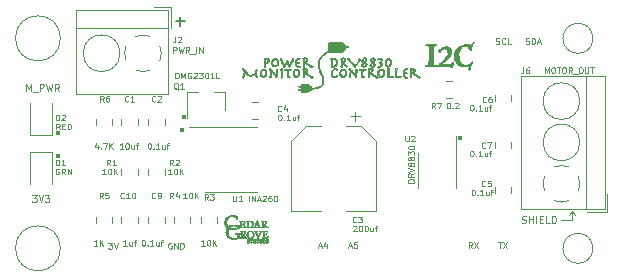
<source format=gbr>
%TF.GenerationSoftware,KiCad,Pcbnew,(5.1.6-0-10_14)*%
%TF.CreationDate,2021-08-04T10:25:44-07:00*%
%TF.ProjectId,Motor_Tester_DRV8830_Wing,4d6f746f-725f-4546-9573-7465725f4452,v00*%
%TF.SameCoordinates,Original*%
%TF.FileFunction,Legend,Top*%
%TF.FilePolarity,Positive*%
%FSLAX46Y46*%
G04 Gerber Fmt 4.6, Leading zero omitted, Abs format (unit mm)*
G04 Created by KiCad (PCBNEW (5.1.6-0-10_14)) date 2021-08-04 10:25:44*
%MOMM*%
%LPD*%
G01*
G04 APERTURE LIST*
%ADD10C,0.120000*%
%ADD11C,0.100000*%
%ADD12C,0.150000*%
%ADD13C,0.010000*%
G04 APERTURE END LIST*
D10*
X174752000Y-93345000D02*
X174498000Y-93726000D01*
X175006000Y-93726000D02*
X174752000Y-93345000D01*
X174752000Y-93345000D02*
X175006000Y-93726000D01*
X174752000Y-94107000D02*
X174752000Y-93345000D01*
X173863000Y-94107000D02*
X174752000Y-94107000D01*
X170515142Y-94349857D02*
X170600857Y-94378428D01*
X170743714Y-94378428D01*
X170800857Y-94349857D01*
X170829428Y-94321285D01*
X170858000Y-94264142D01*
X170858000Y-94207000D01*
X170829428Y-94149857D01*
X170800857Y-94121285D01*
X170743714Y-94092714D01*
X170629428Y-94064142D01*
X170572285Y-94035571D01*
X170543714Y-94007000D01*
X170515142Y-93949857D01*
X170515142Y-93892714D01*
X170543714Y-93835571D01*
X170572285Y-93807000D01*
X170629428Y-93778428D01*
X170772285Y-93778428D01*
X170858000Y-93807000D01*
X171115142Y-94378428D02*
X171115142Y-93778428D01*
X171115142Y-94064142D02*
X171458000Y-94064142D01*
X171458000Y-94378428D02*
X171458000Y-93778428D01*
X171743714Y-94378428D02*
X171743714Y-93778428D01*
X172029428Y-94064142D02*
X172229428Y-94064142D01*
X172315142Y-94378428D02*
X172029428Y-94378428D01*
X172029428Y-93778428D01*
X172315142Y-93778428D01*
X172858000Y-94378428D02*
X172572285Y-94378428D01*
X172572285Y-93778428D01*
X173058000Y-94378428D02*
X173058000Y-93778428D01*
X173200857Y-93778428D01*
X173286571Y-93807000D01*
X173343714Y-93864142D01*
X173372285Y-93921285D01*
X173400857Y-94035571D01*
X173400857Y-94121285D01*
X173372285Y-94235571D01*
X173343714Y-94292714D01*
X173286571Y-94349857D01*
X173200857Y-94378428D01*
X173058000Y-94378428D01*
D11*
G36*
X141986000Y-85471000D02*
G01*
X141732000Y-85471000D01*
X141732000Y-85217000D01*
X141986000Y-85217000D01*
X141986000Y-85471000D01*
G37*
X141986000Y-85471000D02*
X141732000Y-85471000D01*
X141732000Y-85217000D01*
X141986000Y-85217000D01*
X141986000Y-85471000D01*
D10*
X129051142Y-92000428D02*
X129422571Y-92000428D01*
X129222571Y-92229000D01*
X129308285Y-92229000D01*
X129365428Y-92257571D01*
X129394000Y-92286142D01*
X129422571Y-92343285D01*
X129422571Y-92486142D01*
X129394000Y-92543285D01*
X129365428Y-92571857D01*
X129308285Y-92600428D01*
X129136857Y-92600428D01*
X129079714Y-92571857D01*
X129051142Y-92543285D01*
X129594000Y-92000428D02*
X129794000Y-92600428D01*
X129994000Y-92000428D01*
X130136857Y-92000428D02*
X130508285Y-92000428D01*
X130308285Y-92229000D01*
X130394000Y-92229000D01*
X130451142Y-92257571D01*
X130479714Y-92286142D01*
X130508285Y-92343285D01*
X130508285Y-92486142D01*
X130479714Y-92543285D01*
X130451142Y-92571857D01*
X130394000Y-92600428D01*
X130222571Y-92600428D01*
X130165428Y-92571857D01*
X130136857Y-92543285D01*
X128549571Y-83202428D02*
X128549571Y-82602428D01*
X128749571Y-83031000D01*
X128949571Y-82602428D01*
X128949571Y-83202428D01*
X129092428Y-83259571D02*
X129549571Y-83259571D01*
X129692428Y-83202428D02*
X129692428Y-82602428D01*
X129921000Y-82602428D01*
X129978142Y-82631000D01*
X130006714Y-82659571D01*
X130035285Y-82716714D01*
X130035285Y-82802428D01*
X130006714Y-82859571D01*
X129978142Y-82888142D01*
X129921000Y-82916714D01*
X129692428Y-82916714D01*
X130235285Y-82602428D02*
X130378142Y-83202428D01*
X130492428Y-82773857D01*
X130606714Y-83202428D01*
X130749571Y-82602428D01*
X131321000Y-83202428D02*
X131121000Y-82916714D01*
X130978142Y-83202428D02*
X130978142Y-82602428D01*
X131206714Y-82602428D01*
X131263857Y-82631000D01*
X131292428Y-82659571D01*
X131321000Y-82716714D01*
X131321000Y-82802428D01*
X131292428Y-82859571D01*
X131263857Y-82888142D01*
X131206714Y-82916714D01*
X130978142Y-82916714D01*
D12*
X141224047Y-77287428D02*
X141985952Y-77287428D01*
X141605000Y-77668380D02*
X141605000Y-76906476D01*
D11*
G36*
X131318000Y-86868000D02*
G01*
X131064000Y-86868000D01*
X131064000Y-86614000D01*
X131318000Y-86614000D01*
X131318000Y-86868000D01*
G37*
X131318000Y-86868000D02*
X131064000Y-86868000D01*
X131064000Y-86614000D01*
X131318000Y-86614000D01*
X131318000Y-86868000D01*
G36*
X131318000Y-88773000D02*
G01*
X131064000Y-88773000D01*
X131064000Y-88519000D01*
X131318000Y-88519000D01*
X131318000Y-88773000D01*
G37*
X131318000Y-88773000D02*
X131064000Y-88773000D01*
X131064000Y-88519000D01*
X131318000Y-88519000D01*
X131318000Y-88773000D01*
G36*
X165354000Y-87249000D02*
G01*
X165100000Y-87249000D01*
X165100000Y-86995000D01*
X165354000Y-86995000D01*
X165354000Y-87249000D01*
G37*
X165354000Y-87249000D02*
X165100000Y-87249000D01*
X165100000Y-86995000D01*
X165354000Y-86995000D01*
X165354000Y-87249000D01*
G36*
X141859000Y-86614000D02*
G01*
X141605000Y-86614000D01*
X141605000Y-86360000D01*
X141859000Y-86360000D01*
X141859000Y-86614000D01*
G37*
X141859000Y-86614000D02*
X141605000Y-86614000D01*
X141605000Y-86360000D01*
X141859000Y-86360000D01*
X141859000Y-86614000D01*
D13*
%TO.C,G\u002A\u002A\u002A*%
G36*
X162909188Y-79239035D02*
G01*
X163030593Y-79243898D01*
X163132787Y-79252021D01*
X163205786Y-79263389D01*
X163239603Y-79277988D01*
X163240679Y-79280458D01*
X163224741Y-79314284D01*
X163169008Y-79338695D01*
X163084250Y-79349158D01*
X163077232Y-79349253D01*
X163055019Y-79352172D01*
X163036951Y-79363931D01*
X163022446Y-79389496D01*
X163010924Y-79433835D01*
X163001802Y-79501916D01*
X162994500Y-79598706D01*
X162988436Y-79729175D01*
X162983028Y-79898289D01*
X162977696Y-80111016D01*
X162975192Y-80221134D01*
X162970775Y-80447386D01*
X162968787Y-80626793D01*
X162969301Y-80763253D01*
X162972389Y-80860667D01*
X162978125Y-80922935D01*
X162986582Y-80953954D01*
X162988928Y-80957088D01*
X163029823Y-80976385D01*
X163101867Y-80993239D01*
X163151173Y-80999953D01*
X163236271Y-81013582D01*
X163277466Y-81034224D01*
X163283900Y-81051400D01*
X163277384Y-81064705D01*
X163253719Y-81074869D01*
X163206723Y-81082444D01*
X163130218Y-81087983D01*
X163018023Y-81092037D01*
X162863959Y-81095159D01*
X162780282Y-81096393D01*
X162608367Y-81098477D01*
X162480833Y-81099028D01*
X162391276Y-81097554D01*
X162333288Y-81093561D01*
X162300462Y-81086555D01*
X162286392Y-81076045D01*
X162284672Y-81061537D01*
X162285211Y-81058293D01*
X162304487Y-81028380D01*
X162355309Y-81011709D01*
X162415354Y-81005510D01*
X162475612Y-80999166D01*
X162519115Y-80983922D01*
X162549754Y-80952022D01*
X162571421Y-80895708D01*
X162588007Y-80807224D01*
X162603404Y-80678811D01*
X162609742Y-80618035D01*
X162618541Y-80507524D01*
X162625502Y-80370986D01*
X162630601Y-80217047D01*
X162633815Y-80054331D01*
X162635121Y-79891462D01*
X162634494Y-79737065D01*
X162631912Y-79599764D01*
X162627350Y-79488183D01*
X162620787Y-79410947D01*
X162613118Y-79377881D01*
X162576611Y-79355438D01*
X162507895Y-79336867D01*
X162459889Y-79330083D01*
X162379816Y-79318440D01*
X162341928Y-79301144D01*
X162336532Y-79279133D01*
X162363502Y-79264130D01*
X162431176Y-79252474D01*
X162529566Y-79244152D01*
X162648689Y-79239147D01*
X162778558Y-79237447D01*
X162909188Y-79239035D01*
G37*
X162909188Y-79239035D02*
X163030593Y-79243898D01*
X163132787Y-79252021D01*
X163205786Y-79263389D01*
X163239603Y-79277988D01*
X163240679Y-79280458D01*
X163224741Y-79314284D01*
X163169008Y-79338695D01*
X163084250Y-79349158D01*
X163077232Y-79349253D01*
X163055019Y-79352172D01*
X163036951Y-79363931D01*
X163022446Y-79389496D01*
X163010924Y-79433835D01*
X163001802Y-79501916D01*
X162994500Y-79598706D01*
X162988436Y-79729175D01*
X162983028Y-79898289D01*
X162977696Y-80111016D01*
X162975192Y-80221134D01*
X162970775Y-80447386D01*
X162968787Y-80626793D01*
X162969301Y-80763253D01*
X162972389Y-80860667D01*
X162978125Y-80922935D01*
X162986582Y-80953954D01*
X162988928Y-80957088D01*
X163029823Y-80976385D01*
X163101867Y-80993239D01*
X163151173Y-80999953D01*
X163236271Y-81013582D01*
X163277466Y-81034224D01*
X163283900Y-81051400D01*
X163277384Y-81064705D01*
X163253719Y-81074869D01*
X163206723Y-81082444D01*
X163130218Y-81087983D01*
X163018023Y-81092037D01*
X162863959Y-81095159D01*
X162780282Y-81096393D01*
X162608367Y-81098477D01*
X162480833Y-81099028D01*
X162391276Y-81097554D01*
X162333288Y-81093561D01*
X162300462Y-81086555D01*
X162286392Y-81076045D01*
X162284672Y-81061537D01*
X162285211Y-81058293D01*
X162304487Y-81028380D01*
X162355309Y-81011709D01*
X162415354Y-81005510D01*
X162475612Y-80999166D01*
X162519115Y-80983922D01*
X162549754Y-80952022D01*
X162571421Y-80895708D01*
X162588007Y-80807224D01*
X162603404Y-80678811D01*
X162609742Y-80618035D01*
X162618541Y-80507524D01*
X162625502Y-80370986D01*
X162630601Y-80217047D01*
X162633815Y-80054331D01*
X162635121Y-79891462D01*
X162634494Y-79737065D01*
X162631912Y-79599764D01*
X162627350Y-79488183D01*
X162620787Y-79410947D01*
X162613118Y-79377881D01*
X162576611Y-79355438D01*
X162507895Y-79336867D01*
X162459889Y-79330083D01*
X162379816Y-79318440D01*
X162341928Y-79301144D01*
X162336532Y-79279133D01*
X162363502Y-79264130D01*
X162431176Y-79252474D01*
X162529566Y-79244152D01*
X162648689Y-79239147D01*
X162778558Y-79237447D01*
X162909188Y-79239035D01*
G36*
X164268738Y-79437965D02*
G01*
X164380528Y-79497356D01*
X164465151Y-79589008D01*
X164519061Y-79705719D01*
X164538714Y-79840287D01*
X164520563Y-79985510D01*
X164473853Y-80109773D01*
X164422619Y-80190429D01*
X164340947Y-80293546D01*
X164237850Y-80409576D01*
X164122341Y-80528975D01*
X164003431Y-80642197D01*
X163890134Y-80739697D01*
X163848614Y-80772000D01*
X163784705Y-80822441D01*
X163741316Y-80861568D01*
X163729185Y-80877669D01*
X163752007Y-80890873D01*
X163814230Y-80901714D01*
X163904489Y-80909720D01*
X164011420Y-80914416D01*
X164123659Y-80915328D01*
X164229841Y-80911982D01*
X164318603Y-80903905D01*
X164327391Y-80902619D01*
X164429831Y-80883230D01*
X164498197Y-80858878D01*
X164549170Y-80822470D01*
X164572591Y-80798369D01*
X164630708Y-80743271D01*
X164673168Y-80721372D01*
X164692973Y-80735846D01*
X164693600Y-80743484D01*
X164687073Y-80799061D01*
X164670259Y-80877957D01*
X164647305Y-80965509D01*
X164622360Y-81047053D01*
X164599570Y-81107925D01*
X164583304Y-81133400D01*
X164544717Y-81135357D01*
X164471406Y-81131506D01*
X164379012Y-81122682D01*
X164376100Y-81122348D01*
X164288198Y-81114877D01*
X164163132Y-81107795D01*
X164014539Y-81101704D01*
X163856054Y-81097208D01*
X163772851Y-81095679D01*
X163613897Y-81092750D01*
X163499077Y-81088824D01*
X163421725Y-81083206D01*
X163375175Y-81075203D01*
X163352762Y-81064119D01*
X163347710Y-81051400D01*
X163366765Y-81019777D01*
X163417545Y-80967025D01*
X163490910Y-80902189D01*
X163531859Y-80869122D01*
X163712761Y-80718298D01*
X163873621Y-80566502D01*
X164010214Y-80418866D01*
X164118314Y-80280523D01*
X164193697Y-80156606D01*
X164232137Y-80052246D01*
X164236258Y-80013449D01*
X164215605Y-79874578D01*
X164159423Y-79748036D01*
X164106542Y-79680849D01*
X164010565Y-79616506D01*
X163903950Y-79599315D01*
X163794883Y-79629244D01*
X163716641Y-79682380D01*
X163656647Y-79748384D01*
X163613937Y-79819289D01*
X163606202Y-79841091D01*
X163580228Y-79898728D01*
X163545760Y-79928615D01*
X163544114Y-79928990D01*
X163504476Y-79913982D01*
X163466824Y-79866088D01*
X163440367Y-79802707D01*
X163434313Y-79741237D01*
X163437356Y-79727271D01*
X163477014Y-79671589D01*
X163555738Y-79611667D01*
X163662615Y-79552356D01*
X163786729Y-79498503D01*
X163917166Y-79454960D01*
X164043013Y-79426575D01*
X164133325Y-79418036D01*
X164268738Y-79437965D01*
G37*
X164268738Y-79437965D02*
X164380528Y-79497356D01*
X164465151Y-79589008D01*
X164519061Y-79705719D01*
X164538714Y-79840287D01*
X164520563Y-79985510D01*
X164473853Y-80109773D01*
X164422619Y-80190429D01*
X164340947Y-80293546D01*
X164237850Y-80409576D01*
X164122341Y-80528975D01*
X164003431Y-80642197D01*
X163890134Y-80739697D01*
X163848614Y-80772000D01*
X163784705Y-80822441D01*
X163741316Y-80861568D01*
X163729185Y-80877669D01*
X163752007Y-80890873D01*
X163814230Y-80901714D01*
X163904489Y-80909720D01*
X164011420Y-80914416D01*
X164123659Y-80915328D01*
X164229841Y-80911982D01*
X164318603Y-80903905D01*
X164327391Y-80902619D01*
X164429831Y-80883230D01*
X164498197Y-80858878D01*
X164549170Y-80822470D01*
X164572591Y-80798369D01*
X164630708Y-80743271D01*
X164673168Y-80721372D01*
X164692973Y-80735846D01*
X164693600Y-80743484D01*
X164687073Y-80799061D01*
X164670259Y-80877957D01*
X164647305Y-80965509D01*
X164622360Y-81047053D01*
X164599570Y-81107925D01*
X164583304Y-81133400D01*
X164544717Y-81135357D01*
X164471406Y-81131506D01*
X164379012Y-81122682D01*
X164376100Y-81122348D01*
X164288198Y-81114877D01*
X164163132Y-81107795D01*
X164014539Y-81101704D01*
X163856054Y-81097208D01*
X163772851Y-81095679D01*
X163613897Y-81092750D01*
X163499077Y-81088824D01*
X163421725Y-81083206D01*
X163375175Y-81075203D01*
X163352762Y-81064119D01*
X163347710Y-81051400D01*
X163366765Y-81019777D01*
X163417545Y-80967025D01*
X163490910Y-80902189D01*
X163531859Y-80869122D01*
X163712761Y-80718298D01*
X163873621Y-80566502D01*
X164010214Y-80418866D01*
X164118314Y-80280523D01*
X164193697Y-80156606D01*
X164232137Y-80052246D01*
X164236258Y-80013449D01*
X164215605Y-79874578D01*
X164159423Y-79748036D01*
X164106542Y-79680849D01*
X164010565Y-79616506D01*
X163903950Y-79599315D01*
X163794883Y-79629244D01*
X163716641Y-79682380D01*
X163656647Y-79748384D01*
X163613937Y-79819289D01*
X163606202Y-79841091D01*
X163580228Y-79898728D01*
X163545760Y-79928615D01*
X163544114Y-79928990D01*
X163504476Y-79913982D01*
X163466824Y-79866088D01*
X163440367Y-79802707D01*
X163434313Y-79741237D01*
X163437356Y-79727271D01*
X163477014Y-79671589D01*
X163555738Y-79611667D01*
X163662615Y-79552356D01*
X163786729Y-79498503D01*
X163917166Y-79454960D01*
X164043013Y-79426575D01*
X164133325Y-79418036D01*
X164268738Y-79437965D01*
G36*
X166437068Y-79059608D02*
G01*
X166442842Y-79091561D01*
X166412818Y-79121949D01*
X166394974Y-79128470D01*
X166346962Y-79164989D01*
X166300110Y-79244589D01*
X166257713Y-79359598D01*
X166223066Y-79502341D01*
X166214969Y-79547644D01*
X166194063Y-79648826D01*
X166171829Y-79711924D01*
X166153072Y-79730599D01*
X166124697Y-79709659D01*
X166086289Y-79655983D01*
X166061544Y-79611270D01*
X165988472Y-79496977D01*
X165900027Y-79425226D01*
X165784325Y-79387880D01*
X165724526Y-79380479D01*
X165601026Y-79376470D01*
X165508062Y-79392133D01*
X165427388Y-79432961D01*
X165354445Y-79491918D01*
X165253854Y-79615988D01*
X165183404Y-79776259D01*
X165144485Y-79967052D01*
X165138485Y-80182690D01*
X165151366Y-80322396D01*
X165196069Y-80534987D01*
X165266343Y-80711700D01*
X165359254Y-80850282D01*
X165471866Y-80948478D01*
X165601246Y-81004033D01*
X165744459Y-81014694D01*
X165898570Y-80978206D01*
X165966004Y-80948196D01*
X166016954Y-80917951D01*
X166068526Y-80875769D01*
X166129333Y-80813246D01*
X166207987Y-80721978D01*
X166250233Y-80670835D01*
X166274216Y-80649998D01*
X166286208Y-80672354D01*
X166289611Y-80692896D01*
X166282351Y-80742748D01*
X166255212Y-80823757D01*
X166212914Y-80922634D01*
X166194361Y-80961097D01*
X166148126Y-81059060D01*
X166112413Y-81144370D01*
X166092575Y-81203800D01*
X166090253Y-81218435D01*
X166080035Y-81300106D01*
X166055048Y-81358084D01*
X166021856Y-81384314D01*
X165987022Y-81370744D01*
X165977021Y-81357368D01*
X165971366Y-81313611D01*
X165985150Y-81229243D01*
X166007017Y-81142727D01*
X166010300Y-81117660D01*
X165995917Y-81104830D01*
X165953793Y-81102205D01*
X165873852Y-81107757D01*
X165845906Y-81110264D01*
X165599900Y-81113196D01*
X165379589Y-81076049D01*
X165187600Y-81000506D01*
X165026557Y-80888251D01*
X164899088Y-80740966D01*
X164807817Y-80560335D01*
X164767715Y-80419058D01*
X164746690Y-80221065D01*
X164762061Y-80022376D01*
X164811996Y-79840319D01*
X164834136Y-79790116D01*
X164949502Y-79608941D01*
X165099248Y-79463548D01*
X165280328Y-79355370D01*
X165489692Y-79285842D01*
X165724295Y-79256397D01*
X165950466Y-79264916D01*
X166170803Y-79288536D01*
X166208252Y-79216117D01*
X166269877Y-79122899D01*
X166337794Y-79063049D01*
X166395400Y-79044799D01*
X166437068Y-79059608D01*
G37*
X166437068Y-79059608D02*
X166442842Y-79091561D01*
X166412818Y-79121949D01*
X166394974Y-79128470D01*
X166346962Y-79164989D01*
X166300110Y-79244589D01*
X166257713Y-79359598D01*
X166223066Y-79502341D01*
X166214969Y-79547644D01*
X166194063Y-79648826D01*
X166171829Y-79711924D01*
X166153072Y-79730599D01*
X166124697Y-79709659D01*
X166086289Y-79655983D01*
X166061544Y-79611270D01*
X165988472Y-79496977D01*
X165900027Y-79425226D01*
X165784325Y-79387880D01*
X165724526Y-79380479D01*
X165601026Y-79376470D01*
X165508062Y-79392133D01*
X165427388Y-79432961D01*
X165354445Y-79491918D01*
X165253854Y-79615988D01*
X165183404Y-79776259D01*
X165144485Y-79967052D01*
X165138485Y-80182690D01*
X165151366Y-80322396D01*
X165196069Y-80534987D01*
X165266343Y-80711700D01*
X165359254Y-80850282D01*
X165471866Y-80948478D01*
X165601246Y-81004033D01*
X165744459Y-81014694D01*
X165898570Y-80978206D01*
X165966004Y-80948196D01*
X166016954Y-80917951D01*
X166068526Y-80875769D01*
X166129333Y-80813246D01*
X166207987Y-80721978D01*
X166250233Y-80670835D01*
X166274216Y-80649998D01*
X166286208Y-80672354D01*
X166289611Y-80692896D01*
X166282351Y-80742748D01*
X166255212Y-80823757D01*
X166212914Y-80922634D01*
X166194361Y-80961097D01*
X166148126Y-81059060D01*
X166112413Y-81144370D01*
X166092575Y-81203800D01*
X166090253Y-81218435D01*
X166080035Y-81300106D01*
X166055048Y-81358084D01*
X166021856Y-81384314D01*
X165987022Y-81370744D01*
X165977021Y-81357368D01*
X165971366Y-81313611D01*
X165985150Y-81229243D01*
X166007017Y-81142727D01*
X166010300Y-81117660D01*
X165995917Y-81104830D01*
X165953793Y-81102205D01*
X165873852Y-81107757D01*
X165845906Y-81110264D01*
X165599900Y-81113196D01*
X165379589Y-81076049D01*
X165187600Y-81000506D01*
X165026557Y-80888251D01*
X164899088Y-80740966D01*
X164807817Y-80560335D01*
X164767715Y-80419058D01*
X164746690Y-80221065D01*
X164762061Y-80022376D01*
X164811996Y-79840319D01*
X164834136Y-79790116D01*
X164949502Y-79608941D01*
X165099248Y-79463548D01*
X165280328Y-79355370D01*
X165489692Y-79285842D01*
X165724295Y-79256397D01*
X165950466Y-79264916D01*
X166170803Y-79288536D01*
X166208252Y-79216117D01*
X166269877Y-79122899D01*
X166337794Y-79063049D01*
X166395400Y-79044799D01*
X166437068Y-79059608D01*
G36*
X154606853Y-79019133D02*
G01*
X154740480Y-79019419D01*
X154864026Y-79019473D01*
X154964817Y-79019731D01*
X155045501Y-79020321D01*
X155108722Y-79021370D01*
X155157127Y-79023006D01*
X155193361Y-79025356D01*
X155220071Y-79028548D01*
X155239902Y-79032709D01*
X155255500Y-79037967D01*
X155269511Y-79044450D01*
X155270535Y-79044970D01*
X155311975Y-79076441D01*
X155346448Y-79120973D01*
X155367818Y-79169377D01*
X155371800Y-79196694D01*
X155377748Y-79215778D01*
X155399963Y-79222369D01*
X155408978Y-79222600D01*
X155449792Y-79233980D01*
X155479550Y-79266065D01*
X155496099Y-79315776D01*
X155498800Y-79351312D01*
X155498800Y-79413100D01*
X155624244Y-79413100D01*
X155685850Y-79413992D01*
X155726847Y-79417117D01*
X155751978Y-79423145D01*
X155765988Y-79432748D01*
X155766383Y-79433214D01*
X155776211Y-79457682D01*
X155769763Y-79474489D01*
X155758581Y-79484642D01*
X155737104Y-79491528D01*
X155700673Y-79495960D01*
X155644633Y-79498750D01*
X155627624Y-79499269D01*
X155498800Y-79502888D01*
X155498800Y-79566921D01*
X155496119Y-79610095D01*
X155485216Y-79639874D01*
X155461795Y-79667958D01*
X155461676Y-79668076D01*
X155432252Y-79691736D01*
X155405174Y-79704485D01*
X155399590Y-79705200D01*
X155379858Y-79713153D01*
X155368201Y-79740322D01*
X155366529Y-79748361D01*
X155352655Y-79789650D01*
X155332244Y-79824815D01*
X155318243Y-79842089D01*
X155304318Y-79856301D01*
X155287975Y-79867748D01*
X155266722Y-79876731D01*
X155238064Y-79883546D01*
X155199508Y-79888493D01*
X155148560Y-79891871D01*
X155082726Y-79893977D01*
X154999514Y-79895110D01*
X154896429Y-79895570D01*
X154770979Y-79895654D01*
X154740605Y-79895652D01*
X154615385Y-79895585D01*
X154513006Y-79895331D01*
X154430909Y-79894769D01*
X154366536Y-79893777D01*
X154317328Y-79892234D01*
X154280727Y-79890019D01*
X154254173Y-79887011D01*
X154235107Y-79883089D01*
X154220972Y-79878132D01*
X154209208Y-79872018D01*
X154206458Y-79870368D01*
X154170520Y-79841188D01*
X154140443Y-79805266D01*
X154139483Y-79803741D01*
X154131528Y-79789517D01*
X154125473Y-79773644D01*
X154121109Y-79752757D01*
X154118224Y-79723492D01*
X154116612Y-79682485D01*
X154116060Y-79626372D01*
X154116360Y-79551790D01*
X154117303Y-79455373D01*
X154117374Y-79448924D01*
X154118009Y-79350717D01*
X154118944Y-79268679D01*
X154122281Y-79201362D01*
X154130118Y-79147319D01*
X154144557Y-79105102D01*
X154167696Y-79073264D01*
X154201637Y-79050358D01*
X154248478Y-79034935D01*
X154310321Y-79025549D01*
X154389264Y-79020751D01*
X154487408Y-79019095D01*
X154606853Y-79019133D01*
G37*
X154606853Y-79019133D02*
X154740480Y-79019419D01*
X154864026Y-79019473D01*
X154964817Y-79019731D01*
X155045501Y-79020321D01*
X155108722Y-79021370D01*
X155157127Y-79023006D01*
X155193361Y-79025356D01*
X155220071Y-79028548D01*
X155239902Y-79032709D01*
X155255500Y-79037967D01*
X155269511Y-79044450D01*
X155270535Y-79044970D01*
X155311975Y-79076441D01*
X155346448Y-79120973D01*
X155367818Y-79169377D01*
X155371800Y-79196694D01*
X155377748Y-79215778D01*
X155399963Y-79222369D01*
X155408978Y-79222600D01*
X155449792Y-79233980D01*
X155479550Y-79266065D01*
X155496099Y-79315776D01*
X155498800Y-79351312D01*
X155498800Y-79413100D01*
X155624244Y-79413100D01*
X155685850Y-79413992D01*
X155726847Y-79417117D01*
X155751978Y-79423145D01*
X155765988Y-79432748D01*
X155766383Y-79433214D01*
X155776211Y-79457682D01*
X155769763Y-79474489D01*
X155758581Y-79484642D01*
X155737104Y-79491528D01*
X155700673Y-79495960D01*
X155644633Y-79498750D01*
X155627624Y-79499269D01*
X155498800Y-79502888D01*
X155498800Y-79566921D01*
X155496119Y-79610095D01*
X155485216Y-79639874D01*
X155461795Y-79667958D01*
X155461676Y-79668076D01*
X155432252Y-79691736D01*
X155405174Y-79704485D01*
X155399590Y-79705200D01*
X155379858Y-79713153D01*
X155368201Y-79740322D01*
X155366529Y-79748361D01*
X155352655Y-79789650D01*
X155332244Y-79824815D01*
X155318243Y-79842089D01*
X155304318Y-79856301D01*
X155287975Y-79867748D01*
X155266722Y-79876731D01*
X155238064Y-79883546D01*
X155199508Y-79888493D01*
X155148560Y-79891871D01*
X155082726Y-79893977D01*
X154999514Y-79895110D01*
X154896429Y-79895570D01*
X154770979Y-79895654D01*
X154740605Y-79895652D01*
X154615385Y-79895585D01*
X154513006Y-79895331D01*
X154430909Y-79894769D01*
X154366536Y-79893777D01*
X154317328Y-79892234D01*
X154280727Y-79890019D01*
X154254173Y-79887011D01*
X154235107Y-79883089D01*
X154220972Y-79878132D01*
X154209208Y-79872018D01*
X154206458Y-79870368D01*
X154170520Y-79841188D01*
X154140443Y-79805266D01*
X154139483Y-79803741D01*
X154131528Y-79789517D01*
X154125473Y-79773644D01*
X154121109Y-79752757D01*
X154118224Y-79723492D01*
X154116612Y-79682485D01*
X154116060Y-79626372D01*
X154116360Y-79551790D01*
X154117303Y-79455373D01*
X154117374Y-79448924D01*
X154118009Y-79350717D01*
X154118944Y-79268679D01*
X154122281Y-79201362D01*
X154130118Y-79147319D01*
X154144557Y-79105102D01*
X154167696Y-79073264D01*
X154201637Y-79050358D01*
X154248478Y-79034935D01*
X154310321Y-79025549D01*
X154389264Y-79020751D01*
X154487408Y-79019095D01*
X154606853Y-79019133D01*
G36*
X149693508Y-80440110D02*
G01*
X149757959Y-80472486D01*
X149808710Y-80525244D01*
X149844948Y-80597400D01*
X149865858Y-80687973D01*
X149870111Y-80735672D01*
X149869031Y-80831174D01*
X149854137Y-80909800D01*
X149824021Y-80976838D01*
X149795171Y-81017245D01*
X149738700Y-81068544D01*
X149669985Y-81104321D01*
X149595398Y-81122915D01*
X149521315Y-81122663D01*
X149459841Y-81104715D01*
X149391914Y-81059353D01*
X149340282Y-80996160D01*
X149306280Y-80917830D01*
X149291243Y-80827062D01*
X149292012Y-80765975D01*
X149295885Y-80744574D01*
X149396519Y-80744574D01*
X149398180Y-80814234D01*
X149416546Y-80885046D01*
X149429165Y-80913277D01*
X149470657Y-80973538D01*
X149522157Y-81011367D01*
X149582392Y-81025867D01*
X149589139Y-81026000D01*
X149634040Y-81020987D01*
X149674950Y-81008506D01*
X149683685Y-81004052D01*
X149725075Y-80965793D01*
X149754315Y-80910825D01*
X149771450Y-80844722D01*
X149776527Y-80773053D01*
X149769591Y-80701392D01*
X149750688Y-80635311D01*
X149719865Y-80580380D01*
X149679888Y-80543786D01*
X149622198Y-80520521D01*
X149566815Y-80519624D01*
X149515799Y-80538065D01*
X149471204Y-80572810D01*
X149435088Y-80620831D01*
X149409508Y-80679096D01*
X149396519Y-80744574D01*
X149295885Y-80744574D01*
X149309681Y-80668353D01*
X149345641Y-80584566D01*
X149397887Y-80516699D01*
X149464414Y-80466836D01*
X149543216Y-80437062D01*
X149616171Y-80429100D01*
X149693508Y-80440110D01*
G37*
X149693508Y-80440110D02*
X149757959Y-80472486D01*
X149808710Y-80525244D01*
X149844948Y-80597400D01*
X149865858Y-80687973D01*
X149870111Y-80735672D01*
X149869031Y-80831174D01*
X149854137Y-80909800D01*
X149824021Y-80976838D01*
X149795171Y-81017245D01*
X149738700Y-81068544D01*
X149669985Y-81104321D01*
X149595398Y-81122915D01*
X149521315Y-81122663D01*
X149459841Y-81104715D01*
X149391914Y-81059353D01*
X149340282Y-80996160D01*
X149306280Y-80917830D01*
X149291243Y-80827062D01*
X149292012Y-80765975D01*
X149295885Y-80744574D01*
X149396519Y-80744574D01*
X149398180Y-80814234D01*
X149416546Y-80885046D01*
X149429165Y-80913277D01*
X149470657Y-80973538D01*
X149522157Y-81011367D01*
X149582392Y-81025867D01*
X149589139Y-81026000D01*
X149634040Y-81020987D01*
X149674950Y-81008506D01*
X149683685Y-81004052D01*
X149725075Y-80965793D01*
X149754315Y-80910825D01*
X149771450Y-80844722D01*
X149776527Y-80773053D01*
X149769591Y-80701392D01*
X149750688Y-80635311D01*
X149719865Y-80580380D01*
X149679888Y-80543786D01*
X149622198Y-80520521D01*
X149566815Y-80519624D01*
X149515799Y-80538065D01*
X149471204Y-80572810D01*
X149435088Y-80620831D01*
X149409508Y-80679096D01*
X149396519Y-80744574D01*
X149295885Y-80744574D01*
X149309681Y-80668353D01*
X149345641Y-80584566D01*
X149397887Y-80516699D01*
X149464414Y-80466836D01*
X149543216Y-80437062D01*
X149616171Y-80429100D01*
X149693508Y-80440110D01*
G36*
X159206438Y-80413446D02*
G01*
X159225127Y-80417442D01*
X159293213Y-80447181D01*
X159349745Y-80497825D01*
X159393103Y-80566903D01*
X159421669Y-80651943D01*
X159433114Y-80734979D01*
X159430092Y-80834748D01*
X159410051Y-80925754D01*
X159374868Y-81005115D01*
X159326421Y-81069950D01*
X159266587Y-81117379D01*
X159197244Y-81144518D01*
X159163121Y-81149366D01*
X159120520Y-81149067D01*
X159085092Y-81143371D01*
X159073850Y-81138953D01*
X159007776Y-81086533D01*
X158957103Y-81017318D01*
X158922572Y-80935259D01*
X158904924Y-80844304D01*
X158904902Y-80751289D01*
X159010480Y-80751289D01*
X159013867Y-80835758D01*
X159031288Y-80916339D01*
X159045820Y-80953974D01*
X159081403Y-81013108D01*
X159122670Y-81047494D01*
X159169607Y-81057126D01*
X159222200Y-81041999D01*
X159241961Y-81030841D01*
X159277167Y-80995142D01*
X159304554Y-80940758D01*
X159322937Y-80873523D01*
X159331132Y-80799271D01*
X159327953Y-80723837D01*
X159316151Y-80665614D01*
X159288527Y-80596700D01*
X159252339Y-80545004D01*
X159210440Y-80512035D01*
X159165685Y-80499303D01*
X159120927Y-80508314D01*
X159079214Y-80540362D01*
X159043684Y-80597011D01*
X159020596Y-80669513D01*
X159010480Y-80751289D01*
X158904902Y-80751289D01*
X158904901Y-80748401D01*
X158923243Y-80651500D01*
X158960691Y-80557548D01*
X158963677Y-80551874D01*
X159011813Y-80482327D01*
X159069085Y-80435680D01*
X159134343Y-80412522D01*
X159206438Y-80413446D01*
G37*
X159206438Y-80413446D02*
X159225127Y-80417442D01*
X159293213Y-80447181D01*
X159349745Y-80497825D01*
X159393103Y-80566903D01*
X159421669Y-80651943D01*
X159433114Y-80734979D01*
X159430092Y-80834748D01*
X159410051Y-80925754D01*
X159374868Y-81005115D01*
X159326421Y-81069950D01*
X159266587Y-81117379D01*
X159197244Y-81144518D01*
X159163121Y-81149366D01*
X159120520Y-81149067D01*
X159085092Y-81143371D01*
X159073850Y-81138953D01*
X159007776Y-81086533D01*
X158957103Y-81017318D01*
X158922572Y-80935259D01*
X158904924Y-80844304D01*
X158904902Y-80751289D01*
X159010480Y-80751289D01*
X159013867Y-80835758D01*
X159031288Y-80916339D01*
X159045820Y-80953974D01*
X159081403Y-81013108D01*
X159122670Y-81047494D01*
X159169607Y-81057126D01*
X159222200Y-81041999D01*
X159241961Y-81030841D01*
X159277167Y-80995142D01*
X159304554Y-80940758D01*
X159322937Y-80873523D01*
X159331132Y-80799271D01*
X159327953Y-80723837D01*
X159316151Y-80665614D01*
X159288527Y-80596700D01*
X159252339Y-80545004D01*
X159210440Y-80512035D01*
X159165685Y-80499303D01*
X159120927Y-80508314D01*
X159079214Y-80540362D01*
X159043684Y-80597011D01*
X159020596Y-80669513D01*
X159010480Y-80751289D01*
X158904902Y-80751289D01*
X158904901Y-80748401D01*
X158923243Y-80651500D01*
X158960691Y-80557548D01*
X158963677Y-80551874D01*
X159011813Y-80482327D01*
X159069085Y-80435680D01*
X159134343Y-80412522D01*
X159206438Y-80413446D01*
G36*
X155838869Y-80389307D02*
G01*
X155849515Y-80411366D01*
X155863697Y-80441367D01*
X155894654Y-80487553D01*
X155941080Y-80548272D01*
X156001667Y-80621869D01*
X156075112Y-80706690D01*
X156138635Y-80777544D01*
X156187753Y-80831755D01*
X156234392Y-80883493D01*
X156274165Y-80927877D01*
X156302687Y-80960020D01*
X156308990Y-80967234D01*
X156329764Y-80990036D01*
X156346703Y-81002153D01*
X156363373Y-81001740D01*
X156383336Y-80986949D01*
X156410157Y-80955935D01*
X156447399Y-80906852D01*
X156461019Y-80888487D01*
X156515029Y-80808870D01*
X156564885Y-80722906D01*
X156606795Y-80637916D01*
X156636963Y-80561220D01*
X156645319Y-80532857D01*
X156659910Y-80483440D01*
X156674972Y-80456064D01*
X156694635Y-80447637D01*
X156723024Y-80455065D01*
X156739213Y-80462496D01*
X156773520Y-80484215D01*
X156786553Y-80507018D01*
X156786933Y-80513972D01*
X156779096Y-80541566D01*
X156758353Y-80584438D01*
X156726978Y-80639390D01*
X156687247Y-80703220D01*
X156641435Y-80772729D01*
X156591818Y-80844716D01*
X156540671Y-80915981D01*
X156490269Y-80983323D01*
X156442887Y-81043542D01*
X156400802Y-81093438D01*
X156366288Y-81129810D01*
X156341621Y-81149459D01*
X156333313Y-81151997D01*
X156307170Y-81146434D01*
X156302075Y-81144589D01*
X156287321Y-81128411D01*
X156286200Y-81121998D01*
X156277935Y-81104708D01*
X156254840Y-81071866D01*
X156219456Y-81026448D01*
X156174329Y-80971426D01*
X156122003Y-80909778D01*
X156065022Y-80844476D01*
X156005931Y-80778496D01*
X155947273Y-80714813D01*
X155891593Y-80656401D01*
X155864379Y-80628816D01*
X155811492Y-80574567D01*
X155767602Y-80526767D01*
X155735374Y-80488505D01*
X155717473Y-80462872D01*
X155714700Y-80455226D01*
X155725207Y-80433804D01*
X155751065Y-80409803D01*
X155783776Y-80389388D01*
X155814843Y-80378725D01*
X155820732Y-80378300D01*
X155838869Y-80389307D01*
G37*
X155838869Y-80389307D02*
X155849515Y-80411366D01*
X155863697Y-80441367D01*
X155894654Y-80487553D01*
X155941080Y-80548272D01*
X156001667Y-80621869D01*
X156075112Y-80706690D01*
X156138635Y-80777544D01*
X156187753Y-80831755D01*
X156234392Y-80883493D01*
X156274165Y-80927877D01*
X156302687Y-80960020D01*
X156308990Y-80967234D01*
X156329764Y-80990036D01*
X156346703Y-81002153D01*
X156363373Y-81001740D01*
X156383336Y-80986949D01*
X156410157Y-80955935D01*
X156447399Y-80906852D01*
X156461019Y-80888487D01*
X156515029Y-80808870D01*
X156564885Y-80722906D01*
X156606795Y-80637916D01*
X156636963Y-80561220D01*
X156645319Y-80532857D01*
X156659910Y-80483440D01*
X156674972Y-80456064D01*
X156694635Y-80447637D01*
X156723024Y-80455065D01*
X156739213Y-80462496D01*
X156773520Y-80484215D01*
X156786553Y-80507018D01*
X156786933Y-80513972D01*
X156779096Y-80541566D01*
X156758353Y-80584438D01*
X156726978Y-80639390D01*
X156687247Y-80703220D01*
X156641435Y-80772729D01*
X156591818Y-80844716D01*
X156540671Y-80915981D01*
X156490269Y-80983323D01*
X156442887Y-81043542D01*
X156400802Y-81093438D01*
X156366288Y-81129810D01*
X156341621Y-81149459D01*
X156333313Y-81151997D01*
X156307170Y-81146434D01*
X156302075Y-81144589D01*
X156287321Y-81128411D01*
X156286200Y-81121998D01*
X156277935Y-81104708D01*
X156254840Y-81071866D01*
X156219456Y-81026448D01*
X156174329Y-80971426D01*
X156122003Y-80909778D01*
X156065022Y-80844476D01*
X156005931Y-80778496D01*
X155947273Y-80714813D01*
X155891593Y-80656401D01*
X155864379Y-80628816D01*
X155811492Y-80574567D01*
X155767602Y-80526767D01*
X155735374Y-80488505D01*
X155717473Y-80462872D01*
X155714700Y-80455226D01*
X155725207Y-80433804D01*
X155751065Y-80409803D01*
X155783776Y-80389388D01*
X155814843Y-80378725D01*
X155820732Y-80378300D01*
X155838869Y-80389307D01*
G36*
X155466863Y-80375971D02*
G01*
X155510885Y-80412561D01*
X155539172Y-80467317D01*
X155549541Y-80538400D01*
X155549552Y-80540855D01*
X155539750Y-80615730D01*
X155509354Y-80676814D01*
X155457057Y-80726179D01*
X155417930Y-80749368D01*
X155381510Y-80767926D01*
X155534897Y-80926611D01*
X155590192Y-80984059D01*
X155629853Y-81026322D01*
X155656017Y-81056367D01*
X155670819Y-81077157D01*
X155676396Y-81091659D01*
X155674883Y-81102837D01*
X155669022Y-81112798D01*
X155651478Y-81132555D01*
X155632329Y-81140605D01*
X155609022Y-81135472D01*
X155579003Y-81115676D01*
X155539717Y-81079742D01*
X155488611Y-81026191D01*
X155454581Y-80988740D01*
X155397471Y-80925988D01*
X155354162Y-80880411D01*
X155322162Y-80849700D01*
X155298977Y-80831545D01*
X155282116Y-80823635D01*
X155275511Y-80822800D01*
X155273535Y-80834713D01*
X155271892Y-80867311D01*
X155270735Y-80915877D01*
X155270214Y-80975695D01*
X155270200Y-80987900D01*
X155270053Y-81055189D01*
X155269146Y-81101125D01*
X155266773Y-81129753D01*
X155262231Y-81145119D01*
X155254817Y-81151269D01*
X155243827Y-81152249D01*
X155241625Y-81152194D01*
X155205484Y-81146562D01*
X155185774Y-81140384D01*
X155159834Y-81126135D01*
X155150661Y-81106828D01*
X155156237Y-81075260D01*
X155162386Y-81056910D01*
X155169704Y-81023755D01*
X155175353Y-80973255D01*
X155179339Y-80910179D01*
X155181669Y-80839298D01*
X155182348Y-80765380D01*
X155181385Y-80693195D01*
X155178969Y-80632151D01*
X155283450Y-80632151D01*
X155284837Y-80677488D01*
X155287638Y-80713055D01*
X155291824Y-80732261D01*
X155293694Y-80733900D01*
X155309428Y-80726992D01*
X155337678Y-80709356D01*
X155356738Y-80696050D01*
X155406790Y-80649674D01*
X155437621Y-80599110D01*
X155448165Y-80548318D01*
X155437356Y-80501259D01*
X155416827Y-80472972D01*
X155391971Y-80451866D01*
X155372870Y-80441914D01*
X155371542Y-80441800D01*
X155345165Y-80449123D01*
X155314251Y-80465940D01*
X155292931Y-80484519D01*
X155292619Y-80484976D01*
X155288063Y-80503457D01*
X155285035Y-80538543D01*
X155283507Y-80583638D01*
X155283450Y-80632151D01*
X155178969Y-80632151D01*
X155178785Y-80627514D01*
X155174556Y-80573106D01*
X155168703Y-80534741D01*
X155161637Y-80517491D01*
X155146843Y-80492792D01*
X155154040Y-80464560D01*
X155180503Y-80435125D01*
X155223507Y-80406817D01*
X155280330Y-80381966D01*
X155340340Y-80364639D01*
X155409287Y-80359384D01*
X155466863Y-80375971D01*
G37*
X155466863Y-80375971D02*
X155510885Y-80412561D01*
X155539172Y-80467317D01*
X155549541Y-80538400D01*
X155549552Y-80540855D01*
X155539750Y-80615730D01*
X155509354Y-80676814D01*
X155457057Y-80726179D01*
X155417930Y-80749368D01*
X155381510Y-80767926D01*
X155534897Y-80926611D01*
X155590192Y-80984059D01*
X155629853Y-81026322D01*
X155656017Y-81056367D01*
X155670819Y-81077157D01*
X155676396Y-81091659D01*
X155674883Y-81102837D01*
X155669022Y-81112798D01*
X155651478Y-81132555D01*
X155632329Y-81140605D01*
X155609022Y-81135472D01*
X155579003Y-81115676D01*
X155539717Y-81079742D01*
X155488611Y-81026191D01*
X155454581Y-80988740D01*
X155397471Y-80925988D01*
X155354162Y-80880411D01*
X155322162Y-80849700D01*
X155298977Y-80831545D01*
X155282116Y-80823635D01*
X155275511Y-80822800D01*
X155273535Y-80834713D01*
X155271892Y-80867311D01*
X155270735Y-80915877D01*
X155270214Y-80975695D01*
X155270200Y-80987900D01*
X155270053Y-81055189D01*
X155269146Y-81101125D01*
X155266773Y-81129753D01*
X155262231Y-81145119D01*
X155254817Y-81151269D01*
X155243827Y-81152249D01*
X155241625Y-81152194D01*
X155205484Y-81146562D01*
X155185774Y-81140384D01*
X155159834Y-81126135D01*
X155150661Y-81106828D01*
X155156237Y-81075260D01*
X155162386Y-81056910D01*
X155169704Y-81023755D01*
X155175353Y-80973255D01*
X155179339Y-80910179D01*
X155181669Y-80839298D01*
X155182348Y-80765380D01*
X155181385Y-80693195D01*
X155178969Y-80632151D01*
X155283450Y-80632151D01*
X155284837Y-80677488D01*
X155287638Y-80713055D01*
X155291824Y-80732261D01*
X155293694Y-80733900D01*
X155309428Y-80726992D01*
X155337678Y-80709356D01*
X155356738Y-80696050D01*
X155406790Y-80649674D01*
X155437621Y-80599110D01*
X155448165Y-80548318D01*
X155437356Y-80501259D01*
X155416827Y-80472972D01*
X155391971Y-80451866D01*
X155372870Y-80441914D01*
X155371542Y-80441800D01*
X155345165Y-80449123D01*
X155314251Y-80465940D01*
X155292931Y-80484519D01*
X155292619Y-80484976D01*
X155288063Y-80503457D01*
X155285035Y-80538543D01*
X155283507Y-80583638D01*
X155283450Y-80632151D01*
X155178969Y-80632151D01*
X155178785Y-80627514D01*
X155174556Y-80573106D01*
X155168703Y-80534741D01*
X155161637Y-80517491D01*
X155146843Y-80492792D01*
X155154040Y-80464560D01*
X155180503Y-80435125D01*
X155223507Y-80406817D01*
X155280330Y-80381966D01*
X155340340Y-80364639D01*
X155409287Y-80359384D01*
X155466863Y-80375971D01*
G36*
X157946345Y-80368698D02*
G01*
X157992083Y-80399350D01*
X157998045Y-80404968D01*
X158040727Y-80458695D01*
X158058957Y-80513363D01*
X158052644Y-80570161D01*
X158021699Y-80630277D01*
X157976960Y-80683841D01*
X157916637Y-80746425D01*
X157965514Y-80778771D01*
X158021544Y-80828494D01*
X158054625Y-80887789D01*
X158064152Y-80947255D01*
X158052939Y-81016944D01*
X158021228Y-81075272D01*
X157972107Y-81120307D01*
X157908663Y-81150116D01*
X157833985Y-81162767D01*
X157751160Y-81156326D01*
X157735507Y-81152962D01*
X157697858Y-81136944D01*
X157660658Y-81110616D01*
X157655190Y-81105451D01*
X157621296Y-81055561D01*
X157609921Y-80999141D01*
X157610058Y-80998357D01*
X157722467Y-80998357D01*
X157736794Y-81040039D01*
X157769297Y-81070874D01*
X157819278Y-81087339D01*
X157844148Y-81089113D01*
X157886102Y-81079289D01*
X157922012Y-81051933D01*
X157948359Y-81019619D01*
X157966001Y-80987215D01*
X157967910Y-80981170D01*
X157965926Y-80941440D01*
X157944750Y-80897785D01*
X157908348Y-80856712D01*
X157878559Y-80834578D01*
X157833899Y-80806977D01*
X157795515Y-80843463D01*
X157751130Y-80896546D01*
X157727013Y-80949351D01*
X157722467Y-80998357D01*
X157610058Y-80998357D01*
X157620323Y-80939863D01*
X157651761Y-80881401D01*
X157703493Y-80827428D01*
X157712808Y-80820061D01*
X157767943Y-80777962D01*
X157708200Y-80724638D01*
X157662704Y-80675775D01*
X157640661Y-80629561D01*
X157640928Y-80582310D01*
X157653283Y-80547679D01*
X157679468Y-80507353D01*
X157713753Y-80473861D01*
X157749667Y-80452131D01*
X157780738Y-80447094D01*
X157784196Y-80447958D01*
X157805152Y-80459563D01*
X157807078Y-80477743D01*
X157789661Y-80506461D01*
X157778450Y-80520316D01*
X157751184Y-80567475D01*
X157749215Y-80613454D01*
X157772496Y-80657365D01*
X157786143Y-80671654D01*
X157812859Y-80695405D01*
X157832644Y-80705642D01*
X157851378Y-80700910D01*
X157874938Y-80679758D01*
X157908646Y-80641383D01*
X157940568Y-80593388D01*
X157949900Y-80552133D01*
X157941904Y-80507352D01*
X157920934Y-80472889D01*
X157891510Y-80455308D01*
X157882504Y-80454305D01*
X157851134Y-80448941D01*
X157836186Y-80442431D01*
X157824629Y-80430183D01*
X157828497Y-80411383D01*
X157834585Y-80399245D01*
X157863154Y-80368490D01*
X157901888Y-80358360D01*
X157946345Y-80368698D01*
G37*
X157946345Y-80368698D02*
X157992083Y-80399350D01*
X157998045Y-80404968D01*
X158040727Y-80458695D01*
X158058957Y-80513363D01*
X158052644Y-80570161D01*
X158021699Y-80630277D01*
X157976960Y-80683841D01*
X157916637Y-80746425D01*
X157965514Y-80778771D01*
X158021544Y-80828494D01*
X158054625Y-80887789D01*
X158064152Y-80947255D01*
X158052939Y-81016944D01*
X158021228Y-81075272D01*
X157972107Y-81120307D01*
X157908663Y-81150116D01*
X157833985Y-81162767D01*
X157751160Y-81156326D01*
X157735507Y-81152962D01*
X157697858Y-81136944D01*
X157660658Y-81110616D01*
X157655190Y-81105451D01*
X157621296Y-81055561D01*
X157609921Y-80999141D01*
X157610058Y-80998357D01*
X157722467Y-80998357D01*
X157736794Y-81040039D01*
X157769297Y-81070874D01*
X157819278Y-81087339D01*
X157844148Y-81089113D01*
X157886102Y-81079289D01*
X157922012Y-81051933D01*
X157948359Y-81019619D01*
X157966001Y-80987215D01*
X157967910Y-80981170D01*
X157965926Y-80941440D01*
X157944750Y-80897785D01*
X157908348Y-80856712D01*
X157878559Y-80834578D01*
X157833899Y-80806977D01*
X157795515Y-80843463D01*
X157751130Y-80896546D01*
X157727013Y-80949351D01*
X157722467Y-80998357D01*
X157610058Y-80998357D01*
X157620323Y-80939863D01*
X157651761Y-80881401D01*
X157703493Y-80827428D01*
X157712808Y-80820061D01*
X157767943Y-80777962D01*
X157708200Y-80724638D01*
X157662704Y-80675775D01*
X157640661Y-80629561D01*
X157640928Y-80582310D01*
X157653283Y-80547679D01*
X157679468Y-80507353D01*
X157713753Y-80473861D01*
X157749667Y-80452131D01*
X157780738Y-80447094D01*
X157784196Y-80447958D01*
X157805152Y-80459563D01*
X157807078Y-80477743D01*
X157789661Y-80506461D01*
X157778450Y-80520316D01*
X157751184Y-80567475D01*
X157749215Y-80613454D01*
X157772496Y-80657365D01*
X157786143Y-80671654D01*
X157812859Y-80695405D01*
X157832644Y-80705642D01*
X157851378Y-80700910D01*
X157874938Y-80679758D01*
X157908646Y-80641383D01*
X157940568Y-80593388D01*
X157949900Y-80552133D01*
X157941904Y-80507352D01*
X157920934Y-80472889D01*
X157891510Y-80455308D01*
X157882504Y-80454305D01*
X157851134Y-80448941D01*
X157836186Y-80442431D01*
X157824629Y-80430183D01*
X157828497Y-80411383D01*
X157834585Y-80399245D01*
X157863154Y-80368490D01*
X157901888Y-80358360D01*
X157946345Y-80368698D01*
G36*
X157248427Y-80373678D02*
G01*
X157288977Y-80403420D01*
X157323182Y-80443680D01*
X157346096Y-80489985D01*
X157353000Y-80530822D01*
X157349114Y-80565577D01*
X157335368Y-80599458D01*
X157308627Y-80637890D01*
X157265756Y-80686295D01*
X157259047Y-80693380D01*
X157230772Y-80724242D01*
X157218435Y-80742585D01*
X157219794Y-80753627D01*
X157229938Y-80761113D01*
X157294542Y-80808363D01*
X157337871Y-80863302D01*
X157359148Y-80922956D01*
X157357598Y-80984352D01*
X157332445Y-81044515D01*
X157311207Y-81072715D01*
X157249109Y-81126151D01*
X157177547Y-81156077D01*
X157097044Y-81162339D01*
X157038993Y-81153369D01*
X156974845Y-81127462D01*
X156929460Y-81085003D01*
X156912760Y-81054709D01*
X156899069Y-81004276D01*
X156901215Y-80982888D01*
X157010100Y-80982888D01*
X157021725Y-81024987D01*
X157052363Y-81060350D01*
X157095658Y-81083482D01*
X157133399Y-81089500D01*
X157168319Y-81084363D01*
X157199263Y-81065503D01*
X157221325Y-81044145D01*
X157254158Y-80999253D01*
X157264100Y-80962570D01*
X157253716Y-80924119D01*
X157226645Y-80882575D01*
X157189003Y-80846030D01*
X157163697Y-80829769D01*
X157136394Y-80819136D01*
X157115355Y-80824218D01*
X157102071Y-80833400D01*
X157061786Y-80872623D01*
X157030079Y-80919318D01*
X157012217Y-80964922D01*
X157010100Y-80982888D01*
X156901215Y-80982888D01*
X156903790Y-80957241D01*
X156928420Y-80909179D01*
X156974457Y-80855666D01*
X156982984Y-80847204D01*
X157055482Y-80776359D01*
X156994691Y-80719686D01*
X156960989Y-80686334D01*
X156942619Y-80660805D01*
X156935105Y-80635023D01*
X156933900Y-80609998D01*
X156939059Y-80567445D01*
X156958054Y-80530933D01*
X156973741Y-80511606D01*
X157015319Y-80469849D01*
X157048839Y-80449467D01*
X157077043Y-80448846D01*
X157079029Y-80449554D01*
X157096704Y-80466774D01*
X157094389Y-80493666D01*
X157072812Y-80525207D01*
X157067250Y-80530700D01*
X157040935Y-80567326D01*
X157039208Y-80605679D01*
X157062190Y-80647173D01*
X157078680Y-80665320D01*
X157106280Y-80690692D01*
X157127463Y-80706219D01*
X157133453Y-80708500D01*
X157152771Y-80698503D01*
X157178455Y-80673108D01*
X157204692Y-80639204D01*
X157225670Y-80603682D01*
X157229885Y-80594200D01*
X157241189Y-80544714D01*
X157235306Y-80501565D01*
X157213926Y-80470572D01*
X157190753Y-80459254D01*
X157146020Y-80445934D01*
X157123640Y-80431442D01*
X157120606Y-80413183D01*
X157125022Y-80402537D01*
X157147362Y-80377080D01*
X157168082Y-80363638D01*
X157206479Y-80358926D01*
X157248427Y-80373678D01*
G37*
X157248427Y-80373678D02*
X157288977Y-80403420D01*
X157323182Y-80443680D01*
X157346096Y-80489985D01*
X157353000Y-80530822D01*
X157349114Y-80565577D01*
X157335368Y-80599458D01*
X157308627Y-80637890D01*
X157265756Y-80686295D01*
X157259047Y-80693380D01*
X157230772Y-80724242D01*
X157218435Y-80742585D01*
X157219794Y-80753627D01*
X157229938Y-80761113D01*
X157294542Y-80808363D01*
X157337871Y-80863302D01*
X157359148Y-80922956D01*
X157357598Y-80984352D01*
X157332445Y-81044515D01*
X157311207Y-81072715D01*
X157249109Y-81126151D01*
X157177547Y-81156077D01*
X157097044Y-81162339D01*
X157038993Y-81153369D01*
X156974845Y-81127462D01*
X156929460Y-81085003D01*
X156912760Y-81054709D01*
X156899069Y-81004276D01*
X156901215Y-80982888D01*
X157010100Y-80982888D01*
X157021725Y-81024987D01*
X157052363Y-81060350D01*
X157095658Y-81083482D01*
X157133399Y-81089500D01*
X157168319Y-81084363D01*
X157199263Y-81065503D01*
X157221325Y-81044145D01*
X157254158Y-80999253D01*
X157264100Y-80962570D01*
X157253716Y-80924119D01*
X157226645Y-80882575D01*
X157189003Y-80846030D01*
X157163697Y-80829769D01*
X157136394Y-80819136D01*
X157115355Y-80824218D01*
X157102071Y-80833400D01*
X157061786Y-80872623D01*
X157030079Y-80919318D01*
X157012217Y-80964922D01*
X157010100Y-80982888D01*
X156901215Y-80982888D01*
X156903790Y-80957241D01*
X156928420Y-80909179D01*
X156974457Y-80855666D01*
X156982984Y-80847204D01*
X157055482Y-80776359D01*
X156994691Y-80719686D01*
X156960989Y-80686334D01*
X156942619Y-80660805D01*
X156935105Y-80635023D01*
X156933900Y-80609998D01*
X156939059Y-80567445D01*
X156958054Y-80530933D01*
X156973741Y-80511606D01*
X157015319Y-80469849D01*
X157048839Y-80449467D01*
X157077043Y-80448846D01*
X157079029Y-80449554D01*
X157096704Y-80466774D01*
X157094389Y-80493666D01*
X157072812Y-80525207D01*
X157067250Y-80530700D01*
X157040935Y-80567326D01*
X157039208Y-80605679D01*
X157062190Y-80647173D01*
X157078680Y-80665320D01*
X157106280Y-80690692D01*
X157127463Y-80706219D01*
X157133453Y-80708500D01*
X157152771Y-80698503D01*
X157178455Y-80673108D01*
X157204692Y-80639204D01*
X157225670Y-80603682D01*
X157229885Y-80594200D01*
X157241189Y-80544714D01*
X157235306Y-80501565D01*
X157213926Y-80470572D01*
X157190753Y-80459254D01*
X157146020Y-80445934D01*
X157123640Y-80431442D01*
X157120606Y-80413183D01*
X157125022Y-80402537D01*
X157147362Y-80377080D01*
X157168082Y-80363638D01*
X157206479Y-80358926D01*
X157248427Y-80373678D01*
G36*
X154591037Y-80387654D02*
G01*
X154666567Y-80413239D01*
X154735754Y-80452451D01*
X154792500Y-80501755D01*
X154830710Y-80557617D01*
X154833349Y-80563601D01*
X154852222Y-80632795D01*
X154859541Y-80716107D01*
X154855802Y-80805289D01*
X154841499Y-80892099D01*
X154817126Y-80968291D01*
X154807897Y-80987900D01*
X154763084Y-81048156D01*
X154698958Y-81097364D01*
X154619792Y-81133896D01*
X154529861Y-81156128D01*
X154433437Y-81162433D01*
X154364574Y-81156531D01*
X154331780Y-81143859D01*
X154321119Y-81121318D01*
X154334099Y-81092569D01*
X154336889Y-81089345D01*
X154344829Y-81077830D01*
X154350715Y-81060890D01*
X154354879Y-81034844D01*
X154357654Y-80996008D01*
X154359374Y-80940699D01*
X154359668Y-80918331D01*
X154459565Y-80918331D01*
X154460102Y-80981674D01*
X154461194Y-81029214D01*
X154462795Y-81057056D01*
X154463697Y-81062193D01*
X154480036Y-81072795D01*
X154512835Y-81076110D01*
X154554477Y-81072933D01*
X154597340Y-81064054D01*
X154633807Y-81050268D01*
X154645251Y-81043301D01*
X154670894Y-81017375D01*
X154698209Y-80978895D01*
X154711400Y-80955489D01*
X154726029Y-80923572D01*
X154735377Y-80892945D01*
X154740583Y-80856499D01*
X154742784Y-80807123D01*
X154743150Y-80757260D01*
X154742775Y-80696371D01*
X154740788Y-80654434D01*
X154735890Y-80625003D01*
X154726782Y-80601633D01*
X154712168Y-80577877D01*
X154704933Y-80567454D01*
X154660590Y-80518284D01*
X154608638Y-80482531D01*
X154555215Y-80463398D01*
X154506772Y-80464008D01*
X154463750Y-80475149D01*
X154460324Y-80759812D01*
X154459624Y-80843078D01*
X154459565Y-80918331D01*
X154359668Y-80918331D01*
X154360369Y-80865234D01*
X154360654Y-80826293D01*
X154360762Y-80724259D01*
X154359410Y-80644817D01*
X154356231Y-80585181D01*
X154350860Y-80542568D01*
X154342930Y-80514192D01*
X154332077Y-80497270D01*
X154317934Y-80489016D01*
X154316282Y-80488549D01*
X154295891Y-80473918D01*
X154294370Y-80458575D01*
X154308584Y-80442009D01*
X154341380Y-80423693D01*
X154386270Y-80405957D01*
X154436767Y-80391131D01*
X154486384Y-80381547D01*
X154515259Y-80379228D01*
X154591037Y-80387654D01*
G37*
X154591037Y-80387654D02*
X154666567Y-80413239D01*
X154735754Y-80452451D01*
X154792500Y-80501755D01*
X154830710Y-80557617D01*
X154833349Y-80563601D01*
X154852222Y-80632795D01*
X154859541Y-80716107D01*
X154855802Y-80805289D01*
X154841499Y-80892099D01*
X154817126Y-80968291D01*
X154807897Y-80987900D01*
X154763084Y-81048156D01*
X154698958Y-81097364D01*
X154619792Y-81133896D01*
X154529861Y-81156128D01*
X154433437Y-81162433D01*
X154364574Y-81156531D01*
X154331780Y-81143859D01*
X154321119Y-81121318D01*
X154334099Y-81092569D01*
X154336889Y-81089345D01*
X154344829Y-81077830D01*
X154350715Y-81060890D01*
X154354879Y-81034844D01*
X154357654Y-80996008D01*
X154359374Y-80940699D01*
X154359668Y-80918331D01*
X154459565Y-80918331D01*
X154460102Y-80981674D01*
X154461194Y-81029214D01*
X154462795Y-81057056D01*
X154463697Y-81062193D01*
X154480036Y-81072795D01*
X154512835Y-81076110D01*
X154554477Y-81072933D01*
X154597340Y-81064054D01*
X154633807Y-81050268D01*
X154645251Y-81043301D01*
X154670894Y-81017375D01*
X154698209Y-80978895D01*
X154711400Y-80955489D01*
X154726029Y-80923572D01*
X154735377Y-80892945D01*
X154740583Y-80856499D01*
X154742784Y-80807123D01*
X154743150Y-80757260D01*
X154742775Y-80696371D01*
X154740788Y-80654434D01*
X154735890Y-80625003D01*
X154726782Y-80601633D01*
X154712168Y-80577877D01*
X154704933Y-80567454D01*
X154660590Y-80518284D01*
X154608638Y-80482531D01*
X154555215Y-80463398D01*
X154506772Y-80464008D01*
X154463750Y-80475149D01*
X154460324Y-80759812D01*
X154459624Y-80843078D01*
X154459565Y-80918331D01*
X154359668Y-80918331D01*
X154360369Y-80865234D01*
X154360654Y-80826293D01*
X154360762Y-80724259D01*
X154359410Y-80644817D01*
X154356231Y-80585181D01*
X154350860Y-80542568D01*
X154342930Y-80514192D01*
X154332077Y-80497270D01*
X154317934Y-80489016D01*
X154316282Y-80488549D01*
X154295891Y-80473918D01*
X154294370Y-80458575D01*
X154308584Y-80442009D01*
X154341380Y-80423693D01*
X154386270Y-80405957D01*
X154436767Y-80391131D01*
X154486384Y-80381547D01*
X154515259Y-80379228D01*
X154591037Y-80387654D01*
G36*
X150103635Y-80381195D02*
G01*
X150112802Y-80394404D01*
X150127257Y-80426697D01*
X150144839Y-80472873D01*
X150159426Y-80515465D01*
X150179147Y-80572714D01*
X150203294Y-80638166D01*
X150230197Y-80707794D01*
X150258182Y-80777574D01*
X150285579Y-80843481D01*
X150310716Y-80901489D01*
X150331921Y-80947574D01*
X150347523Y-80977709D01*
X150355637Y-80987900D01*
X150365926Y-80977786D01*
X150386533Y-80950385D01*
X150414570Y-80910106D01*
X150447150Y-80861361D01*
X150481385Y-80808559D01*
X150514387Y-80756109D01*
X150543270Y-80708423D01*
X150565145Y-80669911D01*
X150570269Y-80660094D01*
X150589824Y-80626262D01*
X150607290Y-80611076D01*
X150628927Y-80609191D01*
X150629786Y-80609294D01*
X150647393Y-80614667D01*
X150661525Y-80629135D01*
X150675536Y-80657846D01*
X150692777Y-80705935D01*
X150715481Y-80767004D01*
X150743953Y-80834703D01*
X150769370Y-80888921D01*
X150814844Y-80979222D01*
X150903988Y-80808936D01*
X150959374Y-80701605D01*
X151003722Y-80612368D01*
X151036605Y-80542140D01*
X151057599Y-80491838D01*
X151066278Y-80462377D01*
X151066500Y-80459267D01*
X151076758Y-80439167D01*
X151085648Y-80433655D01*
X151109552Y-80435385D01*
X151139931Y-80449594D01*
X151165944Y-80470179D01*
X151175425Y-80484212D01*
X151171426Y-80500393D01*
X151156223Y-80533456D01*
X151132148Y-80578787D01*
X151101531Y-80631775D01*
X151097155Y-80639047D01*
X151058596Y-80704990D01*
X151016924Y-80779924D01*
X150974773Y-80858737D01*
X150934774Y-80936319D01*
X150899561Y-81007558D01*
X150871765Y-81067343D01*
X150854020Y-81110564D01*
X150853445Y-81112195D01*
X150837664Y-81142154D01*
X150814965Y-81152694D01*
X150808365Y-81153000D01*
X150786641Y-81150416D01*
X150769356Y-81139870D01*
X150753483Y-81117170D01*
X150735998Y-81078123D01*
X150716387Y-81025557D01*
X150692043Y-80961846D01*
X150666850Y-80902884D01*
X150643183Y-80853653D01*
X150623415Y-80819134D01*
X150611299Y-80804985D01*
X150599107Y-80811319D01*
X150576486Y-80834711D01*
X150546679Y-80870810D01*
X150512929Y-80915269D01*
X150478479Y-80963737D01*
X150446573Y-81011866D01*
X150420452Y-81055307D01*
X150410179Y-81074707D01*
X150381514Y-81120188D01*
X150349776Y-81151174D01*
X150318885Y-81166068D01*
X150292762Y-81163275D01*
X150275325Y-81141200D01*
X150272414Y-81130775D01*
X150247636Y-81036026D01*
X150208627Y-80922716D01*
X150156141Y-80792791D01*
X150090932Y-80648198D01*
X150063109Y-80590091D01*
X150037843Y-80535485D01*
X150018278Y-80488106D01*
X150006398Y-80453134D01*
X150004088Y-80435982D01*
X150020000Y-80417789D01*
X150048644Y-80398735D01*
X150079636Y-80384535D01*
X150102592Y-80380903D01*
X150103635Y-80381195D01*
G37*
X150103635Y-80381195D02*
X150112802Y-80394404D01*
X150127257Y-80426697D01*
X150144839Y-80472873D01*
X150159426Y-80515465D01*
X150179147Y-80572714D01*
X150203294Y-80638166D01*
X150230197Y-80707794D01*
X150258182Y-80777574D01*
X150285579Y-80843481D01*
X150310716Y-80901489D01*
X150331921Y-80947574D01*
X150347523Y-80977709D01*
X150355637Y-80987900D01*
X150365926Y-80977786D01*
X150386533Y-80950385D01*
X150414570Y-80910106D01*
X150447150Y-80861361D01*
X150481385Y-80808559D01*
X150514387Y-80756109D01*
X150543270Y-80708423D01*
X150565145Y-80669911D01*
X150570269Y-80660094D01*
X150589824Y-80626262D01*
X150607290Y-80611076D01*
X150628927Y-80609191D01*
X150629786Y-80609294D01*
X150647393Y-80614667D01*
X150661525Y-80629135D01*
X150675536Y-80657846D01*
X150692777Y-80705935D01*
X150715481Y-80767004D01*
X150743953Y-80834703D01*
X150769370Y-80888921D01*
X150814844Y-80979222D01*
X150903988Y-80808936D01*
X150959374Y-80701605D01*
X151003722Y-80612368D01*
X151036605Y-80542140D01*
X151057599Y-80491838D01*
X151066278Y-80462377D01*
X151066500Y-80459267D01*
X151076758Y-80439167D01*
X151085648Y-80433655D01*
X151109552Y-80435385D01*
X151139931Y-80449594D01*
X151165944Y-80470179D01*
X151175425Y-80484212D01*
X151171426Y-80500393D01*
X151156223Y-80533456D01*
X151132148Y-80578787D01*
X151101531Y-80631775D01*
X151097155Y-80639047D01*
X151058596Y-80704990D01*
X151016924Y-80779924D01*
X150974773Y-80858737D01*
X150934774Y-80936319D01*
X150899561Y-81007558D01*
X150871765Y-81067343D01*
X150854020Y-81110564D01*
X150853445Y-81112195D01*
X150837664Y-81142154D01*
X150814965Y-81152694D01*
X150808365Y-81153000D01*
X150786641Y-81150416D01*
X150769356Y-81139870D01*
X150753483Y-81117170D01*
X150735998Y-81078123D01*
X150716387Y-81025557D01*
X150692043Y-80961846D01*
X150666850Y-80902884D01*
X150643183Y-80853653D01*
X150623415Y-80819134D01*
X150611299Y-80804985D01*
X150599107Y-80811319D01*
X150576486Y-80834711D01*
X150546679Y-80870810D01*
X150512929Y-80915269D01*
X150478479Y-80963737D01*
X150446573Y-81011866D01*
X150420452Y-81055307D01*
X150410179Y-81074707D01*
X150381514Y-81120188D01*
X150349776Y-81151174D01*
X150318885Y-81166068D01*
X150292762Y-81163275D01*
X150275325Y-81141200D01*
X150272414Y-81130775D01*
X150247636Y-81036026D01*
X150208627Y-80922716D01*
X150156141Y-80792791D01*
X150090932Y-80648198D01*
X150063109Y-80590091D01*
X150037843Y-80535485D01*
X150018278Y-80488106D01*
X150006398Y-80453134D01*
X150004088Y-80435982D01*
X150020000Y-80417789D01*
X150048644Y-80398735D01*
X150079636Y-80384535D01*
X150102592Y-80380903D01*
X150103635Y-80381195D01*
G36*
X152168373Y-80360249D02*
G01*
X152169795Y-80360466D01*
X152234947Y-80379785D01*
X152292309Y-80413265D01*
X152334182Y-80456078D01*
X152341571Y-80468123D01*
X152358070Y-80523151D01*
X152351910Y-80579440D01*
X152325159Y-80632445D01*
X152279884Y-80677618D01*
X152234334Y-80703924D01*
X152203682Y-80719229D01*
X152185899Y-80731555D01*
X152184100Y-80734605D01*
X152194093Y-80744663D01*
X152220996Y-80764851D01*
X152260188Y-80791817D01*
X152288875Y-80810625D01*
X152401879Y-80883099D01*
X152495640Y-80942447D01*
X152571971Y-80989741D01*
X152632690Y-81026054D01*
X152679612Y-81052459D01*
X152714554Y-81070030D01*
X152739330Y-81079838D01*
X152748496Y-81082170D01*
X152782833Y-81095697D01*
X152793756Y-81117476D01*
X152780929Y-81145157D01*
X152760237Y-81164778D01*
X152716789Y-81187449D01*
X152673941Y-81185062D01*
X152641300Y-81167568D01*
X152509454Y-81073832D01*
X152396681Y-80995071D01*
X152302014Y-80930654D01*
X152224486Y-80879948D01*
X152163130Y-80842323D01*
X152116980Y-80817146D01*
X152085067Y-80803786D01*
X152083980Y-80803461D01*
X152053710Y-80794612D01*
X152063450Y-81159350D01*
X152016056Y-81157921D01*
X151968547Y-81151102D01*
X151943796Y-81133801D01*
X151941159Y-81105412D01*
X151945779Y-81091691D01*
X151950767Y-81067521D01*
X151955446Y-81021332D01*
X151959598Y-80956506D01*
X151963008Y-80876425D01*
X151965448Y-80784940D01*
X151967048Y-80693017D01*
X151967255Y-80667762D01*
X152066572Y-80667762D01*
X152069253Y-80687558D01*
X152075682Y-80695180D01*
X152079722Y-80695800D01*
X152093121Y-80690225D01*
X152121537Y-80675884D01*
X152145968Y-80662841D01*
X152195285Y-80628894D01*
X152223361Y-80589307D01*
X152234327Y-80537339D01*
X152234900Y-80517849D01*
X152227701Y-80475806D01*
X152204288Y-80451407D01*
X152161938Y-80442217D01*
X152150009Y-80441994D01*
X152118935Y-80444617D01*
X152098146Y-80455052D01*
X152084990Y-80477749D01*
X152076815Y-80517159D01*
X152071240Y-80574224D01*
X152067336Y-80631436D01*
X152066572Y-80667762D01*
X151967255Y-80667762D01*
X151967625Y-80622837D01*
X151966988Y-80570756D01*
X151964943Y-80533133D01*
X151961297Y-80506323D01*
X151955857Y-80486682D01*
X151948832Y-80471310D01*
X151936000Y-80439356D01*
X151933284Y-80414378D01*
X151933959Y-80411959D01*
X151950331Y-80398696D01*
X151985076Y-80385261D01*
X152031224Y-80373177D01*
X152081803Y-80363966D01*
X152129843Y-80359149D01*
X152168373Y-80360249D01*
G37*
X152168373Y-80360249D02*
X152169795Y-80360466D01*
X152234947Y-80379785D01*
X152292309Y-80413265D01*
X152334182Y-80456078D01*
X152341571Y-80468123D01*
X152358070Y-80523151D01*
X152351910Y-80579440D01*
X152325159Y-80632445D01*
X152279884Y-80677618D01*
X152234334Y-80703924D01*
X152203682Y-80719229D01*
X152185899Y-80731555D01*
X152184100Y-80734605D01*
X152194093Y-80744663D01*
X152220996Y-80764851D01*
X152260188Y-80791817D01*
X152288875Y-80810625D01*
X152401879Y-80883099D01*
X152495640Y-80942447D01*
X152571971Y-80989741D01*
X152632690Y-81026054D01*
X152679612Y-81052459D01*
X152714554Y-81070030D01*
X152739330Y-81079838D01*
X152748496Y-81082170D01*
X152782833Y-81095697D01*
X152793756Y-81117476D01*
X152780929Y-81145157D01*
X152760237Y-81164778D01*
X152716789Y-81187449D01*
X152673941Y-81185062D01*
X152641300Y-81167568D01*
X152509454Y-81073832D01*
X152396681Y-80995071D01*
X152302014Y-80930654D01*
X152224486Y-80879948D01*
X152163130Y-80842323D01*
X152116980Y-80817146D01*
X152085067Y-80803786D01*
X152083980Y-80803461D01*
X152053710Y-80794612D01*
X152063450Y-81159350D01*
X152016056Y-81157921D01*
X151968547Y-81151102D01*
X151943796Y-81133801D01*
X151941159Y-81105412D01*
X151945779Y-81091691D01*
X151950767Y-81067521D01*
X151955446Y-81021332D01*
X151959598Y-80956506D01*
X151963008Y-80876425D01*
X151965448Y-80784940D01*
X151967048Y-80693017D01*
X151967255Y-80667762D01*
X152066572Y-80667762D01*
X152069253Y-80687558D01*
X152075682Y-80695180D01*
X152079722Y-80695800D01*
X152093121Y-80690225D01*
X152121537Y-80675884D01*
X152145968Y-80662841D01*
X152195285Y-80628894D01*
X152223361Y-80589307D01*
X152234327Y-80537339D01*
X152234900Y-80517849D01*
X152227701Y-80475806D01*
X152204288Y-80451407D01*
X152161938Y-80442217D01*
X152150009Y-80441994D01*
X152118935Y-80444617D01*
X152098146Y-80455052D01*
X152084990Y-80477749D01*
X152076815Y-80517159D01*
X152071240Y-80574224D01*
X152067336Y-80631436D01*
X152066572Y-80667762D01*
X151967255Y-80667762D01*
X151967625Y-80622837D01*
X151966988Y-80570756D01*
X151964943Y-80533133D01*
X151961297Y-80506323D01*
X151955857Y-80486682D01*
X151948832Y-80471310D01*
X151936000Y-80439356D01*
X151933284Y-80414378D01*
X151933959Y-80411959D01*
X151950331Y-80398696D01*
X151985076Y-80385261D01*
X152031224Y-80373177D01*
X152081803Y-80363966D01*
X152129843Y-80359149D01*
X152168373Y-80360249D01*
G36*
X151653744Y-80382230D02*
G01*
X151679875Y-80395295D01*
X151688728Y-80419404D01*
X151688800Y-80422582D01*
X151686377Y-80438846D01*
X151675189Y-80448338D01*
X151649353Y-80453716D01*
X151612773Y-80456946D01*
X151554279Y-80467547D01*
X151509084Y-80491665D01*
X151475000Y-80532062D01*
X151449839Y-80591504D01*
X151431414Y-80672753D01*
X151428714Y-80689450D01*
X151420881Y-80740250D01*
X151537388Y-80736132D01*
X151604602Y-80735461D01*
X151648323Y-80739513D01*
X151670133Y-80748957D01*
X151671613Y-80764461D01*
X151655121Y-80785922D01*
X151635320Y-80800288D01*
X151606329Y-80809902D01*
X151561964Y-80816346D01*
X151524057Y-80819441D01*
X151419334Y-80826619D01*
X151427900Y-80891384D01*
X151448906Y-80971847D01*
X151487279Y-81036399D01*
X151540856Y-81082955D01*
X151607474Y-81109430D01*
X151659740Y-81114900D01*
X151694526Y-81116801D01*
X151710524Y-81124453D01*
X151714200Y-81139550D01*
X151709903Y-81162578D01*
X151704675Y-81169632D01*
X151674939Y-81178341D01*
X151630082Y-81182606D01*
X151580084Y-81181883D01*
X151547867Y-81178200D01*
X151464877Y-81153474D01*
X151399233Y-81110288D01*
X151351161Y-81048826D01*
X151331146Y-81004097D01*
X151319739Y-80952214D01*
X151314183Y-80883267D01*
X151314221Y-80804846D01*
X151319596Y-80724541D01*
X151330051Y-80649943D01*
X151345217Y-80588972D01*
X151383122Y-80503790D01*
X151432377Y-80441069D01*
X151493780Y-80400167D01*
X151568131Y-80380440D01*
X151606798Y-80378300D01*
X151653744Y-80382230D01*
G37*
X151653744Y-80382230D02*
X151679875Y-80395295D01*
X151688728Y-80419404D01*
X151688800Y-80422582D01*
X151686377Y-80438846D01*
X151675189Y-80448338D01*
X151649353Y-80453716D01*
X151612773Y-80456946D01*
X151554279Y-80467547D01*
X151509084Y-80491665D01*
X151475000Y-80532062D01*
X151449839Y-80591504D01*
X151431414Y-80672753D01*
X151428714Y-80689450D01*
X151420881Y-80740250D01*
X151537388Y-80736132D01*
X151604602Y-80735461D01*
X151648323Y-80739513D01*
X151670133Y-80748957D01*
X151671613Y-80764461D01*
X151655121Y-80785922D01*
X151635320Y-80800288D01*
X151606329Y-80809902D01*
X151561964Y-80816346D01*
X151524057Y-80819441D01*
X151419334Y-80826619D01*
X151427900Y-80891384D01*
X151448906Y-80971847D01*
X151487279Y-81036399D01*
X151540856Y-81082955D01*
X151607474Y-81109430D01*
X151659740Y-81114900D01*
X151694526Y-81116801D01*
X151710524Y-81124453D01*
X151714200Y-81139550D01*
X151709903Y-81162578D01*
X151704675Y-81169632D01*
X151674939Y-81178341D01*
X151630082Y-81182606D01*
X151580084Y-81181883D01*
X151547867Y-81178200D01*
X151464877Y-81153474D01*
X151399233Y-81110288D01*
X151351161Y-81048826D01*
X151331146Y-81004097D01*
X151319739Y-80952214D01*
X151314183Y-80883267D01*
X151314221Y-80804846D01*
X151319596Y-80724541D01*
X151330051Y-80649943D01*
X151345217Y-80588972D01*
X151383122Y-80503790D01*
X151432377Y-80441069D01*
X151493780Y-80400167D01*
X151568131Y-80380440D01*
X151606798Y-80378300D01*
X151653744Y-80382230D01*
G36*
X148952395Y-80396564D02*
G01*
X149013621Y-80428212D01*
X149058261Y-80473461D01*
X149075842Y-80504086D01*
X149083665Y-80534958D01*
X149083960Y-80576859D01*
X149082941Y-80592812D01*
X149069652Y-80661170D01*
X149038508Y-80719946D01*
X148986337Y-80774467D01*
X148964094Y-80792334D01*
X148934796Y-80812874D01*
X148913162Y-80819261D01*
X148887283Y-80813536D01*
X148872386Y-80808048D01*
X148837435Y-80789345D01*
X148826741Y-80770262D01*
X148840574Y-80752686D01*
X148863050Y-80742898D01*
X148920153Y-80713051D01*
X148959421Y-80668156D01*
X148978504Y-80612680D01*
X148975054Y-80551091D01*
X148971124Y-80537427D01*
X148945859Y-80489090D01*
X148909656Y-80463607D01*
X148862787Y-80461133D01*
X148845292Y-80465312D01*
X148796935Y-80479800D01*
X148788717Y-80577016D01*
X148785923Y-80623210D01*
X148783513Y-80688031D01*
X148781663Y-80764703D01*
X148780553Y-80846454D01*
X148780312Y-80897741D01*
X148779569Y-80991070D01*
X148777071Y-81062067D01*
X148772154Y-81113777D01*
X148764149Y-81149245D01*
X148752392Y-81171516D01*
X148736216Y-81183634D01*
X148716705Y-81188452D01*
X148685250Y-81192155D01*
X148685250Y-80856403D01*
X148685138Y-80754755D01*
X148684667Y-80675430D01*
X148683632Y-80615352D01*
X148681832Y-80571445D01*
X148679061Y-80540632D01*
X148675116Y-80519839D01*
X148669794Y-80505987D01*
X148662891Y-80496002D01*
X148661272Y-80494164D01*
X148647307Y-80472048D01*
X148650838Y-80452424D01*
X148674055Y-80432519D01*
X148719145Y-80409563D01*
X148732808Y-80403573D01*
X148806155Y-80382992D01*
X148881295Y-80381073D01*
X148952395Y-80396564D01*
G37*
X148952395Y-80396564D02*
X149013621Y-80428212D01*
X149058261Y-80473461D01*
X149075842Y-80504086D01*
X149083665Y-80534958D01*
X149083960Y-80576859D01*
X149082941Y-80592812D01*
X149069652Y-80661170D01*
X149038508Y-80719946D01*
X148986337Y-80774467D01*
X148964094Y-80792334D01*
X148934796Y-80812874D01*
X148913162Y-80819261D01*
X148887283Y-80813536D01*
X148872386Y-80808048D01*
X148837435Y-80789345D01*
X148826741Y-80770262D01*
X148840574Y-80752686D01*
X148863050Y-80742898D01*
X148920153Y-80713051D01*
X148959421Y-80668156D01*
X148978504Y-80612680D01*
X148975054Y-80551091D01*
X148971124Y-80537427D01*
X148945859Y-80489090D01*
X148909656Y-80463607D01*
X148862787Y-80461133D01*
X148845292Y-80465312D01*
X148796935Y-80479800D01*
X148788717Y-80577016D01*
X148785923Y-80623210D01*
X148783513Y-80688031D01*
X148781663Y-80764703D01*
X148780553Y-80846454D01*
X148780312Y-80897741D01*
X148779569Y-80991070D01*
X148777071Y-81062067D01*
X148772154Y-81113777D01*
X148764149Y-81149245D01*
X148752392Y-81171516D01*
X148736216Y-81183634D01*
X148716705Y-81188452D01*
X148685250Y-81192155D01*
X148685250Y-80856403D01*
X148685138Y-80754755D01*
X148684667Y-80675430D01*
X148683632Y-80615352D01*
X148681832Y-80571445D01*
X148679061Y-80540632D01*
X148675116Y-80519839D01*
X148669794Y-80505987D01*
X148662891Y-80496002D01*
X148661272Y-80494164D01*
X148647307Y-80472048D01*
X148650838Y-80452424D01*
X148674055Y-80432519D01*
X148719145Y-80409563D01*
X148732808Y-80403573D01*
X148806155Y-80382992D01*
X148881295Y-80381073D01*
X148952395Y-80396564D01*
G36*
X158369488Y-80383516D02*
G01*
X158416405Y-80392468D01*
X158474345Y-80407406D01*
X158535657Y-80425912D01*
X158592694Y-80445571D01*
X158637805Y-80463967D01*
X158657925Y-80474625D01*
X158680006Y-80496790D01*
X158684623Y-80525370D01*
X158671100Y-80563097D01*
X158638761Y-80612703D01*
X158616810Y-80640973D01*
X158585237Y-80682482D01*
X158561083Y-80718584D01*
X158548146Y-80743424D01*
X158546960Y-80748695D01*
X158555855Y-80768165D01*
X158578985Y-80796335D01*
X158601921Y-80818545D01*
X158635567Y-80851061D01*
X158662736Y-80882222D01*
X158673220Y-80897697D01*
X158682302Y-80940710D01*
X158669421Y-80990027D01*
X158635983Y-81042006D01*
X158604922Y-81074547D01*
X158567553Y-81104293D01*
X158519289Y-81136267D01*
X158466506Y-81166970D01*
X158415580Y-81192902D01*
X158372886Y-81210563D01*
X158346293Y-81216500D01*
X158322715Y-81207800D01*
X158294320Y-81186328D01*
X158288826Y-81180880D01*
X158266950Y-81156163D01*
X158255291Y-81139318D01*
X158254700Y-81137208D01*
X158266031Y-81130904D01*
X158294873Y-81123875D01*
X158315025Y-81120529D01*
X158392280Y-81102758D01*
X158459035Y-81074408D01*
X158511608Y-81038055D01*
X158546315Y-80996273D01*
X158559473Y-80951639D01*
X158559500Y-80949574D01*
X158554952Y-80926033D01*
X158538869Y-80900529D01*
X158507594Y-80868093D01*
X158483300Y-80846123D01*
X158447692Y-80813748D01*
X158420978Y-80787492D01*
X158407759Y-80771940D01*
X158407100Y-80770198D01*
X158415024Y-80757080D01*
X158435892Y-80730818D01*
X158465349Y-80696865D01*
X158468246Y-80693648D01*
X158515490Y-80639286D01*
X158549664Y-80595595D01*
X158568780Y-80565237D01*
X158572200Y-80554294D01*
X158560950Y-80545466D01*
X158531694Y-80533172D01*
X158491176Y-80519671D01*
X158446136Y-80507219D01*
X158405262Y-80498409D01*
X158367082Y-80496503D01*
X158335844Y-80502766D01*
X158333570Y-80503870D01*
X158305538Y-80510297D01*
X158288664Y-80496147D01*
X158284559Y-80464380D01*
X158291872Y-80427188D01*
X158307423Y-80375282D01*
X158369488Y-80383516D01*
G37*
X158369488Y-80383516D02*
X158416405Y-80392468D01*
X158474345Y-80407406D01*
X158535657Y-80425912D01*
X158592694Y-80445571D01*
X158637805Y-80463967D01*
X158657925Y-80474625D01*
X158680006Y-80496790D01*
X158684623Y-80525370D01*
X158671100Y-80563097D01*
X158638761Y-80612703D01*
X158616810Y-80640973D01*
X158585237Y-80682482D01*
X158561083Y-80718584D01*
X158548146Y-80743424D01*
X158546960Y-80748695D01*
X158555855Y-80768165D01*
X158578985Y-80796335D01*
X158601921Y-80818545D01*
X158635567Y-80851061D01*
X158662736Y-80882222D01*
X158673220Y-80897697D01*
X158682302Y-80940710D01*
X158669421Y-80990027D01*
X158635983Y-81042006D01*
X158604922Y-81074547D01*
X158567553Y-81104293D01*
X158519289Y-81136267D01*
X158466506Y-81166970D01*
X158415580Y-81192902D01*
X158372886Y-81210563D01*
X158346293Y-81216500D01*
X158322715Y-81207800D01*
X158294320Y-81186328D01*
X158288826Y-81180880D01*
X158266950Y-81156163D01*
X158255291Y-81139318D01*
X158254700Y-81137208D01*
X158266031Y-81130904D01*
X158294873Y-81123875D01*
X158315025Y-81120529D01*
X158392280Y-81102758D01*
X158459035Y-81074408D01*
X158511608Y-81038055D01*
X158546315Y-80996273D01*
X158559473Y-80951639D01*
X158559500Y-80949574D01*
X158554952Y-80926033D01*
X158538869Y-80900529D01*
X158507594Y-80868093D01*
X158483300Y-80846123D01*
X158447692Y-80813748D01*
X158420978Y-80787492D01*
X158407759Y-80771940D01*
X158407100Y-80770198D01*
X158415024Y-80757080D01*
X158435892Y-80730818D01*
X158465349Y-80696865D01*
X158468246Y-80693648D01*
X158515490Y-80639286D01*
X158549664Y-80595595D01*
X158568780Y-80565237D01*
X158572200Y-80554294D01*
X158560950Y-80545466D01*
X158531694Y-80533172D01*
X158491176Y-80519671D01*
X158446136Y-80507219D01*
X158405262Y-80498409D01*
X158367082Y-80496503D01*
X158335844Y-80502766D01*
X158333570Y-80503870D01*
X158305538Y-80510297D01*
X158288664Y-80496147D01*
X158284559Y-80464380D01*
X158291872Y-80427188D01*
X158307423Y-80375282D01*
X158369488Y-80383516D01*
G36*
X158648186Y-81324510D02*
G01*
X158715582Y-81351866D01*
X158771186Y-81399663D01*
X158813255Y-81466535D01*
X158840043Y-81551117D01*
X158848850Y-81621500D01*
X158849031Y-81706157D01*
X158837325Y-81776241D01*
X158811694Y-81840592D01*
X158789398Y-81879157D01*
X158740496Y-81935866D01*
X158677567Y-81978804D01*
X158606581Y-82005927D01*
X158533508Y-82015186D01*
X158464321Y-82004535D01*
X158445200Y-81997145D01*
X158376642Y-81952983D01*
X158323528Y-81891252D01*
X158287095Y-81815439D01*
X158268580Y-81729030D01*
X158269134Y-81648223D01*
X158373277Y-81648223D01*
X158379306Y-81724674D01*
X158381259Y-81734025D01*
X158397474Y-81787224D01*
X158422891Y-81829448D01*
X158451459Y-81861025D01*
X158484213Y-81891735D01*
X158510281Y-81907911D01*
X158539714Y-81914125D01*
X158570087Y-81915000D01*
X158614847Y-81912016D01*
X158647544Y-81899996D01*
X158678932Y-81876265D01*
X158714245Y-81837506D01*
X158736475Y-81792020D01*
X158747233Y-81734330D01*
X158748129Y-81658958D01*
X158747392Y-81643536D01*
X158738713Y-81564007D01*
X158721396Y-81504691D01*
X158693633Y-81461334D01*
X158657308Y-81431885D01*
X158599671Y-81409048D01*
X158543461Y-81408788D01*
X158491234Y-81428307D01*
X158445546Y-81464808D01*
X158408953Y-81515493D01*
X158384011Y-81577564D01*
X158373277Y-81648223D01*
X158269134Y-81648223D01*
X158269222Y-81635511D01*
X158286575Y-81550238D01*
X158317645Y-81481518D01*
X158365562Y-81418449D01*
X158424152Y-81367679D01*
X158484999Y-81336585D01*
X158570744Y-81318961D01*
X158648186Y-81324510D01*
G37*
X158648186Y-81324510D02*
X158715582Y-81351866D01*
X158771186Y-81399663D01*
X158813255Y-81466535D01*
X158840043Y-81551117D01*
X158848850Y-81621500D01*
X158849031Y-81706157D01*
X158837325Y-81776241D01*
X158811694Y-81840592D01*
X158789398Y-81879157D01*
X158740496Y-81935866D01*
X158677567Y-81978804D01*
X158606581Y-82005927D01*
X158533508Y-82015186D01*
X158464321Y-82004535D01*
X158445200Y-81997145D01*
X158376642Y-81952983D01*
X158323528Y-81891252D01*
X158287095Y-81815439D01*
X158268580Y-81729030D01*
X158269134Y-81648223D01*
X158373277Y-81648223D01*
X158379306Y-81724674D01*
X158381259Y-81734025D01*
X158397474Y-81787224D01*
X158422891Y-81829448D01*
X158451459Y-81861025D01*
X158484213Y-81891735D01*
X158510281Y-81907911D01*
X158539714Y-81914125D01*
X158570087Y-81915000D01*
X158614847Y-81912016D01*
X158647544Y-81899996D01*
X158678932Y-81876265D01*
X158714245Y-81837506D01*
X158736475Y-81792020D01*
X158747233Y-81734330D01*
X158748129Y-81658958D01*
X158747392Y-81643536D01*
X158738713Y-81564007D01*
X158721396Y-81504691D01*
X158693633Y-81461334D01*
X158657308Y-81431885D01*
X158599671Y-81409048D01*
X158543461Y-81408788D01*
X158491234Y-81428307D01*
X158445546Y-81464808D01*
X158408953Y-81515493D01*
X158384011Y-81577564D01*
X158373277Y-81648223D01*
X158269134Y-81648223D01*
X158269222Y-81635511D01*
X158286575Y-81550238D01*
X158317645Y-81481518D01*
X158365562Y-81418449D01*
X158424152Y-81367679D01*
X158484999Y-81336585D01*
X158570744Y-81318961D01*
X158648186Y-81324510D01*
G36*
X155456475Y-81333908D02*
G01*
X155518636Y-81370432D01*
X155528538Y-81379232D01*
X155572282Y-81430487D01*
X155601311Y-81490093D01*
X155617891Y-81563889D01*
X155623098Y-81622900D01*
X155623479Y-81709992D01*
X155613677Y-81779751D01*
X155592111Y-81838742D01*
X155558186Y-81892240D01*
X155501530Y-81948773D01*
X155433130Y-81988841D01*
X155358574Y-82010811D01*
X155283453Y-82013050D01*
X155213356Y-81993923D01*
X155212151Y-81993362D01*
X155147826Y-81950024D01*
X155098520Y-81890224D01*
X155064545Y-81818206D01*
X155046213Y-81738217D01*
X155044980Y-81694807D01*
X155151535Y-81694807D01*
X155168150Y-81768091D01*
X155202135Y-81834364D01*
X155245217Y-81881652D01*
X155293637Y-81907252D01*
X155351518Y-81915550D01*
X155409161Y-81905920D01*
X155435318Y-81893918D01*
X155463958Y-81869431D01*
X155492342Y-81833738D01*
X155499942Y-81821352D01*
X155520682Y-81764321D01*
X155529773Y-81693708D01*
X155527156Y-81618530D01*
X155512776Y-81547803D01*
X155501848Y-81518463D01*
X155465330Y-81461927D01*
X155417193Y-81424608D01*
X155361829Y-81407979D01*
X155303626Y-81413514D01*
X155256203Y-81436066D01*
X155204625Y-81485142D01*
X155169901Y-81548107D01*
X155152162Y-81619738D01*
X155151535Y-81694807D01*
X155044980Y-81694807D01*
X155043834Y-81654502D01*
X155057721Y-81571305D01*
X155088184Y-81492874D01*
X155135536Y-81423453D01*
X155167995Y-81391413D01*
X155236271Y-81346829D01*
X155310382Y-81322273D01*
X155385420Y-81317911D01*
X155456475Y-81333908D01*
G37*
X155456475Y-81333908D02*
X155518636Y-81370432D01*
X155528538Y-81379232D01*
X155572282Y-81430487D01*
X155601311Y-81490093D01*
X155617891Y-81563889D01*
X155623098Y-81622900D01*
X155623479Y-81709992D01*
X155613677Y-81779751D01*
X155592111Y-81838742D01*
X155558186Y-81892240D01*
X155501530Y-81948773D01*
X155433130Y-81988841D01*
X155358574Y-82010811D01*
X155283453Y-82013050D01*
X155213356Y-81993923D01*
X155212151Y-81993362D01*
X155147826Y-81950024D01*
X155098520Y-81890224D01*
X155064545Y-81818206D01*
X155046213Y-81738217D01*
X155044980Y-81694807D01*
X155151535Y-81694807D01*
X155168150Y-81768091D01*
X155202135Y-81834364D01*
X155245217Y-81881652D01*
X155293637Y-81907252D01*
X155351518Y-81915550D01*
X155409161Y-81905920D01*
X155435318Y-81893918D01*
X155463958Y-81869431D01*
X155492342Y-81833738D01*
X155499942Y-81821352D01*
X155520682Y-81764321D01*
X155529773Y-81693708D01*
X155527156Y-81618530D01*
X155512776Y-81547803D01*
X155501848Y-81518463D01*
X155465330Y-81461927D01*
X155417193Y-81424608D01*
X155361829Y-81407979D01*
X155303626Y-81413514D01*
X155256203Y-81436066D01*
X155204625Y-81485142D01*
X155169901Y-81548107D01*
X155152162Y-81619738D01*
X155151535Y-81694807D01*
X155044980Y-81694807D01*
X155043834Y-81654502D01*
X155057721Y-81571305D01*
X155088184Y-81492874D01*
X155135536Y-81423453D01*
X155167995Y-81391413D01*
X155236271Y-81346829D01*
X155310382Y-81322273D01*
X155385420Y-81317911D01*
X155456475Y-81333908D01*
G36*
X151472394Y-81323670D02*
G01*
X151543407Y-81346811D01*
X151600680Y-81390445D01*
X151643378Y-81453641D01*
X151670666Y-81535472D01*
X151681709Y-81635009D01*
X151681904Y-81648300D01*
X151677611Y-81736530D01*
X151662229Y-81806904D01*
X151633503Y-81865383D01*
X151589181Y-81917922D01*
X151574878Y-81931298D01*
X151501624Y-81983934D01*
X151426999Y-82011238D01*
X151350758Y-82013249D01*
X151272656Y-81990009D01*
X151260929Y-81984429D01*
X151191948Y-81937141D01*
X151142360Y-81873615D01*
X151112077Y-81793692D01*
X151101037Y-81698939D01*
X151105379Y-81644073D01*
X151208665Y-81644073D01*
X151212414Y-81721957D01*
X151232778Y-81790109D01*
X151266827Y-81846028D01*
X151311634Y-81887214D01*
X151364270Y-81911167D01*
X151421808Y-81915388D01*
X151481321Y-81897376D01*
X151495863Y-81889290D01*
X151539507Y-81848333D01*
X151569881Y-81788704D01*
X151585270Y-81714352D01*
X151586850Y-81680050D01*
X151581476Y-81596899D01*
X151563605Y-81530921D01*
X151531379Y-81476223D01*
X151517397Y-81459775D01*
X151489416Y-81432102D01*
X151464322Y-81418327D01*
X151430857Y-81413708D01*
X151407200Y-81413350D01*
X151337886Y-81423840D01*
X151282999Y-81455111D01*
X151242796Y-81506865D01*
X151217535Y-81578802D01*
X151208665Y-81644073D01*
X151105379Y-81644073D01*
X151109115Y-81596887D01*
X151136048Y-81507770D01*
X151180305Y-81433599D01*
X151240357Y-81376379D01*
X151314672Y-81338120D01*
X151388476Y-81321948D01*
X151472394Y-81323670D01*
G37*
X151472394Y-81323670D02*
X151543407Y-81346811D01*
X151600680Y-81390445D01*
X151643378Y-81453641D01*
X151670666Y-81535472D01*
X151681709Y-81635009D01*
X151681904Y-81648300D01*
X151677611Y-81736530D01*
X151662229Y-81806904D01*
X151633503Y-81865383D01*
X151589181Y-81917922D01*
X151574878Y-81931298D01*
X151501624Y-81983934D01*
X151426999Y-82011238D01*
X151350758Y-82013249D01*
X151272656Y-81990009D01*
X151260929Y-81984429D01*
X151191948Y-81937141D01*
X151142360Y-81873615D01*
X151112077Y-81793692D01*
X151101037Y-81698939D01*
X151105379Y-81644073D01*
X151208665Y-81644073D01*
X151212414Y-81721957D01*
X151232778Y-81790109D01*
X151266827Y-81846028D01*
X151311634Y-81887214D01*
X151364270Y-81911167D01*
X151421808Y-81915388D01*
X151481321Y-81897376D01*
X151495863Y-81889290D01*
X151539507Y-81848333D01*
X151569881Y-81788704D01*
X151585270Y-81714352D01*
X151586850Y-81680050D01*
X151581476Y-81596899D01*
X151563605Y-81530921D01*
X151531379Y-81476223D01*
X151517397Y-81459775D01*
X151489416Y-81432102D01*
X151464322Y-81418327D01*
X151430857Y-81413708D01*
X151407200Y-81413350D01*
X151337886Y-81423840D01*
X151282999Y-81455111D01*
X151242796Y-81506865D01*
X151217535Y-81578802D01*
X151208665Y-81644073D01*
X151105379Y-81644073D01*
X151109115Y-81596887D01*
X151136048Y-81507770D01*
X151180305Y-81433599D01*
X151240357Y-81376379D01*
X151314672Y-81338120D01*
X151388476Y-81321948D01*
X151472394Y-81323670D01*
G36*
X148653095Y-81320931D02*
G01*
X148729202Y-81339032D01*
X148789844Y-81377240D01*
X148835039Y-81435579D01*
X148864806Y-81514074D01*
X148879164Y-81612749D01*
X148879705Y-81622717D01*
X148879872Y-81709894D01*
X148869987Y-81779672D01*
X148848468Y-81838602D01*
X148814486Y-81892240D01*
X148756306Y-81949942D01*
X148685855Y-81990108D01*
X148608734Y-82010950D01*
X148530541Y-82010680D01*
X148482050Y-81998428D01*
X148419322Y-81962567D01*
X148367440Y-81907187D01*
X148328735Y-81836700D01*
X148305535Y-81755516D01*
X148300397Y-81671719D01*
X148405366Y-81671719D01*
X148419204Y-81751520D01*
X148453519Y-81824347D01*
X148488018Y-81866806D01*
X148520338Y-81896020D01*
X148548148Y-81910352D01*
X148582717Y-81914828D01*
X148596071Y-81915000D01*
X148641027Y-81910416D01*
X148681425Y-81898928D01*
X148691618Y-81893918D01*
X148720197Y-81869541D01*
X148748799Y-81833878D01*
X148756874Y-81820893D01*
X148777517Y-81764993D01*
X148787050Y-81695498D01*
X148785476Y-81621656D01*
X148772799Y-81552714D01*
X148756786Y-81511276D01*
X148716419Y-81455847D01*
X148666302Y-81421549D01*
X148610720Y-81408341D01*
X148553959Y-81416185D01*
X148500305Y-81445042D01*
X148454044Y-81494873D01*
X148442110Y-81514151D01*
X148412752Y-81590683D01*
X148405366Y-81671719D01*
X148300397Y-81671719D01*
X148300171Y-81668047D01*
X148300975Y-81655562D01*
X148318990Y-81559145D01*
X148355074Y-81475980D01*
X148406922Y-81408257D01*
X148472231Y-81358166D01*
X148548696Y-81327897D01*
X148634012Y-81319639D01*
X148653095Y-81320931D01*
G37*
X148653095Y-81320931D02*
X148729202Y-81339032D01*
X148789844Y-81377240D01*
X148835039Y-81435579D01*
X148864806Y-81514074D01*
X148879164Y-81612749D01*
X148879705Y-81622717D01*
X148879872Y-81709894D01*
X148869987Y-81779672D01*
X148848468Y-81838602D01*
X148814486Y-81892240D01*
X148756306Y-81949942D01*
X148685855Y-81990108D01*
X148608734Y-82010950D01*
X148530541Y-82010680D01*
X148482050Y-81998428D01*
X148419322Y-81962567D01*
X148367440Y-81907187D01*
X148328735Y-81836700D01*
X148305535Y-81755516D01*
X148300397Y-81671719D01*
X148405366Y-81671719D01*
X148419204Y-81751520D01*
X148453519Y-81824347D01*
X148488018Y-81866806D01*
X148520338Y-81896020D01*
X148548148Y-81910352D01*
X148582717Y-81914828D01*
X148596071Y-81915000D01*
X148641027Y-81910416D01*
X148681425Y-81898928D01*
X148691618Y-81893918D01*
X148720197Y-81869541D01*
X148748799Y-81833878D01*
X148756874Y-81820893D01*
X148777517Y-81764993D01*
X148787050Y-81695498D01*
X148785476Y-81621656D01*
X148772799Y-81552714D01*
X148756786Y-81511276D01*
X148716419Y-81455847D01*
X148666302Y-81421549D01*
X148610720Y-81408341D01*
X148553959Y-81416185D01*
X148500305Y-81445042D01*
X148454044Y-81494873D01*
X148442110Y-81514151D01*
X148412752Y-81590683D01*
X148405366Y-81671719D01*
X148300397Y-81671719D01*
X148300171Y-81668047D01*
X148300975Y-81655562D01*
X148318990Y-81559145D01*
X148355074Y-81475980D01*
X148406922Y-81408257D01*
X148472231Y-81358166D01*
X148548696Y-81327897D01*
X148634012Y-81319639D01*
X148653095Y-81320931D01*
G36*
X159899350Y-81248250D02*
G01*
X159895759Y-81521300D01*
X159894321Y-81607821D01*
X159892387Y-81690971D01*
X159890123Y-81765517D01*
X159887690Y-81826229D01*
X159885253Y-81867875D01*
X159884755Y-81873725D01*
X159877340Y-81953100D01*
X159969855Y-81953100D01*
X160031760Y-81950903D01*
X160098035Y-81945206D01*
X160143837Y-81938912D01*
X160188371Y-81933019D01*
X160221587Y-81932151D01*
X160235755Y-81935737D01*
X160238965Y-81953986D01*
X160233215Y-81984411D01*
X160231527Y-81989644D01*
X160216850Y-82032539D01*
X160008682Y-82034094D01*
X159931595Y-82034557D01*
X159875939Y-82034284D01*
X159837743Y-82032782D01*
X159813041Y-82029560D01*
X159797863Y-82024125D01*
X159788241Y-82015984D01*
X159780980Y-82005829D01*
X159768599Y-81978688D01*
X159774385Y-81955437D01*
X159776423Y-81952026D01*
X159782636Y-81928933D01*
X159787279Y-81885319D01*
X159790383Y-81826011D01*
X159791977Y-81755838D01*
X159792093Y-81679627D01*
X159790762Y-81602206D01*
X159788014Y-81528404D01*
X159783879Y-81463049D01*
X159778388Y-81410968D01*
X159772800Y-81381192D01*
X159754200Y-81311750D01*
X159792883Y-81276081D01*
X159832888Y-81249008D01*
X159865457Y-81244331D01*
X159899350Y-81248250D01*
G37*
X159899350Y-81248250D02*
X159895759Y-81521300D01*
X159894321Y-81607821D01*
X159892387Y-81690971D01*
X159890123Y-81765517D01*
X159887690Y-81826229D01*
X159885253Y-81867875D01*
X159884755Y-81873725D01*
X159877340Y-81953100D01*
X159969855Y-81953100D01*
X160031760Y-81950903D01*
X160098035Y-81945206D01*
X160143837Y-81938912D01*
X160188371Y-81933019D01*
X160221587Y-81932151D01*
X160235755Y-81935737D01*
X160238965Y-81953986D01*
X160233215Y-81984411D01*
X160231527Y-81989644D01*
X160216850Y-82032539D01*
X160008682Y-82034094D01*
X159931595Y-82034557D01*
X159875939Y-82034284D01*
X159837743Y-82032782D01*
X159813041Y-82029560D01*
X159797863Y-82024125D01*
X159788241Y-82015984D01*
X159780980Y-82005829D01*
X159768599Y-81978688D01*
X159774385Y-81955437D01*
X159776423Y-81952026D01*
X159782636Y-81928933D01*
X159787279Y-81885319D01*
X159790383Y-81826011D01*
X159791977Y-81755838D01*
X159792093Y-81679627D01*
X159790762Y-81602206D01*
X159788014Y-81528404D01*
X159783879Y-81463049D01*
X159778388Y-81410968D01*
X159772800Y-81381192D01*
X159754200Y-81311750D01*
X159792883Y-81276081D01*
X159832888Y-81249008D01*
X159865457Y-81244331D01*
X159899350Y-81248250D01*
G36*
X159238950Y-81248250D02*
G01*
X159235330Y-81527650D01*
X159233920Y-81614504D01*
X159232050Y-81697412D01*
X159229874Y-81771373D01*
X159227543Y-81831384D01*
X159225211Y-81872444D01*
X159224558Y-81880075D01*
X159217406Y-81953100D01*
X159309687Y-81953100D01*
X159371573Y-81950897D01*
X159437856Y-81945184D01*
X159483437Y-81938912D01*
X159527971Y-81933019D01*
X159561187Y-81932151D01*
X159575355Y-81935737D01*
X159578565Y-81953986D01*
X159572815Y-81984411D01*
X159571127Y-81989644D01*
X159556450Y-82032539D01*
X159348754Y-82034094D01*
X159141059Y-82035650D01*
X159124442Y-82003507D01*
X159114435Y-81973005D01*
X159122408Y-81946661D01*
X159122587Y-81946357D01*
X159128406Y-81923188D01*
X159132565Y-81879494D01*
X159135129Y-81820092D01*
X159136164Y-81749797D01*
X159135736Y-81673427D01*
X159133911Y-81595798D01*
X159130755Y-81521726D01*
X159126333Y-81456027D01*
X159120712Y-81403519D01*
X159114735Y-81371716D01*
X159096434Y-81304683D01*
X159134540Y-81272619D01*
X159175629Y-81248351D01*
X159205798Y-81244402D01*
X159238950Y-81248250D01*
G37*
X159238950Y-81248250D02*
X159235330Y-81527650D01*
X159233920Y-81614504D01*
X159232050Y-81697412D01*
X159229874Y-81771373D01*
X159227543Y-81831384D01*
X159225211Y-81872444D01*
X159224558Y-81880075D01*
X159217406Y-81953100D01*
X159309687Y-81953100D01*
X159371573Y-81950897D01*
X159437856Y-81945184D01*
X159483437Y-81938912D01*
X159527971Y-81933019D01*
X159561187Y-81932151D01*
X159575355Y-81935737D01*
X159578565Y-81953986D01*
X159572815Y-81984411D01*
X159571127Y-81989644D01*
X159556450Y-82032539D01*
X159348754Y-82034094D01*
X159141059Y-82035650D01*
X159124442Y-82003507D01*
X159114435Y-81973005D01*
X159122408Y-81946661D01*
X159122587Y-81946357D01*
X159128406Y-81923188D01*
X159132565Y-81879494D01*
X159135129Y-81820092D01*
X159136164Y-81749797D01*
X159135736Y-81673427D01*
X159133911Y-81595798D01*
X159130755Y-81521726D01*
X159126333Y-81456027D01*
X159120712Y-81403519D01*
X159114735Y-81371716D01*
X159096434Y-81304683D01*
X159134540Y-81272619D01*
X159175629Y-81248351D01*
X159205798Y-81244402D01*
X159238950Y-81248250D01*
G36*
X154765961Y-81289298D02*
G01*
X154798472Y-81295077D01*
X154821080Y-81307712D01*
X154824488Y-81310653D01*
X154846738Y-81337341D01*
X154846682Y-81361513D01*
X154824091Y-81389821D01*
X154821706Y-81392086D01*
X154792609Y-81414562D01*
X154770092Y-81416363D01*
X154746293Y-81397712D01*
X154743150Y-81394300D01*
X154708498Y-81373543D01*
X154661916Y-81369199D01*
X154609400Y-81379684D01*
X154556946Y-81403414D01*
X154510548Y-81438807D01*
X154491134Y-81460857D01*
X154444444Y-81539875D01*
X154417119Y-81624712D01*
X154410077Y-81709929D01*
X154424236Y-81790083D01*
X154432079Y-81810769D01*
X154464735Y-81868314D01*
X154507129Y-81917006D01*
X154553221Y-81950676D01*
X154578972Y-81960816D01*
X154640663Y-81963361D01*
X154712038Y-81942495D01*
X154778314Y-81907569D01*
X154818530Y-81883593D01*
X154843559Y-81872037D01*
X154859361Y-81871251D01*
X154871895Y-81879585D01*
X154873547Y-81881204D01*
X154882877Y-81893836D01*
X154881242Y-81907536D01*
X154866023Y-81927829D01*
X154837379Y-81957462D01*
X154789999Y-81997197D01*
X154743024Y-82023456D01*
X154730408Y-82027767D01*
X154675894Y-82037684D01*
X154613478Y-82041174D01*
X154552086Y-82038476D01*
X154500648Y-82029829D01*
X154476450Y-82020960D01*
X154412213Y-81975418D01*
X154360444Y-81915625D01*
X154333732Y-81865035D01*
X154319944Y-81809743D01*
X154313229Y-81740130D01*
X154313729Y-81666313D01*
X154321584Y-81598408D01*
X154329556Y-81565750D01*
X154368162Y-81482248D01*
X154426094Y-81408084D01*
X154498285Y-81348373D01*
X154579665Y-81308233D01*
X154586977Y-81305846D01*
X154625669Y-81297495D01*
X154676832Y-81291201D01*
X154715941Y-81288847D01*
X154765961Y-81289298D01*
G37*
X154765961Y-81289298D02*
X154798472Y-81295077D01*
X154821080Y-81307712D01*
X154824488Y-81310653D01*
X154846738Y-81337341D01*
X154846682Y-81361513D01*
X154824091Y-81389821D01*
X154821706Y-81392086D01*
X154792609Y-81414562D01*
X154770092Y-81416363D01*
X154746293Y-81397712D01*
X154743150Y-81394300D01*
X154708498Y-81373543D01*
X154661916Y-81369199D01*
X154609400Y-81379684D01*
X154556946Y-81403414D01*
X154510548Y-81438807D01*
X154491134Y-81460857D01*
X154444444Y-81539875D01*
X154417119Y-81624712D01*
X154410077Y-81709929D01*
X154424236Y-81790083D01*
X154432079Y-81810769D01*
X154464735Y-81868314D01*
X154507129Y-81917006D01*
X154553221Y-81950676D01*
X154578972Y-81960816D01*
X154640663Y-81963361D01*
X154712038Y-81942495D01*
X154778314Y-81907569D01*
X154818530Y-81883593D01*
X154843559Y-81872037D01*
X154859361Y-81871251D01*
X154871895Y-81879585D01*
X154873547Y-81881204D01*
X154882877Y-81893836D01*
X154881242Y-81907536D01*
X154866023Y-81927829D01*
X154837379Y-81957462D01*
X154789999Y-81997197D01*
X154743024Y-82023456D01*
X154730408Y-82027767D01*
X154675894Y-82037684D01*
X154613478Y-82041174D01*
X154552086Y-82038476D01*
X154500648Y-82029829D01*
X154476450Y-82020960D01*
X154412213Y-81975418D01*
X154360444Y-81915625D01*
X154333732Y-81865035D01*
X154319944Y-81809743D01*
X154313229Y-81740130D01*
X154313729Y-81666313D01*
X154321584Y-81598408D01*
X154329556Y-81565750D01*
X154368162Y-81482248D01*
X154426094Y-81408084D01*
X154498285Y-81348373D01*
X154579665Y-81308233D01*
X154586977Y-81305846D01*
X154625669Y-81297495D01*
X154676832Y-81291201D01*
X154715941Y-81288847D01*
X154765961Y-81289298D01*
G36*
X155926412Y-81276393D02*
G01*
X155951964Y-81301316D01*
X155987108Y-81338532D01*
X156028422Y-81384501D01*
X156039674Y-81397362D01*
X156094044Y-81459237D01*
X156157682Y-81530717D01*
X156222548Y-81602817D01*
X156278955Y-81664759D01*
X156329146Y-81718698D01*
X156365292Y-81755494D01*
X156389901Y-81777268D01*
X156405479Y-81786143D01*
X156414535Y-81784241D01*
X156416679Y-81781332D01*
X156420563Y-81761776D01*
X156423550Y-81721865D01*
X156425568Y-81666631D01*
X156426544Y-81601105D01*
X156426408Y-81530320D01*
X156425087Y-81459306D01*
X156422511Y-81393096D01*
X156422269Y-81388549D01*
X156422186Y-81355808D01*
X156431211Y-81339232D01*
X156456128Y-81329691D01*
X156468208Y-81326717D01*
X156500930Y-81320733D01*
X156522584Y-81323545D01*
X156534556Y-81338534D01*
X156538231Y-81369083D01*
X156534997Y-81418575D01*
X156528421Y-81473645D01*
X156521512Y-81538639D01*
X156515193Y-81618757D01*
X156510172Y-81703725D01*
X156507197Y-81781650D01*
X156505252Y-81852245D01*
X156502976Y-81902021D01*
X156499545Y-81935551D01*
X156494133Y-81957411D01*
X156485915Y-81972174D01*
X156474066Y-81984417D01*
X156469977Y-81988025D01*
X156436547Y-82011374D01*
X156412739Y-82012183D01*
X156395018Y-81989639D01*
X156387213Y-81968975D01*
X156378036Y-81943910D01*
X156365732Y-81919093D01*
X156347966Y-81891510D01*
X156322403Y-81858152D01*
X156286709Y-81816006D01*
X156238549Y-81762062D01*
X156175589Y-81693308D01*
X156162585Y-81679214D01*
X156013150Y-81517382D01*
X156004566Y-81573316D01*
X156001487Y-81605740D01*
X155998767Y-81657498D01*
X155996633Y-81722521D01*
X155995311Y-81794743D01*
X155995041Y-81828032D01*
X155994100Y-82026815D01*
X155954104Y-82040757D01*
X155906765Y-82053414D01*
X155878439Y-82051184D01*
X155867390Y-82033828D01*
X155867100Y-82028669D01*
X155872875Y-81998615D01*
X155885521Y-81967014D01*
X155892231Y-81942518D01*
X155899032Y-81897849D01*
X155905590Y-81838231D01*
X155911568Y-81768887D01*
X155916631Y-81695041D01*
X155920441Y-81621915D01*
X155922664Y-81554735D01*
X155922963Y-81498722D01*
X155921001Y-81459101D01*
X155918992Y-81446772D01*
X155898105Y-81413731D01*
X155863343Y-81390079D01*
X155833887Y-81371659D01*
X155817501Y-81353938D01*
X155816300Y-81349450D01*
X155825823Y-81332080D01*
X155848954Y-81308487D01*
X155877534Y-81285538D01*
X155903406Y-81270103D01*
X155913873Y-81267300D01*
X155926412Y-81276393D01*
G37*
X155926412Y-81276393D02*
X155951964Y-81301316D01*
X155987108Y-81338532D01*
X156028422Y-81384501D01*
X156039674Y-81397362D01*
X156094044Y-81459237D01*
X156157682Y-81530717D01*
X156222548Y-81602817D01*
X156278955Y-81664759D01*
X156329146Y-81718698D01*
X156365292Y-81755494D01*
X156389901Y-81777268D01*
X156405479Y-81786143D01*
X156414535Y-81784241D01*
X156416679Y-81781332D01*
X156420563Y-81761776D01*
X156423550Y-81721865D01*
X156425568Y-81666631D01*
X156426544Y-81601105D01*
X156426408Y-81530320D01*
X156425087Y-81459306D01*
X156422511Y-81393096D01*
X156422269Y-81388549D01*
X156422186Y-81355808D01*
X156431211Y-81339232D01*
X156456128Y-81329691D01*
X156468208Y-81326717D01*
X156500930Y-81320733D01*
X156522584Y-81323545D01*
X156534556Y-81338534D01*
X156538231Y-81369083D01*
X156534997Y-81418575D01*
X156528421Y-81473645D01*
X156521512Y-81538639D01*
X156515193Y-81618757D01*
X156510172Y-81703725D01*
X156507197Y-81781650D01*
X156505252Y-81852245D01*
X156502976Y-81902021D01*
X156499545Y-81935551D01*
X156494133Y-81957411D01*
X156485915Y-81972174D01*
X156474066Y-81984417D01*
X156469977Y-81988025D01*
X156436547Y-82011374D01*
X156412739Y-82012183D01*
X156395018Y-81989639D01*
X156387213Y-81968975D01*
X156378036Y-81943910D01*
X156365732Y-81919093D01*
X156347966Y-81891510D01*
X156322403Y-81858152D01*
X156286709Y-81816006D01*
X156238549Y-81762062D01*
X156175589Y-81693308D01*
X156162585Y-81679214D01*
X156013150Y-81517382D01*
X156004566Y-81573316D01*
X156001487Y-81605740D01*
X155998767Y-81657498D01*
X155996633Y-81722521D01*
X155995311Y-81794743D01*
X155995041Y-81828032D01*
X155994100Y-82026815D01*
X155954104Y-82040757D01*
X155906765Y-82053414D01*
X155878439Y-82051184D01*
X155867390Y-82033828D01*
X155867100Y-82028669D01*
X155872875Y-81998615D01*
X155885521Y-81967014D01*
X155892231Y-81942518D01*
X155899032Y-81897849D01*
X155905590Y-81838231D01*
X155911568Y-81768887D01*
X155916631Y-81695041D01*
X155920441Y-81621915D01*
X155922664Y-81554735D01*
X155922963Y-81498722D01*
X155921001Y-81459101D01*
X155918992Y-81446772D01*
X155898105Y-81413731D01*
X155863343Y-81390079D01*
X155833887Y-81371659D01*
X155817501Y-81353938D01*
X155816300Y-81349450D01*
X155825823Y-81332080D01*
X155848954Y-81308487D01*
X155877534Y-81285538D01*
X155903406Y-81270103D01*
X155913873Y-81267300D01*
X155926412Y-81276393D01*
G36*
X149184739Y-81276380D02*
G01*
X149210256Y-81300770D01*
X149243346Y-81336195D01*
X149263681Y-81359375D01*
X149321406Y-81425865D01*
X149381631Y-81493902D01*
X149441927Y-81560878D01*
X149499866Y-81624185D01*
X149553020Y-81681216D01*
X149598960Y-81729364D01*
X149635258Y-81766021D01*
X149659486Y-81788580D01*
X149669032Y-81794638D01*
X149675920Y-81778238D01*
X149681408Y-81742076D01*
X149685304Y-81691760D01*
X149687416Y-81632902D01*
X149687551Y-81571108D01*
X149685515Y-81511990D01*
X149681117Y-81461156D01*
X149680616Y-81457306D01*
X149675327Y-81407445D01*
X149673828Y-81368082D01*
X149676288Y-81345644D01*
X149677626Y-81343346D01*
X149696534Y-81334213D01*
X149728882Y-81325442D01*
X149735081Y-81324230D01*
X149768593Y-81321898D01*
X149789343Y-81331746D01*
X149798555Y-81356829D01*
X149797453Y-81400203D01*
X149788583Y-81457800D01*
X149782012Y-81505213D01*
X149775848Y-81570579D01*
X149770656Y-81646451D01*
X149767000Y-81725383D01*
X149766147Y-81753961D01*
X149764038Y-81830158D01*
X149761668Y-81885251D01*
X149758408Y-81923531D01*
X149753628Y-81949289D01*
X149746699Y-81966820D01*
X149736992Y-81980414D01*
X149732167Y-81985736D01*
X149700485Y-82011788D01*
X149675024Y-82014134D01*
X149653886Y-81992177D01*
X149638668Y-81956275D01*
X149626836Y-81929177D01*
X149606921Y-81897011D01*
X149576691Y-81856907D01*
X149533916Y-81805996D01*
X149476365Y-81741411D01*
X149443972Y-81705947D01*
X149269450Y-81515944D01*
X149261303Y-81591647D01*
X149258157Y-81633080D01*
X149255355Y-81692489D01*
X149253173Y-81762450D01*
X149251886Y-81835538D01*
X149251778Y-81847575D01*
X149250566Y-81912631D01*
X149248180Y-81968201D01*
X149244926Y-82009547D01*
X149241111Y-82031933D01*
X149239663Y-82034436D01*
X149221232Y-82040464D01*
X149188249Y-82047451D01*
X149176163Y-82049509D01*
X149142911Y-82053566D01*
X149127642Y-82049833D01*
X149123500Y-82035811D01*
X149123400Y-82030292D01*
X149129213Y-81999165D01*
X149142345Y-81966001D01*
X149149952Y-81939506D01*
X149157353Y-81892955D01*
X149164233Y-81831644D01*
X149170273Y-81760868D01*
X149175155Y-81685922D01*
X149178563Y-81612102D01*
X149180179Y-81544702D01*
X149179685Y-81489017D01*
X149176763Y-81450344D01*
X149173992Y-81438204D01*
X149152485Y-81409584D01*
X149117130Y-81387165D01*
X149088290Y-81370746D01*
X149073230Y-81353645D01*
X149072600Y-81350325D01*
X149082190Y-81332301D01*
X149105515Y-81308299D01*
X149134408Y-81285204D01*
X149160702Y-81269901D01*
X149171095Y-81267300D01*
X149184739Y-81276380D01*
G37*
X149184739Y-81276380D02*
X149210256Y-81300770D01*
X149243346Y-81336195D01*
X149263681Y-81359375D01*
X149321406Y-81425865D01*
X149381631Y-81493902D01*
X149441927Y-81560878D01*
X149499866Y-81624185D01*
X149553020Y-81681216D01*
X149598960Y-81729364D01*
X149635258Y-81766021D01*
X149659486Y-81788580D01*
X149669032Y-81794638D01*
X149675920Y-81778238D01*
X149681408Y-81742076D01*
X149685304Y-81691760D01*
X149687416Y-81632902D01*
X149687551Y-81571108D01*
X149685515Y-81511990D01*
X149681117Y-81461156D01*
X149680616Y-81457306D01*
X149675327Y-81407445D01*
X149673828Y-81368082D01*
X149676288Y-81345644D01*
X149677626Y-81343346D01*
X149696534Y-81334213D01*
X149728882Y-81325442D01*
X149735081Y-81324230D01*
X149768593Y-81321898D01*
X149789343Y-81331746D01*
X149798555Y-81356829D01*
X149797453Y-81400203D01*
X149788583Y-81457800D01*
X149782012Y-81505213D01*
X149775848Y-81570579D01*
X149770656Y-81646451D01*
X149767000Y-81725383D01*
X149766147Y-81753961D01*
X149764038Y-81830158D01*
X149761668Y-81885251D01*
X149758408Y-81923531D01*
X149753628Y-81949289D01*
X149746699Y-81966820D01*
X149736992Y-81980414D01*
X149732167Y-81985736D01*
X149700485Y-82011788D01*
X149675024Y-82014134D01*
X149653886Y-81992177D01*
X149638668Y-81956275D01*
X149626836Y-81929177D01*
X149606921Y-81897011D01*
X149576691Y-81856907D01*
X149533916Y-81805996D01*
X149476365Y-81741411D01*
X149443972Y-81705947D01*
X149269450Y-81515944D01*
X149261303Y-81591647D01*
X149258157Y-81633080D01*
X149255355Y-81692489D01*
X149253173Y-81762450D01*
X149251886Y-81835538D01*
X149251778Y-81847575D01*
X149250566Y-81912631D01*
X149248180Y-81968201D01*
X149244926Y-82009547D01*
X149241111Y-82031933D01*
X149239663Y-82034436D01*
X149221232Y-82040464D01*
X149188249Y-82047451D01*
X149176163Y-82049509D01*
X149142911Y-82053566D01*
X149127642Y-82049833D01*
X149123500Y-82035811D01*
X149123400Y-82030292D01*
X149129213Y-81999165D01*
X149142345Y-81966001D01*
X149149952Y-81939506D01*
X149157353Y-81892955D01*
X149164233Y-81831644D01*
X149170273Y-81760868D01*
X149175155Y-81685922D01*
X149178563Y-81612102D01*
X149180179Y-81544702D01*
X149179685Y-81489017D01*
X149176763Y-81450344D01*
X149173992Y-81438204D01*
X149152485Y-81409584D01*
X149117130Y-81387165D01*
X149088290Y-81370746D01*
X149073230Y-81353645D01*
X149072600Y-81350325D01*
X149082190Y-81332301D01*
X149105515Y-81308299D01*
X149134408Y-81285204D01*
X149160702Y-81269901D01*
X149171095Y-81267300D01*
X149184739Y-81276380D01*
G36*
X157091711Y-81315337D02*
G01*
X157157540Y-81317142D01*
X157212601Y-81319840D01*
X157252452Y-81323423D01*
X157272650Y-81327884D01*
X157274197Y-81329341D01*
X157271580Y-81355920D01*
X157244970Y-81377171D01*
X157195312Y-81392601D01*
X157137607Y-81400605D01*
X157087865Y-81405391D01*
X157057799Y-81410557D01*
X157041780Y-81418629D01*
X157034174Y-81432138D01*
X157030319Y-81448778D01*
X157027128Y-81474771D01*
X157023468Y-81520782D01*
X157019687Y-81581444D01*
X157016137Y-81651388D01*
X157014331Y-81693862D01*
X157006218Y-81899573D01*
X157039332Y-81932686D01*
X157074183Y-81957605D01*
X157117343Y-81965715D01*
X157123822Y-81965800D01*
X157157870Y-81968208D01*
X157172772Y-81977152D01*
X157175005Y-81988025D01*
X157163512Y-82023240D01*
X157133114Y-82047543D01*
X157088887Y-82058395D01*
X157041850Y-82054649D01*
X156980091Y-82030678D01*
X156936495Y-81989301D01*
X156930264Y-81979543D01*
X156923764Y-81964831D01*
X156919150Y-81943840D01*
X156916278Y-81913108D01*
X156915008Y-81869169D01*
X156915199Y-81808561D01*
X156916711Y-81727820D01*
X156917954Y-81677396D01*
X156924938Y-81408043D01*
X156811944Y-81404346D01*
X156758051Y-81402200D01*
X156724457Y-81399085D01*
X156706067Y-81393535D01*
X156697784Y-81384084D01*
X156694699Y-81370610D01*
X156696040Y-81342334D01*
X156702669Y-81328350D01*
X156719455Y-81323689D01*
X156756577Y-81319975D01*
X156809592Y-81317200D01*
X156874056Y-81315356D01*
X156945526Y-81314436D01*
X157019559Y-81314432D01*
X157091711Y-81315337D01*
G37*
X157091711Y-81315337D02*
X157157540Y-81317142D01*
X157212601Y-81319840D01*
X157252452Y-81323423D01*
X157272650Y-81327884D01*
X157274197Y-81329341D01*
X157271580Y-81355920D01*
X157244970Y-81377171D01*
X157195312Y-81392601D01*
X157137607Y-81400605D01*
X157087865Y-81405391D01*
X157057799Y-81410557D01*
X157041780Y-81418629D01*
X157034174Y-81432138D01*
X157030319Y-81448778D01*
X157027128Y-81474771D01*
X157023468Y-81520782D01*
X157019687Y-81581444D01*
X157016137Y-81651388D01*
X157014331Y-81693862D01*
X157006218Y-81899573D01*
X157039332Y-81932686D01*
X157074183Y-81957605D01*
X157117343Y-81965715D01*
X157123822Y-81965800D01*
X157157870Y-81968208D01*
X157172772Y-81977152D01*
X157175005Y-81988025D01*
X157163512Y-82023240D01*
X157133114Y-82047543D01*
X157088887Y-82058395D01*
X157041850Y-82054649D01*
X156980091Y-82030678D01*
X156936495Y-81989301D01*
X156930264Y-81979543D01*
X156923764Y-81964831D01*
X156919150Y-81943840D01*
X156916278Y-81913108D01*
X156915008Y-81869169D01*
X156915199Y-81808561D01*
X156916711Y-81727820D01*
X156917954Y-81677396D01*
X156924938Y-81408043D01*
X156811944Y-81404346D01*
X156758051Y-81402200D01*
X156724457Y-81399085D01*
X156706067Y-81393535D01*
X156697784Y-81384084D01*
X156694699Y-81370610D01*
X156696040Y-81342334D01*
X156702669Y-81328350D01*
X156719455Y-81323689D01*
X156756577Y-81319975D01*
X156809592Y-81317200D01*
X156874056Y-81315356D01*
X156945526Y-81314436D01*
X157019559Y-81314432D01*
X157091711Y-81315337D01*
G36*
X150769917Y-81315147D02*
G01*
X150842526Y-81316352D01*
X150894584Y-81318972D01*
X150928515Y-81323507D01*
X150946740Y-81330456D01*
X150951683Y-81340322D01*
X150945766Y-81353602D01*
X150933613Y-81368387D01*
X150912247Y-81382626D01*
X150875226Y-81392801D01*
X150817863Y-81400166D01*
X150813011Y-81400604D01*
X150713601Y-81409404D01*
X150706300Y-81487577D01*
X150703364Y-81530255D01*
X150700656Y-81589505D01*
X150698348Y-81658271D01*
X150696615Y-81729495D01*
X150695630Y-81796122D01*
X150695567Y-81851095D01*
X150696508Y-81885930D01*
X150710381Y-81923013D01*
X150742972Y-81950959D01*
X150787980Y-81965006D01*
X150802194Y-81965800D01*
X150833969Y-81967777D01*
X150847692Y-81976797D01*
X150850600Y-81996800D01*
X150845757Y-82023803D01*
X150837486Y-82035905D01*
X150800623Y-82050238D01*
X150754932Y-82057816D01*
X150723766Y-82057103D01*
X150676344Y-82039055D01*
X150631845Y-82004334D01*
X150602264Y-81964474D01*
X150594185Y-81944852D01*
X150589729Y-81920946D01*
X150588738Y-81887507D01*
X150591054Y-81839290D01*
X150596451Y-81771800D01*
X150601268Y-81698635D01*
X150603693Y-81622322D01*
X150603527Y-81553151D01*
X150601549Y-81511775D01*
X150593107Y-81407000D01*
X150488384Y-81407000D01*
X150436683Y-81406505D01*
X150404908Y-81404095D01*
X150387593Y-81398382D01*
X150379268Y-81387974D01*
X150376209Y-81378500D01*
X150372674Y-81358794D01*
X150375487Y-81343615D01*
X150387384Y-81332377D01*
X150411103Y-81324496D01*
X150449383Y-81319389D01*
X150504961Y-81316469D01*
X150580574Y-81315153D01*
X150674334Y-81314857D01*
X150769917Y-81315147D01*
G37*
X150769917Y-81315147D02*
X150842526Y-81316352D01*
X150894584Y-81318972D01*
X150928515Y-81323507D01*
X150946740Y-81330456D01*
X150951683Y-81340322D01*
X150945766Y-81353602D01*
X150933613Y-81368387D01*
X150912247Y-81382626D01*
X150875226Y-81392801D01*
X150817863Y-81400166D01*
X150813011Y-81400604D01*
X150713601Y-81409404D01*
X150706300Y-81487577D01*
X150703364Y-81530255D01*
X150700656Y-81589505D01*
X150698348Y-81658271D01*
X150696615Y-81729495D01*
X150695630Y-81796122D01*
X150695567Y-81851095D01*
X150696508Y-81885930D01*
X150710381Y-81923013D01*
X150742972Y-81950959D01*
X150787980Y-81965006D01*
X150802194Y-81965800D01*
X150833969Y-81967777D01*
X150847692Y-81976797D01*
X150850600Y-81996800D01*
X150845757Y-82023803D01*
X150837486Y-82035905D01*
X150800623Y-82050238D01*
X150754932Y-82057816D01*
X150723766Y-82057103D01*
X150676344Y-82039055D01*
X150631845Y-82004334D01*
X150602264Y-81964474D01*
X150594185Y-81944852D01*
X150589729Y-81920946D01*
X150588738Y-81887507D01*
X150591054Y-81839290D01*
X150596451Y-81771800D01*
X150601268Y-81698635D01*
X150603693Y-81622322D01*
X150603527Y-81553151D01*
X150601549Y-81511775D01*
X150593107Y-81407000D01*
X150488384Y-81407000D01*
X150436683Y-81406505D01*
X150404908Y-81404095D01*
X150387593Y-81398382D01*
X150379268Y-81387974D01*
X150376209Y-81378500D01*
X150372674Y-81358794D01*
X150375487Y-81343615D01*
X150387384Y-81332377D01*
X150411103Y-81324496D01*
X150449383Y-81319389D01*
X150504961Y-81316469D01*
X150580574Y-81315153D01*
X150674334Y-81314857D01*
X150769917Y-81315147D01*
G36*
X150191161Y-81293214D02*
G01*
X150207709Y-81305604D01*
X150213970Y-81324350D01*
X150212221Y-81357867D01*
X150211126Y-81366959D01*
X150208665Y-81396426D01*
X150205807Y-81446862D01*
X150202745Y-81513841D01*
X150199670Y-81592939D01*
X150196776Y-81679731D01*
X150195284Y-81730850D01*
X150192405Y-81817316D01*
X150188871Y-81895483D01*
X150184922Y-81961670D01*
X150180800Y-82012197D01*
X150176745Y-82043385D01*
X150174275Y-82051525D01*
X150150200Y-82066490D01*
X150125962Y-82058382D01*
X150115938Y-82045175D01*
X150112382Y-82026512D01*
X150108790Y-81986347D01*
X150105371Y-81928577D01*
X150102336Y-81857099D01*
X150099894Y-81775811D01*
X150098888Y-81728748D01*
X150096569Y-81625466D01*
X150093749Y-81545368D01*
X150090273Y-81486238D01*
X150085987Y-81445864D01*
X150080736Y-81422030D01*
X150076928Y-81414588D01*
X150065747Y-81383582D01*
X150075963Y-81348792D01*
X150105367Y-81315822D01*
X150119817Y-81305728D01*
X150152009Y-81288894D01*
X150175050Y-81286825D01*
X150191161Y-81293214D01*
G37*
X150191161Y-81293214D02*
X150207709Y-81305604D01*
X150213970Y-81324350D01*
X150212221Y-81357867D01*
X150211126Y-81366959D01*
X150208665Y-81396426D01*
X150205807Y-81446862D01*
X150202745Y-81513841D01*
X150199670Y-81592939D01*
X150196776Y-81679731D01*
X150195284Y-81730850D01*
X150192405Y-81817316D01*
X150188871Y-81895483D01*
X150184922Y-81961670D01*
X150180800Y-82012197D01*
X150176745Y-82043385D01*
X150174275Y-82051525D01*
X150150200Y-82066490D01*
X150125962Y-82058382D01*
X150115938Y-82045175D01*
X150112382Y-82026512D01*
X150108790Y-81986347D01*
X150105371Y-81928577D01*
X150102336Y-81857099D01*
X150099894Y-81775811D01*
X150098888Y-81728748D01*
X150096569Y-81625466D01*
X150093749Y-81545368D01*
X150090273Y-81486238D01*
X150085987Y-81445864D01*
X150080736Y-81422030D01*
X150076928Y-81414588D01*
X150065747Y-81383582D01*
X150075963Y-81348792D01*
X150105367Y-81315822D01*
X150119817Y-81305728D01*
X150152009Y-81288894D01*
X150175050Y-81286825D01*
X150191161Y-81293214D01*
G36*
X146916584Y-81294546D02*
G01*
X146943578Y-81315758D01*
X146975993Y-81352656D01*
X147017288Y-81408083D01*
X147025544Y-81419700D01*
X147115262Y-81540414D01*
X147201020Y-81643675D01*
X147281679Y-81728432D01*
X147356100Y-81793635D01*
X147423141Y-81838233D01*
X147481664Y-81861175D01*
X147507965Y-81864200D01*
X147538294Y-81858559D01*
X147580935Y-81843862D01*
X147621240Y-81825873D01*
X147728308Y-81758473D01*
X147819726Y-81672086D01*
X147893108Y-81569387D01*
X147940929Y-81467482D01*
X147958644Y-81423573D01*
X147974977Y-81390115D01*
X147986798Y-81373397D01*
X147988084Y-81372688D01*
X148007090Y-81376667D01*
X148028860Y-81390707D01*
X148041127Y-81402162D01*
X148048038Y-81414907D01*
X148049919Y-81434512D01*
X148047094Y-81466550D01*
X148039889Y-81516593D01*
X148037222Y-81534000D01*
X148024895Y-81625558D01*
X148020028Y-81700151D01*
X148023501Y-81765343D01*
X148036195Y-81828702D01*
X148058989Y-81897794D01*
X148087784Y-81968600D01*
X148088431Y-81985862D01*
X148070991Y-82001864D01*
X148050260Y-82012802D01*
X148019816Y-82026247D01*
X148003134Y-82028147D01*
X147991339Y-82018480D01*
X147986927Y-82012640D01*
X147977503Y-81989898D01*
X147967167Y-81949609D01*
X147957811Y-81899472D01*
X147955789Y-81885888D01*
X147947948Y-81831342D01*
X147940508Y-81781517D01*
X147934863Y-81745718D01*
X147934084Y-81741129D01*
X147927056Y-81700609D01*
X147848953Y-81766737D01*
X147766737Y-81830984D01*
X147691184Y-81877645D01*
X147615479Y-81910666D01*
X147581435Y-81921580D01*
X147513840Y-81935958D01*
X147451712Y-81936508D01*
X147391396Y-81921755D01*
X147329236Y-81890222D01*
X147261576Y-81840436D01*
X147184760Y-81770919D01*
X147168259Y-81754797D01*
X147123957Y-81711392D01*
X147086783Y-81675562D01*
X147060101Y-81650501D01*
X147047272Y-81639408D01*
X147046630Y-81639173D01*
X147042605Y-81651622D01*
X147032484Y-81684357D01*
X147017502Y-81733347D01*
X146998893Y-81794559D01*
X146982905Y-81847368D01*
X146958109Y-81927832D01*
X146938165Y-81986636D01*
X146921107Y-82026589D01*
X146904970Y-82050500D01*
X146887790Y-82061177D01*
X146867601Y-82061429D01*
X146842438Y-82054065D01*
X146839138Y-82052857D01*
X146811068Y-82034482D01*
X146805013Y-82007078D01*
X146820809Y-81968804D01*
X146830448Y-81953967D01*
X146861944Y-81899310D01*
X146893031Y-81829764D01*
X146920227Y-81754772D01*
X146940046Y-81683774D01*
X146948431Y-81634276D01*
X146948630Y-81566048D01*
X146933975Y-81505039D01*
X146901881Y-81443203D01*
X146874494Y-81404103D01*
X146841976Y-81357053D01*
X146827464Y-81324596D01*
X146830708Y-81303667D01*
X146851458Y-81291199D01*
X146865021Y-81287810D01*
X146891551Y-81286177D01*
X146916584Y-81294546D01*
G37*
X146916584Y-81294546D02*
X146943578Y-81315758D01*
X146975993Y-81352656D01*
X147017288Y-81408083D01*
X147025544Y-81419700D01*
X147115262Y-81540414D01*
X147201020Y-81643675D01*
X147281679Y-81728432D01*
X147356100Y-81793635D01*
X147423141Y-81838233D01*
X147481664Y-81861175D01*
X147507965Y-81864200D01*
X147538294Y-81858559D01*
X147580935Y-81843862D01*
X147621240Y-81825873D01*
X147728308Y-81758473D01*
X147819726Y-81672086D01*
X147893108Y-81569387D01*
X147940929Y-81467482D01*
X147958644Y-81423573D01*
X147974977Y-81390115D01*
X147986798Y-81373397D01*
X147988084Y-81372688D01*
X148007090Y-81376667D01*
X148028860Y-81390707D01*
X148041127Y-81402162D01*
X148048038Y-81414907D01*
X148049919Y-81434512D01*
X148047094Y-81466550D01*
X148039889Y-81516593D01*
X148037222Y-81534000D01*
X148024895Y-81625558D01*
X148020028Y-81700151D01*
X148023501Y-81765343D01*
X148036195Y-81828702D01*
X148058989Y-81897794D01*
X148087784Y-81968600D01*
X148088431Y-81985862D01*
X148070991Y-82001864D01*
X148050260Y-82012802D01*
X148019816Y-82026247D01*
X148003134Y-82028147D01*
X147991339Y-82018480D01*
X147986927Y-82012640D01*
X147977503Y-81989898D01*
X147967167Y-81949609D01*
X147957811Y-81899472D01*
X147955789Y-81885888D01*
X147947948Y-81831342D01*
X147940508Y-81781517D01*
X147934863Y-81745718D01*
X147934084Y-81741129D01*
X147927056Y-81700609D01*
X147848953Y-81766737D01*
X147766737Y-81830984D01*
X147691184Y-81877645D01*
X147615479Y-81910666D01*
X147581435Y-81921580D01*
X147513840Y-81935958D01*
X147451712Y-81936508D01*
X147391396Y-81921755D01*
X147329236Y-81890222D01*
X147261576Y-81840436D01*
X147184760Y-81770919D01*
X147168259Y-81754797D01*
X147123957Y-81711392D01*
X147086783Y-81675562D01*
X147060101Y-81650501D01*
X147047272Y-81639408D01*
X147046630Y-81639173D01*
X147042605Y-81651622D01*
X147032484Y-81684357D01*
X147017502Y-81733347D01*
X146998893Y-81794559D01*
X146982905Y-81847368D01*
X146958109Y-81927832D01*
X146938165Y-81986636D01*
X146921107Y-82026589D01*
X146904970Y-82050500D01*
X146887790Y-82061177D01*
X146867601Y-82061429D01*
X146842438Y-82054065D01*
X146839138Y-82052857D01*
X146811068Y-82034482D01*
X146805013Y-82007078D01*
X146820809Y-81968804D01*
X146830448Y-81953967D01*
X146861944Y-81899310D01*
X146893031Y-81829764D01*
X146920227Y-81754772D01*
X146940046Y-81683774D01*
X146948431Y-81634276D01*
X146948630Y-81566048D01*
X146933975Y-81505039D01*
X146901881Y-81443203D01*
X146874494Y-81404103D01*
X146841976Y-81357053D01*
X146827464Y-81324596D01*
X146830708Y-81303667D01*
X146851458Y-81291199D01*
X146865021Y-81287810D01*
X146891551Y-81286177D01*
X146916584Y-81294546D01*
G36*
X161262413Y-81249576D02*
G01*
X161332728Y-81270948D01*
X161389472Y-81305179D01*
X161430142Y-81348942D01*
X161452239Y-81398905D01*
X161453262Y-81451738D01*
X161440848Y-81487209D01*
X161406271Y-81536341D01*
X161360774Y-81576763D01*
X161319655Y-81598191D01*
X161301726Y-81603658D01*
X161288008Y-81608287D01*
X161280320Y-81613652D01*
X161280485Y-81621328D01*
X161290321Y-81632889D01*
X161311650Y-81649909D01*
X161346291Y-81673964D01*
X161396067Y-81706628D01*
X161462796Y-81749474D01*
X161548300Y-81804079D01*
X161584358Y-81827129D01*
X161652455Y-81869682D01*
X161716196Y-81907643D01*
X161771449Y-81938697D01*
X161814085Y-81960528D01*
X161839973Y-81970821D01*
X161841087Y-81971056D01*
X161873177Y-81980085D01*
X161892981Y-81991174D01*
X161894191Y-81992723D01*
X161892018Y-82010463D01*
X161874579Y-82034455D01*
X161848610Y-82058259D01*
X161820849Y-82075437D01*
X161802776Y-82080100D01*
X161778797Y-82073116D01*
X161741926Y-82054685D01*
X161699602Y-82028592D01*
X161694027Y-82024792D01*
X161651641Y-81995405D01*
X161595812Y-81956489D01*
X161533855Y-81913152D01*
X161474150Y-81871250D01*
X161395306Y-81817148D01*
X161323957Y-81770781D01*
X161262694Y-81733650D01*
X161214105Y-81707257D01*
X161180783Y-81693100D01*
X161165518Y-81692456D01*
X161162459Y-81707819D01*
X161160299Y-81743608D01*
X161159203Y-81794858D01*
X161159336Y-81856605D01*
X161159565Y-81872214D01*
X161160407Y-81946517D01*
X161158986Y-81998608D01*
X161153806Y-82031664D01*
X161143372Y-82048862D01*
X161126188Y-82053378D01*
X161100760Y-82048389D01*
X161079758Y-82041771D01*
X161050059Y-82029914D01*
X161039490Y-82016570D01*
X161042469Y-81994365D01*
X161042846Y-81992988D01*
X161045793Y-81970810D01*
X161048872Y-81927400D01*
X161051891Y-81866926D01*
X161054653Y-81793554D01*
X161056963Y-81711451D01*
X161057786Y-81673700D01*
X161059463Y-81579638D01*
X161059638Y-81561671D01*
X161162382Y-81561671D01*
X161165323Y-81582319D01*
X161167892Y-81584800D01*
X161183168Y-81579481D01*
X161213334Y-81565787D01*
X161239166Y-81553067D01*
X161284053Y-81526986D01*
X161311177Y-81499824D01*
X161327083Y-81463144D01*
X161334512Y-81430181D01*
X161337342Y-81394089D01*
X161326680Y-81368708D01*
X161316590Y-81357390D01*
X161282633Y-81337952D01*
X161239325Y-81330710D01*
X161199504Y-81337267D01*
X161190879Y-81341698D01*
X161183740Y-81356977D01*
X161176729Y-81389561D01*
X161170468Y-81432888D01*
X161165575Y-81480391D01*
X161162673Y-81525507D01*
X161162382Y-81561671D01*
X161059638Y-81561671D01*
X161060168Y-81507412D01*
X161059722Y-81453467D01*
X161057943Y-81414251D01*
X161054652Y-81386210D01*
X161049668Y-81365793D01*
X161042811Y-81349445D01*
X161041184Y-81346323D01*
X161028524Y-81314396D01*
X161029819Y-81294964D01*
X161030636Y-81294098D01*
X161054723Y-81281961D01*
X161095970Y-81269729D01*
X161146191Y-81258971D01*
X161197200Y-81251262D01*
X161240811Y-81248173D01*
X161262413Y-81249576D01*
G37*
X161262413Y-81249576D02*
X161332728Y-81270948D01*
X161389472Y-81305179D01*
X161430142Y-81348942D01*
X161452239Y-81398905D01*
X161453262Y-81451738D01*
X161440848Y-81487209D01*
X161406271Y-81536341D01*
X161360774Y-81576763D01*
X161319655Y-81598191D01*
X161301726Y-81603658D01*
X161288008Y-81608287D01*
X161280320Y-81613652D01*
X161280485Y-81621328D01*
X161290321Y-81632889D01*
X161311650Y-81649909D01*
X161346291Y-81673964D01*
X161396067Y-81706628D01*
X161462796Y-81749474D01*
X161548300Y-81804079D01*
X161584358Y-81827129D01*
X161652455Y-81869682D01*
X161716196Y-81907643D01*
X161771449Y-81938697D01*
X161814085Y-81960528D01*
X161839973Y-81970821D01*
X161841087Y-81971056D01*
X161873177Y-81980085D01*
X161892981Y-81991174D01*
X161894191Y-81992723D01*
X161892018Y-82010463D01*
X161874579Y-82034455D01*
X161848610Y-82058259D01*
X161820849Y-82075437D01*
X161802776Y-82080100D01*
X161778797Y-82073116D01*
X161741926Y-82054685D01*
X161699602Y-82028592D01*
X161694027Y-82024792D01*
X161651641Y-81995405D01*
X161595812Y-81956489D01*
X161533855Y-81913152D01*
X161474150Y-81871250D01*
X161395306Y-81817148D01*
X161323957Y-81770781D01*
X161262694Y-81733650D01*
X161214105Y-81707257D01*
X161180783Y-81693100D01*
X161165518Y-81692456D01*
X161162459Y-81707819D01*
X161160299Y-81743608D01*
X161159203Y-81794858D01*
X161159336Y-81856605D01*
X161159565Y-81872214D01*
X161160407Y-81946517D01*
X161158986Y-81998608D01*
X161153806Y-82031664D01*
X161143372Y-82048862D01*
X161126188Y-82053378D01*
X161100760Y-82048389D01*
X161079758Y-82041771D01*
X161050059Y-82029914D01*
X161039490Y-82016570D01*
X161042469Y-81994365D01*
X161042846Y-81992988D01*
X161045793Y-81970810D01*
X161048872Y-81927400D01*
X161051891Y-81866926D01*
X161054653Y-81793554D01*
X161056963Y-81711451D01*
X161057786Y-81673700D01*
X161059463Y-81579638D01*
X161059638Y-81561671D01*
X161162382Y-81561671D01*
X161165323Y-81582319D01*
X161167892Y-81584800D01*
X161183168Y-81579481D01*
X161213334Y-81565787D01*
X161239166Y-81553067D01*
X161284053Y-81526986D01*
X161311177Y-81499824D01*
X161327083Y-81463144D01*
X161334512Y-81430181D01*
X161337342Y-81394089D01*
X161326680Y-81368708D01*
X161316590Y-81357390D01*
X161282633Y-81337952D01*
X161239325Y-81330710D01*
X161199504Y-81337267D01*
X161190879Y-81341698D01*
X161183740Y-81356977D01*
X161176729Y-81389561D01*
X161170468Y-81432888D01*
X161165575Y-81480391D01*
X161162673Y-81525507D01*
X161162382Y-81561671D01*
X161059638Y-81561671D01*
X161060168Y-81507412D01*
X161059722Y-81453467D01*
X161057943Y-81414251D01*
X161054652Y-81386210D01*
X161049668Y-81365793D01*
X161042811Y-81349445D01*
X161041184Y-81346323D01*
X161028524Y-81314396D01*
X161029819Y-81294964D01*
X161030636Y-81294098D01*
X161054723Y-81281961D01*
X161095970Y-81269729D01*
X161146191Y-81258971D01*
X161197200Y-81251262D01*
X161240811Y-81248173D01*
X161262413Y-81249576D01*
G36*
X160739958Y-81268017D02*
G01*
X160770996Y-81279386D01*
X160779837Y-81289525D01*
X160787531Y-81318444D01*
X160773924Y-81335978D01*
X160737929Y-81343186D01*
X160724618Y-81343500D01*
X160681595Y-81346394D01*
X160643811Y-81353578D01*
X160636782Y-81355883D01*
X160598102Y-81383706D01*
X160565513Y-81434290D01*
X160540063Y-81505504D01*
X160524223Y-81584800D01*
X160517865Y-81629250D01*
X160632480Y-81625132D01*
X160699205Y-81624486D01*
X160742417Y-81628665D01*
X160763661Y-81638334D01*
X160764482Y-81654156D01*
X160748321Y-81674922D01*
X160728484Y-81689307D01*
X160699433Y-81698927D01*
X160654976Y-81705368D01*
X160617482Y-81708425D01*
X160512984Y-81715588D01*
X160521149Y-81774019D01*
X160537342Y-81839820D01*
X160564808Y-81900136D01*
X160599586Y-81947616D01*
X160626455Y-81969450D01*
X160662904Y-81984450D01*
X160710685Y-81996352D01*
X160736322Y-82000117D01*
X160783098Y-82008833D01*
X160809703Y-82022377D01*
X160814194Y-82039250D01*
X160803470Y-82051984D01*
X160769184Y-82066094D01*
X160717078Y-82071545D01*
X160653423Y-82067732D01*
X160648158Y-82067027D01*
X160569877Y-82048246D01*
X160510046Y-82014475D01*
X160464610Y-81962502D01*
X160432001Y-81895758D01*
X160422680Y-81865677D01*
X160416965Y-81830636D01*
X160414437Y-81784945D01*
X160414679Y-81722917D01*
X160415915Y-81677416D01*
X160418744Y-81606851D01*
X160422644Y-81555196D01*
X160428712Y-81515957D01*
X160438043Y-81482645D01*
X160451732Y-81448768D01*
X160456127Y-81439094D01*
X160477784Y-81395503D01*
X160498924Y-81358478D01*
X160512718Y-81338875D01*
X160547057Y-81311503D01*
X160593166Y-81289583D01*
X160644829Y-81274264D01*
X160695831Y-81266692D01*
X160739958Y-81268017D01*
G37*
X160739958Y-81268017D02*
X160770996Y-81279386D01*
X160779837Y-81289525D01*
X160787531Y-81318444D01*
X160773924Y-81335978D01*
X160737929Y-81343186D01*
X160724618Y-81343500D01*
X160681595Y-81346394D01*
X160643811Y-81353578D01*
X160636782Y-81355883D01*
X160598102Y-81383706D01*
X160565513Y-81434290D01*
X160540063Y-81505504D01*
X160524223Y-81584800D01*
X160517865Y-81629250D01*
X160632480Y-81625132D01*
X160699205Y-81624486D01*
X160742417Y-81628665D01*
X160763661Y-81638334D01*
X160764482Y-81654156D01*
X160748321Y-81674922D01*
X160728484Y-81689307D01*
X160699433Y-81698927D01*
X160654976Y-81705368D01*
X160617482Y-81708425D01*
X160512984Y-81715588D01*
X160521149Y-81774019D01*
X160537342Y-81839820D01*
X160564808Y-81900136D01*
X160599586Y-81947616D01*
X160626455Y-81969450D01*
X160662904Y-81984450D01*
X160710685Y-81996352D01*
X160736322Y-82000117D01*
X160783098Y-82008833D01*
X160809703Y-82022377D01*
X160814194Y-82039250D01*
X160803470Y-82051984D01*
X160769184Y-82066094D01*
X160717078Y-82071545D01*
X160653423Y-82067732D01*
X160648158Y-82067027D01*
X160569877Y-82048246D01*
X160510046Y-82014475D01*
X160464610Y-81962502D01*
X160432001Y-81895758D01*
X160422680Y-81865677D01*
X160416965Y-81830636D01*
X160414437Y-81784945D01*
X160414679Y-81722917D01*
X160415915Y-81677416D01*
X160418744Y-81606851D01*
X160422644Y-81555196D01*
X160428712Y-81515957D01*
X160438043Y-81482645D01*
X160451732Y-81448768D01*
X160456127Y-81439094D01*
X160477784Y-81395503D01*
X160498924Y-81358478D01*
X160512718Y-81338875D01*
X160547057Y-81311503D01*
X160593166Y-81289583D01*
X160644829Y-81274264D01*
X160695831Y-81266692D01*
X160739958Y-81268017D01*
G36*
X157723865Y-81257712D02*
G01*
X157792322Y-81289962D01*
X157825921Y-81318133D01*
X157855338Y-81351022D01*
X157869544Y-81379572D01*
X157873605Y-81414743D01*
X157873652Y-81421380D01*
X157863415Y-81485594D01*
X157832025Y-81537124D01*
X157778282Y-81577731D01*
X157761020Y-81586472D01*
X157726024Y-81603950D01*
X157702817Y-81617557D01*
X157697101Y-81622900D01*
X157707146Y-81632063D01*
X157733932Y-81651320D01*
X157772664Y-81677296D01*
X157795005Y-81691746D01*
X157905567Y-81762217D01*
X157997018Y-81819959D01*
X158071457Y-81866216D01*
X158130987Y-81902231D01*
X158177706Y-81929245D01*
X158213718Y-81948503D01*
X158241121Y-81961246D01*
X158262017Y-81968717D01*
X158264225Y-81969329D01*
X158296897Y-81980646D01*
X158316081Y-81992273D01*
X158318200Y-81996314D01*
X158308384Y-82017720D01*
X158284551Y-82043633D01*
X158255122Y-82066654D01*
X158228515Y-82079386D01*
X158222835Y-82080100D01*
X158200215Y-82073099D01*
X158163985Y-82054486D01*
X158120884Y-82027846D01*
X158107736Y-82018903D01*
X158061963Y-81986943D01*
X158003186Y-81945723D01*
X157939125Y-81900668D01*
X157880050Y-81858999D01*
X157817238Y-81815997D01*
X157754384Y-81775393D01*
X157695686Y-81739660D01*
X157645341Y-81711271D01*
X157607547Y-81692698D01*
X157587051Y-81686400D01*
X157584485Y-81698343D01*
X157582846Y-81731171D01*
X157582229Y-81780386D01*
X157582730Y-81841484D01*
X157583244Y-81867375D01*
X157587409Y-82048350D01*
X157538962Y-82046804D01*
X157491402Y-82038942D01*
X157466158Y-82019031D01*
X157463123Y-81986958D01*
X157467921Y-81971174D01*
X157473090Y-81944610D01*
X157477457Y-81895160D01*
X157480890Y-81825328D01*
X157483261Y-81737617D01*
X157484318Y-81654650D01*
X157484801Y-81561917D01*
X157484791Y-81558705D01*
X157582528Y-81558705D01*
X157584524Y-81581291D01*
X157586897Y-81584800D01*
X157600661Y-81580205D01*
X157629571Y-81568547D01*
X157647222Y-81561045D01*
X157702323Y-81530628D01*
X157736408Y-81493854D01*
X157753830Y-81445595D01*
X157755836Y-81433100D01*
X157753908Y-81382753D01*
X157733443Y-81348566D01*
X157695707Y-81332201D01*
X157678056Y-81330994D01*
X157638984Y-81335528D01*
X157614488Y-81351959D01*
X157599931Y-81385241D01*
X157593092Y-81421768D01*
X157587047Y-81472753D01*
X157583447Y-81520462D01*
X157582528Y-81558705D01*
X157484791Y-81558705D01*
X157484574Y-81491093D01*
X157483408Y-81438689D01*
X157481074Y-81401218D01*
X157477344Y-81375194D01*
X157471990Y-81357127D01*
X157464783Y-81343531D01*
X157463838Y-81342117D01*
X157451624Y-81319286D01*
X157453052Y-81302096D01*
X157471123Y-81287870D01*
X157508834Y-81273930D01*
X157554209Y-81261430D01*
X157644373Y-81248176D01*
X157723865Y-81257712D01*
G37*
X157723865Y-81257712D02*
X157792322Y-81289962D01*
X157825921Y-81318133D01*
X157855338Y-81351022D01*
X157869544Y-81379572D01*
X157873605Y-81414743D01*
X157873652Y-81421380D01*
X157863415Y-81485594D01*
X157832025Y-81537124D01*
X157778282Y-81577731D01*
X157761020Y-81586472D01*
X157726024Y-81603950D01*
X157702817Y-81617557D01*
X157697101Y-81622900D01*
X157707146Y-81632063D01*
X157733932Y-81651320D01*
X157772664Y-81677296D01*
X157795005Y-81691746D01*
X157905567Y-81762217D01*
X157997018Y-81819959D01*
X158071457Y-81866216D01*
X158130987Y-81902231D01*
X158177706Y-81929245D01*
X158213718Y-81948503D01*
X158241121Y-81961246D01*
X158262017Y-81968717D01*
X158264225Y-81969329D01*
X158296897Y-81980646D01*
X158316081Y-81992273D01*
X158318200Y-81996314D01*
X158308384Y-82017720D01*
X158284551Y-82043633D01*
X158255122Y-82066654D01*
X158228515Y-82079386D01*
X158222835Y-82080100D01*
X158200215Y-82073099D01*
X158163985Y-82054486D01*
X158120884Y-82027846D01*
X158107736Y-82018903D01*
X158061963Y-81986943D01*
X158003186Y-81945723D01*
X157939125Y-81900668D01*
X157880050Y-81858999D01*
X157817238Y-81815997D01*
X157754384Y-81775393D01*
X157695686Y-81739660D01*
X157645341Y-81711271D01*
X157607547Y-81692698D01*
X157587051Y-81686400D01*
X157584485Y-81698343D01*
X157582846Y-81731171D01*
X157582229Y-81780386D01*
X157582730Y-81841484D01*
X157583244Y-81867375D01*
X157587409Y-82048350D01*
X157538962Y-82046804D01*
X157491402Y-82038942D01*
X157466158Y-82019031D01*
X157463123Y-81986958D01*
X157467921Y-81971174D01*
X157473090Y-81944610D01*
X157477457Y-81895160D01*
X157480890Y-81825328D01*
X157483261Y-81737617D01*
X157484318Y-81654650D01*
X157484801Y-81561917D01*
X157484791Y-81558705D01*
X157582528Y-81558705D01*
X157584524Y-81581291D01*
X157586897Y-81584800D01*
X157600661Y-81580205D01*
X157629571Y-81568547D01*
X157647222Y-81561045D01*
X157702323Y-81530628D01*
X157736408Y-81493854D01*
X157753830Y-81445595D01*
X157755836Y-81433100D01*
X157753908Y-81382753D01*
X157733443Y-81348566D01*
X157695707Y-81332201D01*
X157678056Y-81330994D01*
X157638984Y-81335528D01*
X157614488Y-81351959D01*
X157599931Y-81385241D01*
X157593092Y-81421768D01*
X157587047Y-81472753D01*
X157583447Y-81520462D01*
X157582528Y-81558705D01*
X157484791Y-81558705D01*
X157484574Y-81491093D01*
X157483408Y-81438689D01*
X157481074Y-81401218D01*
X157477344Y-81375194D01*
X157471990Y-81357127D01*
X157464783Y-81343531D01*
X157463838Y-81342117D01*
X157451624Y-81319286D01*
X157453052Y-81302096D01*
X157471123Y-81287870D01*
X157508834Y-81273930D01*
X157554209Y-81261430D01*
X157644373Y-81248176D01*
X157723865Y-81257712D01*
G36*
X152168373Y-81249249D02*
G01*
X152169795Y-81249466D01*
X152237430Y-81269339D01*
X152293368Y-81303351D01*
X152334109Y-81347783D01*
X152356152Y-81398915D01*
X152356976Y-81448313D01*
X152333649Y-81507373D01*
X152289938Y-81558012D01*
X152234334Y-81592924D01*
X152203682Y-81608229D01*
X152185899Y-81620555D01*
X152184100Y-81623605D01*
X152194093Y-81633663D01*
X152220996Y-81653851D01*
X152260188Y-81680817D01*
X152288875Y-81699625D01*
X152401879Y-81772099D01*
X152495640Y-81831447D01*
X152571971Y-81878741D01*
X152632690Y-81915054D01*
X152679612Y-81941459D01*
X152714554Y-81959030D01*
X152739330Y-81968838D01*
X152748496Y-81971170D01*
X152782833Y-81984697D01*
X152793756Y-82006476D01*
X152780929Y-82034157D01*
X152760237Y-82053778D01*
X152716789Y-82076449D01*
X152673941Y-82074062D01*
X152641300Y-82056568D01*
X152508692Y-81962323D01*
X152395173Y-81883137D01*
X152299832Y-81818416D01*
X152221755Y-81767562D01*
X152160030Y-81729981D01*
X152113744Y-81705076D01*
X152083980Y-81692838D01*
X152053710Y-81683612D01*
X152063450Y-82048350D01*
X152016056Y-82046921D01*
X151968547Y-82040102D01*
X151943796Y-82022801D01*
X151941159Y-81994412D01*
X151945779Y-81980691D01*
X151950767Y-81956521D01*
X151955446Y-81910332D01*
X151959598Y-81845506D01*
X151963008Y-81765425D01*
X151965448Y-81673940D01*
X151967048Y-81582017D01*
X151967255Y-81556762D01*
X152066572Y-81556762D01*
X152069253Y-81576558D01*
X152075682Y-81584180D01*
X152079722Y-81584800D01*
X152093121Y-81579225D01*
X152121537Y-81564884D01*
X152145968Y-81551841D01*
X152195285Y-81517894D01*
X152223361Y-81478307D01*
X152234327Y-81426339D01*
X152234900Y-81406849D01*
X152227701Y-81364806D01*
X152204288Y-81340407D01*
X152161938Y-81331217D01*
X152150009Y-81330994D01*
X152118935Y-81333617D01*
X152098146Y-81344052D01*
X152084990Y-81366749D01*
X152076815Y-81406159D01*
X152071240Y-81463224D01*
X152067336Y-81520436D01*
X152066572Y-81556762D01*
X151967255Y-81556762D01*
X151967625Y-81511837D01*
X151966988Y-81459756D01*
X151964943Y-81422133D01*
X151961297Y-81395323D01*
X151955857Y-81375682D01*
X151948832Y-81360310D01*
X151936000Y-81328356D01*
X151933284Y-81303378D01*
X151933959Y-81300959D01*
X151950331Y-81287696D01*
X151985076Y-81274261D01*
X152031224Y-81262177D01*
X152081803Y-81252966D01*
X152129843Y-81248149D01*
X152168373Y-81249249D01*
G37*
X152168373Y-81249249D02*
X152169795Y-81249466D01*
X152237430Y-81269339D01*
X152293368Y-81303351D01*
X152334109Y-81347783D01*
X152356152Y-81398915D01*
X152356976Y-81448313D01*
X152333649Y-81507373D01*
X152289938Y-81558012D01*
X152234334Y-81592924D01*
X152203682Y-81608229D01*
X152185899Y-81620555D01*
X152184100Y-81623605D01*
X152194093Y-81633663D01*
X152220996Y-81653851D01*
X152260188Y-81680817D01*
X152288875Y-81699625D01*
X152401879Y-81772099D01*
X152495640Y-81831447D01*
X152571971Y-81878741D01*
X152632690Y-81915054D01*
X152679612Y-81941459D01*
X152714554Y-81959030D01*
X152739330Y-81968838D01*
X152748496Y-81971170D01*
X152782833Y-81984697D01*
X152793756Y-82006476D01*
X152780929Y-82034157D01*
X152760237Y-82053778D01*
X152716789Y-82076449D01*
X152673941Y-82074062D01*
X152641300Y-82056568D01*
X152508692Y-81962323D01*
X152395173Y-81883137D01*
X152299832Y-81818416D01*
X152221755Y-81767562D01*
X152160030Y-81729981D01*
X152113744Y-81705076D01*
X152083980Y-81692838D01*
X152053710Y-81683612D01*
X152063450Y-82048350D01*
X152016056Y-82046921D01*
X151968547Y-82040102D01*
X151943796Y-82022801D01*
X151941159Y-81994412D01*
X151945779Y-81980691D01*
X151950767Y-81956521D01*
X151955446Y-81910332D01*
X151959598Y-81845506D01*
X151963008Y-81765425D01*
X151965448Y-81673940D01*
X151967048Y-81582017D01*
X151967255Y-81556762D01*
X152066572Y-81556762D01*
X152069253Y-81576558D01*
X152075682Y-81584180D01*
X152079722Y-81584800D01*
X152093121Y-81579225D01*
X152121537Y-81564884D01*
X152145968Y-81551841D01*
X152195285Y-81517894D01*
X152223361Y-81478307D01*
X152234327Y-81426339D01*
X152234900Y-81406849D01*
X152227701Y-81364806D01*
X152204288Y-81340407D01*
X152161938Y-81331217D01*
X152150009Y-81330994D01*
X152118935Y-81333617D01*
X152098146Y-81344052D01*
X152084990Y-81366749D01*
X152076815Y-81406159D01*
X152071240Y-81463224D01*
X152067336Y-81520436D01*
X152066572Y-81556762D01*
X151967255Y-81556762D01*
X151967625Y-81511837D01*
X151966988Y-81459756D01*
X151964943Y-81422133D01*
X151961297Y-81395323D01*
X151955857Y-81375682D01*
X151948832Y-81360310D01*
X151936000Y-81328356D01*
X151933284Y-81303378D01*
X151933959Y-81300959D01*
X151950331Y-81287696D01*
X151985076Y-81274261D01*
X152031224Y-81262177D01*
X152081803Y-81252966D01*
X152129843Y-81248149D01*
X152168373Y-81249249D01*
G36*
X154098274Y-79840428D02*
G01*
X154102123Y-79844988D01*
X154111309Y-79864106D01*
X154109225Y-79880204D01*
X154092708Y-79896724D01*
X154058596Y-79917112D01*
X154016075Y-79938739D01*
X153851883Y-80030415D01*
X153707732Y-80133031D01*
X153584560Y-80245623D01*
X153483309Y-80367227D01*
X153404917Y-80496878D01*
X153355848Y-80616068D01*
X153335462Y-80699134D01*
X153321797Y-80798376D01*
X153315350Y-80905348D01*
X153316615Y-81011600D01*
X153326089Y-81108684D01*
X153326704Y-81112624D01*
X153348686Y-81216654D01*
X153383325Y-81335918D01*
X153428736Y-81464824D01*
X153483034Y-81597780D01*
X153511516Y-81661000D01*
X153589519Y-81845096D01*
X153646109Y-82015658D01*
X153681301Y-82172653D01*
X153695107Y-82316051D01*
X153687541Y-82445817D01*
X153658618Y-82561921D01*
X153608350Y-82664328D01*
X153536751Y-82753008D01*
X153443835Y-82827928D01*
X153329616Y-82889056D01*
X153194107Y-82936359D01*
X153037322Y-82969805D01*
X152954183Y-82980965D01*
X152894395Y-82987014D01*
X152837865Y-82991669D01*
X152793628Y-82994223D01*
X152780656Y-82994500D01*
X152747725Y-82993203D01*
X152733580Y-82986123D01*
X152731629Y-82968475D01*
X152732531Y-82959575D01*
X152736550Y-82924650D01*
X152876250Y-82916084D01*
X153043986Y-82898242D01*
X153190508Y-82866551D01*
X153315936Y-82820949D01*
X153420388Y-82761372D01*
X153503984Y-82687758D01*
X153566841Y-82600046D01*
X153595175Y-82539272D01*
X153609820Y-82493948D01*
X153618638Y-82445462D01*
X153622849Y-82385298D01*
X153623670Y-82340450D01*
X153620311Y-82243535D01*
X153608218Y-82147781D01*
X153586223Y-82048934D01*
X153553158Y-81942742D01*
X153507855Y-81824952D01*
X153449147Y-81691310D01*
X153439942Y-81671415D01*
X153371288Y-81514040D01*
X153318847Y-81370556D01*
X153281440Y-81236343D01*
X153257885Y-81106779D01*
X153247004Y-80977245D01*
X153245945Y-80911700D01*
X153249908Y-80797800D01*
X153261794Y-80700598D01*
X153283300Y-80612167D01*
X153316126Y-80524579D01*
X153339787Y-80473550D01*
X153419160Y-80336968D01*
X153518013Y-80212323D01*
X153637486Y-80098556D01*
X153778719Y-79994612D01*
X153942853Y-79899433D01*
X153978492Y-79881374D01*
X154030961Y-79856075D01*
X154065506Y-79841673D01*
X154086489Y-79836886D01*
X154098274Y-79840428D01*
G37*
X154098274Y-79840428D02*
X154102123Y-79844988D01*
X154111309Y-79864106D01*
X154109225Y-79880204D01*
X154092708Y-79896724D01*
X154058596Y-79917112D01*
X154016075Y-79938739D01*
X153851883Y-80030415D01*
X153707732Y-80133031D01*
X153584560Y-80245623D01*
X153483309Y-80367227D01*
X153404917Y-80496878D01*
X153355848Y-80616068D01*
X153335462Y-80699134D01*
X153321797Y-80798376D01*
X153315350Y-80905348D01*
X153316615Y-81011600D01*
X153326089Y-81108684D01*
X153326704Y-81112624D01*
X153348686Y-81216654D01*
X153383325Y-81335918D01*
X153428736Y-81464824D01*
X153483034Y-81597780D01*
X153511516Y-81661000D01*
X153589519Y-81845096D01*
X153646109Y-82015658D01*
X153681301Y-82172653D01*
X153695107Y-82316051D01*
X153687541Y-82445817D01*
X153658618Y-82561921D01*
X153608350Y-82664328D01*
X153536751Y-82753008D01*
X153443835Y-82827928D01*
X153329616Y-82889056D01*
X153194107Y-82936359D01*
X153037322Y-82969805D01*
X152954183Y-82980965D01*
X152894395Y-82987014D01*
X152837865Y-82991669D01*
X152793628Y-82994223D01*
X152780656Y-82994500D01*
X152747725Y-82993203D01*
X152733580Y-82986123D01*
X152731629Y-82968475D01*
X152732531Y-82959575D01*
X152736550Y-82924650D01*
X152876250Y-82916084D01*
X153043986Y-82898242D01*
X153190508Y-82866551D01*
X153315936Y-82820949D01*
X153420388Y-82761372D01*
X153503984Y-82687758D01*
X153566841Y-82600046D01*
X153595175Y-82539272D01*
X153609820Y-82493948D01*
X153618638Y-82445462D01*
X153622849Y-82385298D01*
X153623670Y-82340450D01*
X153620311Y-82243535D01*
X153608218Y-82147781D01*
X153586223Y-82048934D01*
X153553158Y-81942742D01*
X153507855Y-81824952D01*
X153449147Y-81691310D01*
X153439942Y-81671415D01*
X153371288Y-81514040D01*
X153318847Y-81370556D01*
X153281440Y-81236343D01*
X153257885Y-81106779D01*
X153247004Y-80977245D01*
X153245945Y-80911700D01*
X153249908Y-80797800D01*
X153261794Y-80700598D01*
X153283300Y-80612167D01*
X153316126Y-80524579D01*
X153339787Y-80473550D01*
X153419160Y-80336968D01*
X153518013Y-80212323D01*
X153637486Y-80098556D01*
X153778719Y-79994612D01*
X153942853Y-79899433D01*
X153978492Y-79881374D01*
X154030961Y-79856075D01*
X154065506Y-79841673D01*
X154086489Y-79836886D01*
X154098274Y-79840428D01*
G36*
X152148380Y-82594946D02*
G01*
X152224640Y-82597145D01*
X152283552Y-82602112D01*
X152329138Y-82610912D01*
X152365420Y-82624611D01*
X152396419Y-82644274D01*
X152426159Y-82670967D01*
X152454808Y-82701480D01*
X152485913Y-82732668D01*
X152512064Y-82748160D01*
X152542910Y-82753041D01*
X152552944Y-82753200D01*
X152598992Y-82759927D01*
X152634133Y-82782996D01*
X152635527Y-82784372D01*
X152650108Y-82800950D01*
X152659275Y-82819337D01*
X152664269Y-82845619D01*
X152666328Y-82885884D01*
X152666700Y-82937350D01*
X152666189Y-82994835D01*
X152663829Y-83033014D01*
X152658381Y-83057974D01*
X152648603Y-83075801D01*
X152635527Y-83090327D01*
X152596025Y-83115800D01*
X152557150Y-83121500D01*
X152525656Y-83125017D01*
X152498213Y-83138694D01*
X152466258Y-83167218D01*
X152457907Y-83175810D01*
X152424729Y-83208899D01*
X152394039Y-83234193D01*
X152361722Y-83252804D01*
X152323661Y-83265844D01*
X152275740Y-83274424D01*
X152213844Y-83279655D01*
X152133857Y-83282649D01*
X152056755Y-83284139D01*
X151979784Y-83284889D01*
X151911593Y-83284685D01*
X151856221Y-83283610D01*
X151817704Y-83281748D01*
X151800082Y-83279181D01*
X151799580Y-83278847D01*
X151794417Y-83261880D01*
X151791087Y-83228271D01*
X151790400Y-83201933D01*
X151790400Y-83134200D01*
X151689838Y-83134200D01*
X151626839Y-83133075D01*
X151585244Y-83129017D01*
X151561127Y-83120995D01*
X151550564Y-83107978D01*
X151549100Y-83097281D01*
X151554141Y-83073481D01*
X151571764Y-83057878D01*
X151605714Y-83049040D01*
X151659734Y-83045533D01*
X151684990Y-83045300D01*
X151790400Y-83045300D01*
X151790400Y-82830353D01*
X151672925Y-82826701D01*
X151617921Y-82824726D01*
X151583491Y-82821992D01*
X151564817Y-82817047D01*
X151557079Y-82808439D01*
X151555462Y-82794716D01*
X151555450Y-82791300D01*
X151556438Y-82776373D01*
X151562625Y-82766869D01*
X151578839Y-82761326D01*
X151609911Y-82758282D01*
X151660669Y-82756272D01*
X151672331Y-82755906D01*
X151789212Y-82752262D01*
X151796750Y-82594450D01*
X152050750Y-82594450D01*
X152148380Y-82594946D01*
G37*
X152148380Y-82594946D02*
X152224640Y-82597145D01*
X152283552Y-82602112D01*
X152329138Y-82610912D01*
X152365420Y-82624611D01*
X152396419Y-82644274D01*
X152426159Y-82670967D01*
X152454808Y-82701480D01*
X152485913Y-82732668D01*
X152512064Y-82748160D01*
X152542910Y-82753041D01*
X152552944Y-82753200D01*
X152598992Y-82759927D01*
X152634133Y-82782996D01*
X152635527Y-82784372D01*
X152650108Y-82800950D01*
X152659275Y-82819337D01*
X152664269Y-82845619D01*
X152666328Y-82885884D01*
X152666700Y-82937350D01*
X152666189Y-82994835D01*
X152663829Y-83033014D01*
X152658381Y-83057974D01*
X152648603Y-83075801D01*
X152635527Y-83090327D01*
X152596025Y-83115800D01*
X152557150Y-83121500D01*
X152525656Y-83125017D01*
X152498213Y-83138694D01*
X152466258Y-83167218D01*
X152457907Y-83175810D01*
X152424729Y-83208899D01*
X152394039Y-83234193D01*
X152361722Y-83252804D01*
X152323661Y-83265844D01*
X152275740Y-83274424D01*
X152213844Y-83279655D01*
X152133857Y-83282649D01*
X152056755Y-83284139D01*
X151979784Y-83284889D01*
X151911593Y-83284685D01*
X151856221Y-83283610D01*
X151817704Y-83281748D01*
X151800082Y-83279181D01*
X151799580Y-83278847D01*
X151794417Y-83261880D01*
X151791087Y-83228271D01*
X151790400Y-83201933D01*
X151790400Y-83134200D01*
X151689838Y-83134200D01*
X151626839Y-83133075D01*
X151585244Y-83129017D01*
X151561127Y-83120995D01*
X151550564Y-83107978D01*
X151549100Y-83097281D01*
X151554141Y-83073481D01*
X151571764Y-83057878D01*
X151605714Y-83049040D01*
X151659734Y-83045533D01*
X151684990Y-83045300D01*
X151790400Y-83045300D01*
X151790400Y-82830353D01*
X151672925Y-82826701D01*
X151617921Y-82824726D01*
X151583491Y-82821992D01*
X151564817Y-82817047D01*
X151557079Y-82808439D01*
X151555462Y-82794716D01*
X151555450Y-82791300D01*
X151556438Y-82776373D01*
X151562625Y-82766869D01*
X151578839Y-82761326D01*
X151609911Y-82758282D01*
X151660669Y-82756272D01*
X151672331Y-82755906D01*
X151789212Y-82752262D01*
X151796750Y-82594450D01*
X152050750Y-82594450D01*
X152148380Y-82594946D01*
G36*
X148564819Y-94174285D02*
G01*
X148732328Y-94175127D01*
X148761853Y-94186490D01*
X148795391Y-94203013D01*
X148821442Y-94224008D01*
X148840199Y-94249734D01*
X148851854Y-94280450D01*
X148856501Y-94314017D01*
X148856940Y-94332892D01*
X148855756Y-94346594D01*
X148852337Y-94358650D01*
X148846464Y-94371780D01*
X148831106Y-94395421D01*
X148809244Y-94418461D01*
X148783023Y-94438925D01*
X148758054Y-94453228D01*
X148743988Y-94460715D01*
X148734545Y-94467289D01*
X148731405Y-94471767D01*
X148731459Y-94471956D01*
X148734283Y-94476775D01*
X148741326Y-94487955D01*
X148751978Y-94504551D01*
X148765627Y-94525618D01*
X148781663Y-94550211D01*
X148799475Y-94577384D01*
X148806111Y-94587473D01*
X148826987Y-94619103D01*
X148843777Y-94644252D01*
X148857156Y-94663794D01*
X148867800Y-94678598D01*
X148876383Y-94689536D01*
X148883581Y-94697480D01*
X148890068Y-94703300D01*
X148896521Y-94707870D01*
X148901886Y-94711081D01*
X148918362Y-94719017D01*
X148935600Y-94725083D01*
X148944704Y-94727125D01*
X148963697Y-94730995D01*
X148974977Y-94736246D01*
X148979545Y-94743413D01*
X148979759Y-94745820D01*
X148979212Y-94748544D01*
X148976812Y-94750554D01*
X148971420Y-94751951D01*
X148961898Y-94752840D01*
X148947106Y-94753322D01*
X148925905Y-94753500D01*
X148897158Y-94753478D01*
X148895059Y-94753473D01*
X148810359Y-94753235D01*
X148738574Y-94635839D01*
X148720177Y-94606085D01*
X148702479Y-94578088D01*
X148686184Y-94552912D01*
X148671998Y-94531627D01*
X148660623Y-94515297D01*
X148652764Y-94504990D01*
X148650771Y-94502801D01*
X148640066Y-94493572D01*
X148629384Y-94488120D01*
X148615117Y-94484880D01*
X148606902Y-94483766D01*
X148591995Y-94482283D01*
X148580683Y-94481772D01*
X148575768Y-94482256D01*
X148574522Y-94487185D01*
X148573586Y-94499356D01*
X148572949Y-94517257D01*
X148572600Y-94539378D01*
X148572530Y-94564208D01*
X148572728Y-94590235D01*
X148573183Y-94615948D01*
X148573886Y-94639837D01*
X148574825Y-94660391D01*
X148575990Y-94676097D01*
X148577159Y-94684544D01*
X148582186Y-94700366D01*
X148590445Y-94711332D01*
X148603785Y-94719050D01*
X148623723Y-94725053D01*
X148643225Y-94729848D01*
X148655723Y-94733440D01*
X148662760Y-94736530D01*
X148665883Y-94739821D01*
X148666634Y-94744014D01*
X148666638Y-94744555D01*
X148666313Y-94746916D01*
X148664729Y-94748790D01*
X148660979Y-94750235D01*
X148654150Y-94751310D01*
X148643335Y-94752073D01*
X148627623Y-94752582D01*
X148606104Y-94752896D01*
X148577868Y-94753074D01*
X148542006Y-94753172D01*
X148531975Y-94753191D01*
X148397311Y-94753434D01*
X148397311Y-94743908D01*
X148398474Y-94738414D01*
X148403230Y-94734581D01*
X148413477Y-94731374D01*
X148424625Y-94729007D01*
X148448548Y-94723174D01*
X148465293Y-94716106D01*
X148476435Y-94706903D01*
X148483203Y-94695506D01*
X148484763Y-94687383D01*
X148486080Y-94671742D01*
X148487161Y-94649597D01*
X148488010Y-94621957D01*
X148488635Y-94589837D01*
X148489040Y-94554247D01*
X148489231Y-94516200D01*
X148489215Y-94476708D01*
X148488996Y-94436782D01*
X148488581Y-94397435D01*
X148487975Y-94359678D01*
X148487906Y-94356597D01*
X148572483Y-94356597D01*
X148572483Y-94452486D01*
X148593285Y-94454392D01*
X148624199Y-94455638D01*
X148654739Y-94454020D01*
X148682310Y-94449818D01*
X148704315Y-94443309D01*
X148706843Y-94442211D01*
X148729632Y-94427752D01*
X148746613Y-94407691D01*
X148757938Y-94381668D01*
X148763762Y-94349327D01*
X148764235Y-94310307D01*
X148764107Y-94307921D01*
X148759573Y-94274151D01*
X148749983Y-94247283D01*
X148734970Y-94226819D01*
X148714167Y-94212264D01*
X148687209Y-94203121D01*
X148686562Y-94202981D01*
X148664860Y-94200218D01*
X148641297Y-94200241D01*
X148618880Y-94202802D01*
X148600611Y-94207651D01*
X148594397Y-94210601D01*
X148588023Y-94215541D01*
X148582979Y-94222636D01*
X148579118Y-94232852D01*
X148576297Y-94247158D01*
X148574368Y-94266523D01*
X148573187Y-94291913D01*
X148572609Y-94324297D01*
X148572483Y-94356597D01*
X148487906Y-94356597D01*
X148487184Y-94324524D01*
X148486214Y-94292984D01*
X148485071Y-94266071D01*
X148483760Y-94244796D01*
X148482287Y-94230172D01*
X148480658Y-94223209D01*
X148480518Y-94223010D01*
X148469324Y-94214156D01*
X148452124Y-94205971D01*
X148431658Y-94199595D01*
X148418112Y-94196993D01*
X148405407Y-94194630D01*
X148399230Y-94191328D01*
X148397364Y-94185673D01*
X148397311Y-94183747D01*
X148397311Y-94173443D01*
X148564819Y-94174285D01*
G37*
X148564819Y-94174285D02*
X148732328Y-94175127D01*
X148761853Y-94186490D01*
X148795391Y-94203013D01*
X148821442Y-94224008D01*
X148840199Y-94249734D01*
X148851854Y-94280450D01*
X148856501Y-94314017D01*
X148856940Y-94332892D01*
X148855756Y-94346594D01*
X148852337Y-94358650D01*
X148846464Y-94371780D01*
X148831106Y-94395421D01*
X148809244Y-94418461D01*
X148783023Y-94438925D01*
X148758054Y-94453228D01*
X148743988Y-94460715D01*
X148734545Y-94467289D01*
X148731405Y-94471767D01*
X148731459Y-94471956D01*
X148734283Y-94476775D01*
X148741326Y-94487955D01*
X148751978Y-94504551D01*
X148765627Y-94525618D01*
X148781663Y-94550211D01*
X148799475Y-94577384D01*
X148806111Y-94587473D01*
X148826987Y-94619103D01*
X148843777Y-94644252D01*
X148857156Y-94663794D01*
X148867800Y-94678598D01*
X148876383Y-94689536D01*
X148883581Y-94697480D01*
X148890068Y-94703300D01*
X148896521Y-94707870D01*
X148901886Y-94711081D01*
X148918362Y-94719017D01*
X148935600Y-94725083D01*
X148944704Y-94727125D01*
X148963697Y-94730995D01*
X148974977Y-94736246D01*
X148979545Y-94743413D01*
X148979759Y-94745820D01*
X148979212Y-94748544D01*
X148976812Y-94750554D01*
X148971420Y-94751951D01*
X148961898Y-94752840D01*
X148947106Y-94753322D01*
X148925905Y-94753500D01*
X148897158Y-94753478D01*
X148895059Y-94753473D01*
X148810359Y-94753235D01*
X148738574Y-94635839D01*
X148720177Y-94606085D01*
X148702479Y-94578088D01*
X148686184Y-94552912D01*
X148671998Y-94531627D01*
X148660623Y-94515297D01*
X148652764Y-94504990D01*
X148650771Y-94502801D01*
X148640066Y-94493572D01*
X148629384Y-94488120D01*
X148615117Y-94484880D01*
X148606902Y-94483766D01*
X148591995Y-94482283D01*
X148580683Y-94481772D01*
X148575768Y-94482256D01*
X148574522Y-94487185D01*
X148573586Y-94499356D01*
X148572949Y-94517257D01*
X148572600Y-94539378D01*
X148572530Y-94564208D01*
X148572728Y-94590235D01*
X148573183Y-94615948D01*
X148573886Y-94639837D01*
X148574825Y-94660391D01*
X148575990Y-94676097D01*
X148577159Y-94684544D01*
X148582186Y-94700366D01*
X148590445Y-94711332D01*
X148603785Y-94719050D01*
X148623723Y-94725053D01*
X148643225Y-94729848D01*
X148655723Y-94733440D01*
X148662760Y-94736530D01*
X148665883Y-94739821D01*
X148666634Y-94744014D01*
X148666638Y-94744555D01*
X148666313Y-94746916D01*
X148664729Y-94748790D01*
X148660979Y-94750235D01*
X148654150Y-94751310D01*
X148643335Y-94752073D01*
X148627623Y-94752582D01*
X148606104Y-94752896D01*
X148577868Y-94753074D01*
X148542006Y-94753172D01*
X148531975Y-94753191D01*
X148397311Y-94753434D01*
X148397311Y-94743908D01*
X148398474Y-94738414D01*
X148403230Y-94734581D01*
X148413477Y-94731374D01*
X148424625Y-94729007D01*
X148448548Y-94723174D01*
X148465293Y-94716106D01*
X148476435Y-94706903D01*
X148483203Y-94695506D01*
X148484763Y-94687383D01*
X148486080Y-94671742D01*
X148487161Y-94649597D01*
X148488010Y-94621957D01*
X148488635Y-94589837D01*
X148489040Y-94554247D01*
X148489231Y-94516200D01*
X148489215Y-94476708D01*
X148488996Y-94436782D01*
X148488581Y-94397435D01*
X148487975Y-94359678D01*
X148487906Y-94356597D01*
X148572483Y-94356597D01*
X148572483Y-94452486D01*
X148593285Y-94454392D01*
X148624199Y-94455638D01*
X148654739Y-94454020D01*
X148682310Y-94449818D01*
X148704315Y-94443309D01*
X148706843Y-94442211D01*
X148729632Y-94427752D01*
X148746613Y-94407691D01*
X148757938Y-94381668D01*
X148763762Y-94349327D01*
X148764235Y-94310307D01*
X148764107Y-94307921D01*
X148759573Y-94274151D01*
X148749983Y-94247283D01*
X148734970Y-94226819D01*
X148714167Y-94212264D01*
X148687209Y-94203121D01*
X148686562Y-94202981D01*
X148664860Y-94200218D01*
X148641297Y-94200241D01*
X148618880Y-94202802D01*
X148600611Y-94207651D01*
X148594397Y-94210601D01*
X148588023Y-94215541D01*
X148582979Y-94222636D01*
X148579118Y-94232852D01*
X148576297Y-94247158D01*
X148574368Y-94266523D01*
X148573187Y-94291913D01*
X148572609Y-94324297D01*
X148572483Y-94356597D01*
X148487906Y-94356597D01*
X148487184Y-94324524D01*
X148486214Y-94292984D01*
X148485071Y-94266071D01*
X148483760Y-94244796D01*
X148482287Y-94230172D01*
X148480658Y-94223209D01*
X148480518Y-94223010D01*
X148469324Y-94214156D01*
X148452124Y-94205971D01*
X148431658Y-94199595D01*
X148418112Y-94196993D01*
X148405407Y-94194630D01*
X148399230Y-94191328D01*
X148397364Y-94185673D01*
X148397311Y-94183747D01*
X148397311Y-94173443D01*
X148564819Y-94174285D01*
G36*
X148077335Y-94162619D02*
G01*
X148081052Y-94166950D01*
X148083218Y-94172405D01*
X148088060Y-94185367D01*
X148095310Y-94205097D01*
X148104698Y-94230852D01*
X148115957Y-94261893D01*
X148128817Y-94297477D01*
X148143010Y-94336865D01*
X148158267Y-94379316D01*
X148174298Y-94424026D01*
X148192857Y-94475805D01*
X148208752Y-94519996D01*
X148222249Y-94557267D01*
X148233614Y-94588283D01*
X148243114Y-94613710D01*
X148251017Y-94634216D01*
X148257587Y-94650465D01*
X148263093Y-94663125D01*
X148267800Y-94672862D01*
X148271975Y-94680342D01*
X148275885Y-94686231D01*
X148279796Y-94691196D01*
X148282364Y-94694132D01*
X148296040Y-94707399D01*
X148311058Y-94717297D01*
X148329932Y-94725160D01*
X148353518Y-94731909D01*
X148364788Y-94736454D01*
X148368785Y-94743134D01*
X148368845Y-94744354D01*
X148368554Y-94746803D01*
X148367065Y-94748739D01*
X148363453Y-94750226D01*
X148356794Y-94751326D01*
X148346165Y-94752102D01*
X148330640Y-94752617D01*
X148309297Y-94752934D01*
X148281209Y-94753116D01*
X148245455Y-94753225D01*
X148238116Y-94753241D01*
X148199803Y-94753265D01*
X148169393Y-94753118D01*
X148146028Y-94752765D01*
X148128853Y-94752169D01*
X148117012Y-94751292D01*
X148109649Y-94750097D01*
X148105907Y-94748548D01*
X148105060Y-94747473D01*
X148104759Y-94740716D01*
X148110484Y-94735578D01*
X148123246Y-94731473D01*
X148137065Y-94728874D01*
X148155195Y-94724742D01*
X148167280Y-94718640D01*
X148172888Y-94713386D01*
X148176614Y-94708948D01*
X148179153Y-94704641D01*
X148180290Y-94699351D01*
X148179809Y-94691963D01*
X148177496Y-94681363D01*
X148173135Y-94666437D01*
X148166511Y-94646070D01*
X148157409Y-94619148D01*
X148151140Y-94600768D01*
X148124620Y-94523035D01*
X147951250Y-94523035D01*
X147941647Y-94548216D01*
X147931932Y-94574248D01*
X147922362Y-94600891D01*
X147913423Y-94626684D01*
X147905602Y-94650165D01*
X147899385Y-94669875D01*
X147895258Y-94684351D01*
X147893708Y-94692132D01*
X147893706Y-94692248D01*
X147897557Y-94705910D01*
X147909332Y-94717038D01*
X147929285Y-94725841D01*
X147937599Y-94728243D01*
X147953325Y-94732864D01*
X147962102Y-94737033D01*
X147965625Y-94741708D01*
X147965949Y-94744302D01*
X147965626Y-94747001D01*
X147963974Y-94749074D01*
X147959970Y-94750607D01*
X147952589Y-94751686D01*
X147940807Y-94752395D01*
X147923599Y-94752820D01*
X147899943Y-94753047D01*
X147868812Y-94753162D01*
X147859559Y-94753183D01*
X147826382Y-94753237D01*
X147800951Y-94753175D01*
X147782253Y-94752915D01*
X147769275Y-94752371D01*
X147761003Y-94751460D01*
X147756425Y-94750097D01*
X147754528Y-94748196D01*
X147754300Y-94745675D01*
X147754455Y-94744425D01*
X147758040Y-94737742D01*
X147767702Y-94732783D01*
X147775706Y-94730503D01*
X147798709Y-94723430D01*
X147816051Y-94714109D01*
X147830019Y-94700689D01*
X147842897Y-94681318D01*
X147848024Y-94671931D01*
X147851097Y-94665194D01*
X147857155Y-94651096D01*
X147865886Y-94630393D01*
X147876976Y-94603838D01*
X147890113Y-94572185D01*
X147904983Y-94536189D01*
X147921273Y-94496604D01*
X147925250Y-94486906D01*
X147964773Y-94486906D01*
X147965965Y-94488983D01*
X147971862Y-94490498D01*
X147983396Y-94491520D01*
X148001500Y-94492118D01*
X148027108Y-94492364D01*
X148037739Y-94492380D01*
X148062251Y-94492193D01*
X148083400Y-94491674D01*
X148099767Y-94490889D01*
X148109936Y-94489899D01*
X148112656Y-94488998D01*
X148111279Y-94483922D01*
X148107474Y-94472005D01*
X148101730Y-94454663D01*
X148094534Y-94433315D01*
X148086375Y-94409377D01*
X148077743Y-94384266D01*
X148069124Y-94359400D01*
X148061007Y-94336196D01*
X148053881Y-94316072D01*
X148048234Y-94300445D01*
X148044554Y-94290731D01*
X148043527Y-94288388D01*
X148041226Y-94290771D01*
X148036344Y-94300571D01*
X148029215Y-94316947D01*
X148020173Y-94339057D01*
X148009551Y-94366059D01*
X147997685Y-94397111D01*
X147984907Y-94431372D01*
X147971551Y-94468000D01*
X147964773Y-94486906D01*
X147925250Y-94486906D01*
X147938671Y-94454184D01*
X147956864Y-94409682D01*
X147957072Y-94409173D01*
X147978225Y-94357423D01*
X147996373Y-94313228D01*
X148011772Y-94276014D01*
X148024676Y-94245206D01*
X148035339Y-94220229D01*
X148044018Y-94200510D01*
X148050968Y-94185475D01*
X148056442Y-94174547D01*
X148060697Y-94167155D01*
X148063988Y-94162722D01*
X148066568Y-94160674D01*
X148067543Y-94160381D01*
X148077335Y-94162619D01*
G37*
X148077335Y-94162619D02*
X148081052Y-94166950D01*
X148083218Y-94172405D01*
X148088060Y-94185367D01*
X148095310Y-94205097D01*
X148104698Y-94230852D01*
X148115957Y-94261893D01*
X148128817Y-94297477D01*
X148143010Y-94336865D01*
X148158267Y-94379316D01*
X148174298Y-94424026D01*
X148192857Y-94475805D01*
X148208752Y-94519996D01*
X148222249Y-94557267D01*
X148233614Y-94588283D01*
X148243114Y-94613710D01*
X148251017Y-94634216D01*
X148257587Y-94650465D01*
X148263093Y-94663125D01*
X148267800Y-94672862D01*
X148271975Y-94680342D01*
X148275885Y-94686231D01*
X148279796Y-94691196D01*
X148282364Y-94694132D01*
X148296040Y-94707399D01*
X148311058Y-94717297D01*
X148329932Y-94725160D01*
X148353518Y-94731909D01*
X148364788Y-94736454D01*
X148368785Y-94743134D01*
X148368845Y-94744354D01*
X148368554Y-94746803D01*
X148367065Y-94748739D01*
X148363453Y-94750226D01*
X148356794Y-94751326D01*
X148346165Y-94752102D01*
X148330640Y-94752617D01*
X148309297Y-94752934D01*
X148281209Y-94753116D01*
X148245455Y-94753225D01*
X148238116Y-94753241D01*
X148199803Y-94753265D01*
X148169393Y-94753118D01*
X148146028Y-94752765D01*
X148128853Y-94752169D01*
X148117012Y-94751292D01*
X148109649Y-94750097D01*
X148105907Y-94748548D01*
X148105060Y-94747473D01*
X148104759Y-94740716D01*
X148110484Y-94735578D01*
X148123246Y-94731473D01*
X148137065Y-94728874D01*
X148155195Y-94724742D01*
X148167280Y-94718640D01*
X148172888Y-94713386D01*
X148176614Y-94708948D01*
X148179153Y-94704641D01*
X148180290Y-94699351D01*
X148179809Y-94691963D01*
X148177496Y-94681363D01*
X148173135Y-94666437D01*
X148166511Y-94646070D01*
X148157409Y-94619148D01*
X148151140Y-94600768D01*
X148124620Y-94523035D01*
X147951250Y-94523035D01*
X147941647Y-94548216D01*
X147931932Y-94574248D01*
X147922362Y-94600891D01*
X147913423Y-94626684D01*
X147905602Y-94650165D01*
X147899385Y-94669875D01*
X147895258Y-94684351D01*
X147893708Y-94692132D01*
X147893706Y-94692248D01*
X147897557Y-94705910D01*
X147909332Y-94717038D01*
X147929285Y-94725841D01*
X147937599Y-94728243D01*
X147953325Y-94732864D01*
X147962102Y-94737033D01*
X147965625Y-94741708D01*
X147965949Y-94744302D01*
X147965626Y-94747001D01*
X147963974Y-94749074D01*
X147959970Y-94750607D01*
X147952589Y-94751686D01*
X147940807Y-94752395D01*
X147923599Y-94752820D01*
X147899943Y-94753047D01*
X147868812Y-94753162D01*
X147859559Y-94753183D01*
X147826382Y-94753237D01*
X147800951Y-94753175D01*
X147782253Y-94752915D01*
X147769275Y-94752371D01*
X147761003Y-94751460D01*
X147756425Y-94750097D01*
X147754528Y-94748196D01*
X147754300Y-94745675D01*
X147754455Y-94744425D01*
X147758040Y-94737742D01*
X147767702Y-94732783D01*
X147775706Y-94730503D01*
X147798709Y-94723430D01*
X147816051Y-94714109D01*
X147830019Y-94700689D01*
X147842897Y-94681318D01*
X147848024Y-94671931D01*
X147851097Y-94665194D01*
X147857155Y-94651096D01*
X147865886Y-94630393D01*
X147876976Y-94603838D01*
X147890113Y-94572185D01*
X147904983Y-94536189D01*
X147921273Y-94496604D01*
X147925250Y-94486906D01*
X147964773Y-94486906D01*
X147965965Y-94488983D01*
X147971862Y-94490498D01*
X147983396Y-94491520D01*
X148001500Y-94492118D01*
X148027108Y-94492364D01*
X148037739Y-94492380D01*
X148062251Y-94492193D01*
X148083400Y-94491674D01*
X148099767Y-94490889D01*
X148109936Y-94489899D01*
X148112656Y-94488998D01*
X148111279Y-94483922D01*
X148107474Y-94472005D01*
X148101730Y-94454663D01*
X148094534Y-94433315D01*
X148086375Y-94409377D01*
X148077743Y-94384266D01*
X148069124Y-94359400D01*
X148061007Y-94336196D01*
X148053881Y-94316072D01*
X148048234Y-94300445D01*
X148044554Y-94290731D01*
X148043527Y-94288388D01*
X148041226Y-94290771D01*
X148036344Y-94300571D01*
X148029215Y-94316947D01*
X148020173Y-94339057D01*
X148009551Y-94366059D01*
X147997685Y-94397111D01*
X147984907Y-94431372D01*
X147971551Y-94468000D01*
X147964773Y-94486906D01*
X147925250Y-94486906D01*
X147938671Y-94454184D01*
X147956864Y-94409682D01*
X147957072Y-94409173D01*
X147978225Y-94357423D01*
X147996373Y-94313228D01*
X148011772Y-94276014D01*
X148024676Y-94245206D01*
X148035339Y-94220229D01*
X148044018Y-94200510D01*
X148050968Y-94185475D01*
X148056442Y-94174547D01*
X148060697Y-94167155D01*
X148063988Y-94162722D01*
X148066568Y-94160674D01*
X148067543Y-94160381D01*
X148077335Y-94162619D01*
G36*
X147303578Y-94174862D02*
G01*
X147350973Y-94175184D01*
X147390480Y-94175582D01*
X147422969Y-94176090D01*
X147449311Y-94176740D01*
X147470375Y-94177565D01*
X147487032Y-94178598D01*
X147500153Y-94179871D01*
X147510607Y-94181418D01*
X147518006Y-94182963D01*
X147568387Y-94199033D01*
X147613563Y-94221647D01*
X147653084Y-94250388D01*
X147686498Y-94284839D01*
X147713354Y-94324583D01*
X147733201Y-94369201D01*
X147738792Y-94387276D01*
X147743024Y-94409262D01*
X147745696Y-94436844D01*
X147746767Y-94467067D01*
X147746198Y-94496977D01*
X147743946Y-94523619D01*
X147740915Y-94540552D01*
X147725096Y-94587148D01*
X147702141Y-94628839D01*
X147672380Y-94665301D01*
X147636146Y-94696206D01*
X147593768Y-94721229D01*
X147545578Y-94740044D01*
X147535443Y-94742986D01*
X147526844Y-94745229D01*
X147518246Y-94747088D01*
X147508740Y-94748608D01*
X147497416Y-94749830D01*
X147483364Y-94750797D01*
X147465676Y-94751551D01*
X147443441Y-94752135D01*
X147415749Y-94752591D01*
X147381692Y-94752962D01*
X147340359Y-94753289D01*
X147310147Y-94753492D01*
X147118552Y-94754734D01*
X147118552Y-94744558D01*
X147119536Y-94738774D01*
X147123775Y-94734862D01*
X147133201Y-94731722D01*
X147145867Y-94729007D01*
X147162613Y-94725076D01*
X147177670Y-94720468D01*
X147185626Y-94717199D01*
X147191014Y-94714234D01*
X147195562Y-94710891D01*
X147199342Y-94706447D01*
X147202425Y-94700184D01*
X147204882Y-94691378D01*
X147206783Y-94679310D01*
X147208200Y-94663258D01*
X147209204Y-94642502D01*
X147209867Y-94616320D01*
X147210258Y-94583991D01*
X147210449Y-94544796D01*
X147210483Y-94518928D01*
X147293698Y-94518928D01*
X147293706Y-94564332D01*
X147293907Y-94602331D01*
X147294457Y-94633600D01*
X147295509Y-94658815D01*
X147297218Y-94678653D01*
X147299737Y-94693790D01*
X147303221Y-94704901D01*
X147307823Y-94712663D01*
X147313698Y-94717752D01*
X147321000Y-94720844D01*
X147329882Y-94722615D01*
X147340499Y-94723740D01*
X147352845Y-94724881D01*
X147379476Y-94726617D01*
X147408404Y-94726826D01*
X147437198Y-94725639D01*
X147463424Y-94723188D01*
X147484652Y-94719603D01*
X147492983Y-94717309D01*
X147531028Y-94699960D01*
X147565608Y-94675213D01*
X147595865Y-94644031D01*
X147620938Y-94607378D01*
X147639967Y-94566219D01*
X147646760Y-94544931D01*
X147652265Y-94515592D01*
X147654672Y-94481170D01*
X147654045Y-94444751D01*
X147650451Y-94409418D01*
X147643953Y-94378258D01*
X147643186Y-94375621D01*
X147625721Y-94330997D01*
X147601906Y-94291915D01*
X147572124Y-94258848D01*
X147536756Y-94232266D01*
X147518888Y-94222430D01*
X147484726Y-94205535D01*
X147407837Y-94204317D01*
X147376731Y-94203989D01*
X147353110Y-94204326D01*
X147335711Y-94205629D01*
X147323268Y-94208200D01*
X147314515Y-94212339D01*
X147308189Y-94218348D01*
X147303023Y-94226528D01*
X147301395Y-94229682D01*
X147299660Y-94233729D01*
X147298206Y-94238862D01*
X147297009Y-94245837D01*
X147296045Y-94255414D01*
X147295288Y-94268351D01*
X147294715Y-94285406D01*
X147294300Y-94307336D01*
X147294019Y-94334902D01*
X147293847Y-94368860D01*
X147293759Y-94409969D01*
X147293732Y-94458987D01*
X147293731Y-94465442D01*
X147293698Y-94518928D01*
X147210483Y-94518928D01*
X147210512Y-94498011D01*
X147210518Y-94464708D01*
X147210417Y-94406490D01*
X147210114Y-94356594D01*
X147209613Y-94315093D01*
X147208913Y-94282062D01*
X147208017Y-94257575D01*
X147206926Y-94241706D01*
X147205811Y-94234943D01*
X147201489Y-94225389D01*
X147195146Y-94217947D01*
X147185367Y-94211902D01*
X147170741Y-94206542D01*
X147149855Y-94201152D01*
X147130595Y-94196946D01*
X147121331Y-94192855D01*
X147118557Y-94184657D01*
X147118552Y-94184112D01*
X147118552Y-94173804D01*
X147303578Y-94174862D01*
G37*
X147303578Y-94174862D02*
X147350973Y-94175184D01*
X147390480Y-94175582D01*
X147422969Y-94176090D01*
X147449311Y-94176740D01*
X147470375Y-94177565D01*
X147487032Y-94178598D01*
X147500153Y-94179871D01*
X147510607Y-94181418D01*
X147518006Y-94182963D01*
X147568387Y-94199033D01*
X147613563Y-94221647D01*
X147653084Y-94250388D01*
X147686498Y-94284839D01*
X147713354Y-94324583D01*
X147733201Y-94369201D01*
X147738792Y-94387276D01*
X147743024Y-94409262D01*
X147745696Y-94436844D01*
X147746767Y-94467067D01*
X147746198Y-94496977D01*
X147743946Y-94523619D01*
X147740915Y-94540552D01*
X147725096Y-94587148D01*
X147702141Y-94628839D01*
X147672380Y-94665301D01*
X147636146Y-94696206D01*
X147593768Y-94721229D01*
X147545578Y-94740044D01*
X147535443Y-94742986D01*
X147526844Y-94745229D01*
X147518246Y-94747088D01*
X147508740Y-94748608D01*
X147497416Y-94749830D01*
X147483364Y-94750797D01*
X147465676Y-94751551D01*
X147443441Y-94752135D01*
X147415749Y-94752591D01*
X147381692Y-94752962D01*
X147340359Y-94753289D01*
X147310147Y-94753492D01*
X147118552Y-94754734D01*
X147118552Y-94744558D01*
X147119536Y-94738774D01*
X147123775Y-94734862D01*
X147133201Y-94731722D01*
X147145867Y-94729007D01*
X147162613Y-94725076D01*
X147177670Y-94720468D01*
X147185626Y-94717199D01*
X147191014Y-94714234D01*
X147195562Y-94710891D01*
X147199342Y-94706447D01*
X147202425Y-94700184D01*
X147204882Y-94691378D01*
X147206783Y-94679310D01*
X147208200Y-94663258D01*
X147209204Y-94642502D01*
X147209867Y-94616320D01*
X147210258Y-94583991D01*
X147210449Y-94544796D01*
X147210483Y-94518928D01*
X147293698Y-94518928D01*
X147293706Y-94564332D01*
X147293907Y-94602331D01*
X147294457Y-94633600D01*
X147295509Y-94658815D01*
X147297218Y-94678653D01*
X147299737Y-94693790D01*
X147303221Y-94704901D01*
X147307823Y-94712663D01*
X147313698Y-94717752D01*
X147321000Y-94720844D01*
X147329882Y-94722615D01*
X147340499Y-94723740D01*
X147352845Y-94724881D01*
X147379476Y-94726617D01*
X147408404Y-94726826D01*
X147437198Y-94725639D01*
X147463424Y-94723188D01*
X147484652Y-94719603D01*
X147492983Y-94717309D01*
X147531028Y-94699960D01*
X147565608Y-94675213D01*
X147595865Y-94644031D01*
X147620938Y-94607378D01*
X147639967Y-94566219D01*
X147646760Y-94544931D01*
X147652265Y-94515592D01*
X147654672Y-94481170D01*
X147654045Y-94444751D01*
X147650451Y-94409418D01*
X147643953Y-94378258D01*
X147643186Y-94375621D01*
X147625721Y-94330997D01*
X147601906Y-94291915D01*
X147572124Y-94258848D01*
X147536756Y-94232266D01*
X147518888Y-94222430D01*
X147484726Y-94205535D01*
X147407837Y-94204317D01*
X147376731Y-94203989D01*
X147353110Y-94204326D01*
X147335711Y-94205629D01*
X147323268Y-94208200D01*
X147314515Y-94212339D01*
X147308189Y-94218348D01*
X147303023Y-94226528D01*
X147301395Y-94229682D01*
X147299660Y-94233729D01*
X147298206Y-94238862D01*
X147297009Y-94245837D01*
X147296045Y-94255414D01*
X147295288Y-94268351D01*
X147294715Y-94285406D01*
X147294300Y-94307336D01*
X147294019Y-94334902D01*
X147293847Y-94368860D01*
X147293759Y-94409969D01*
X147293732Y-94458987D01*
X147293731Y-94465442D01*
X147293698Y-94518928D01*
X147210483Y-94518928D01*
X147210512Y-94498011D01*
X147210518Y-94464708D01*
X147210417Y-94406490D01*
X147210114Y-94356594D01*
X147209613Y-94315093D01*
X147208913Y-94282062D01*
X147208017Y-94257575D01*
X147206926Y-94241706D01*
X147205811Y-94234943D01*
X147201489Y-94225389D01*
X147195146Y-94217947D01*
X147185367Y-94211902D01*
X147170741Y-94206542D01*
X147149855Y-94201152D01*
X147130595Y-94196946D01*
X147121331Y-94192855D01*
X147118557Y-94184657D01*
X147118552Y-94184112D01*
X147118552Y-94173804D01*
X147303578Y-94174862D01*
G36*
X147010238Y-94174880D02*
G01*
X147020172Y-94224143D01*
X147024632Y-94245375D01*
X147029022Y-94264759D01*
X147032781Y-94279889D01*
X147034968Y-94287352D01*
X147037627Y-94297953D01*
X147035808Y-94303623D01*
X147034303Y-94304806D01*
X147026717Y-94307901D01*
X147020290Y-94305602D01*
X147013765Y-94296885D01*
X147006558Y-94282242D01*
X146990663Y-94255332D01*
X146969808Y-94232898D01*
X146945729Y-94216571D01*
X146929988Y-94210244D01*
X146914610Y-94206910D01*
X146894149Y-94204724D01*
X146867273Y-94203581D01*
X146842835Y-94203345D01*
X146816182Y-94203467D01*
X146794951Y-94204430D01*
X146778526Y-94207128D01*
X146766289Y-94212455D01*
X146757625Y-94221305D01*
X146751917Y-94234574D01*
X146748548Y-94253154D01*
X146746902Y-94277941D01*
X146746361Y-94309829D01*
X146746311Y-94343342D01*
X146746311Y-94439828D01*
X146812141Y-94439828D01*
X146845206Y-94439369D01*
X146870709Y-94437569D01*
X146889818Y-94433792D01*
X146903702Y-94427404D01*
X146913530Y-94417770D01*
X146920468Y-94404255D01*
X146925687Y-94386223D01*
X146927669Y-94377037D01*
X146931145Y-94361995D01*
X146934614Y-94353593D01*
X146939236Y-94349788D01*
X146943738Y-94348772D01*
X146954328Y-94347492D01*
X146953704Y-94564638D01*
X146943452Y-94564638D01*
X146937581Y-94563643D01*
X146933606Y-94559360D01*
X146930389Y-94549846D01*
X146927722Y-94537787D01*
X146922421Y-94515193D01*
X146916142Y-94498064D01*
X146907669Y-94485655D01*
X146895790Y-94477223D01*
X146879289Y-94472025D01*
X146856953Y-94469318D01*
X146827567Y-94468359D01*
X146814190Y-94468298D01*
X146748500Y-94468294D01*
X146747187Y-94571207D01*
X146746729Y-94611422D01*
X146746819Y-94643753D01*
X146747955Y-94669077D01*
X146750635Y-94688267D01*
X146755355Y-94702199D01*
X146762612Y-94711749D01*
X146772904Y-94717792D01*
X146786728Y-94721202D01*
X146804581Y-94722855D01*
X146826960Y-94723626D01*
X146833874Y-94723798D01*
X146869106Y-94724035D01*
X146897655Y-94722605D01*
X146921489Y-94719226D01*
X146942573Y-94713616D01*
X146962874Y-94705494D01*
X146963437Y-94705234D01*
X146979795Y-94695616D01*
X146998584Y-94681448D01*
X147017656Y-94664699D01*
X147034863Y-94647335D01*
X147048057Y-94631325D01*
X147053271Y-94622958D01*
X147061443Y-94610529D01*
X147069283Y-94606518D01*
X147077390Y-94610634D01*
X147077827Y-94611061D01*
X147079543Y-94616682D01*
X147077092Y-94627086D01*
X147071565Y-94640622D01*
X147065108Y-94655696D01*
X147056910Y-94675761D01*
X147048276Y-94697595D01*
X147043827Y-94709156D01*
X147027169Y-94752949D01*
X146799154Y-94753069D01*
X146571138Y-94753189D01*
X146571138Y-94743785D01*
X146572341Y-94738344D01*
X146577210Y-94734523D01*
X146587633Y-94731300D01*
X146598453Y-94729007D01*
X146622376Y-94723174D01*
X146639121Y-94716106D01*
X146650263Y-94706903D01*
X146657031Y-94695506D01*
X146658590Y-94687383D01*
X146659908Y-94671742D01*
X146660988Y-94649597D01*
X146661838Y-94621957D01*
X146662462Y-94589837D01*
X146662867Y-94554247D01*
X146663059Y-94516200D01*
X146663042Y-94476708D01*
X146662823Y-94436782D01*
X146662408Y-94397435D01*
X146661802Y-94359678D01*
X146661012Y-94324524D01*
X146660042Y-94292984D01*
X146658899Y-94266071D01*
X146657588Y-94244796D01*
X146656115Y-94230172D01*
X146654486Y-94223209D01*
X146654345Y-94223010D01*
X146643152Y-94214156D01*
X146625952Y-94205971D01*
X146605486Y-94199595D01*
X146591940Y-94196993D01*
X146579207Y-94194609D01*
X146573021Y-94191276D01*
X146571179Y-94185620D01*
X146571138Y-94184003D01*
X146571138Y-94173956D01*
X147010238Y-94174880D01*
G37*
X147010238Y-94174880D02*
X147020172Y-94224143D01*
X147024632Y-94245375D01*
X147029022Y-94264759D01*
X147032781Y-94279889D01*
X147034968Y-94287352D01*
X147037627Y-94297953D01*
X147035808Y-94303623D01*
X147034303Y-94304806D01*
X147026717Y-94307901D01*
X147020290Y-94305602D01*
X147013765Y-94296885D01*
X147006558Y-94282242D01*
X146990663Y-94255332D01*
X146969808Y-94232898D01*
X146945729Y-94216571D01*
X146929988Y-94210244D01*
X146914610Y-94206910D01*
X146894149Y-94204724D01*
X146867273Y-94203581D01*
X146842835Y-94203345D01*
X146816182Y-94203467D01*
X146794951Y-94204430D01*
X146778526Y-94207128D01*
X146766289Y-94212455D01*
X146757625Y-94221305D01*
X146751917Y-94234574D01*
X146748548Y-94253154D01*
X146746902Y-94277941D01*
X146746361Y-94309829D01*
X146746311Y-94343342D01*
X146746311Y-94439828D01*
X146812141Y-94439828D01*
X146845206Y-94439369D01*
X146870709Y-94437569D01*
X146889818Y-94433792D01*
X146903702Y-94427404D01*
X146913530Y-94417770D01*
X146920468Y-94404255D01*
X146925687Y-94386223D01*
X146927669Y-94377037D01*
X146931145Y-94361995D01*
X146934614Y-94353593D01*
X146939236Y-94349788D01*
X146943738Y-94348772D01*
X146954328Y-94347492D01*
X146953704Y-94564638D01*
X146943452Y-94564638D01*
X146937581Y-94563643D01*
X146933606Y-94559360D01*
X146930389Y-94549846D01*
X146927722Y-94537787D01*
X146922421Y-94515193D01*
X146916142Y-94498064D01*
X146907669Y-94485655D01*
X146895790Y-94477223D01*
X146879289Y-94472025D01*
X146856953Y-94469318D01*
X146827567Y-94468359D01*
X146814190Y-94468298D01*
X146748500Y-94468294D01*
X146747187Y-94571207D01*
X146746729Y-94611422D01*
X146746819Y-94643753D01*
X146747955Y-94669077D01*
X146750635Y-94688267D01*
X146755355Y-94702199D01*
X146762612Y-94711749D01*
X146772904Y-94717792D01*
X146786728Y-94721202D01*
X146804581Y-94722855D01*
X146826960Y-94723626D01*
X146833874Y-94723798D01*
X146869106Y-94724035D01*
X146897655Y-94722605D01*
X146921489Y-94719226D01*
X146942573Y-94713616D01*
X146962874Y-94705494D01*
X146963437Y-94705234D01*
X146979795Y-94695616D01*
X146998584Y-94681448D01*
X147017656Y-94664699D01*
X147034863Y-94647335D01*
X147048057Y-94631325D01*
X147053271Y-94622958D01*
X147061443Y-94610529D01*
X147069283Y-94606518D01*
X147077390Y-94610634D01*
X147077827Y-94611061D01*
X147079543Y-94616682D01*
X147077092Y-94627086D01*
X147071565Y-94640622D01*
X147065108Y-94655696D01*
X147056910Y-94675761D01*
X147048276Y-94697595D01*
X147043827Y-94709156D01*
X147027169Y-94752949D01*
X146799154Y-94753069D01*
X146571138Y-94753189D01*
X146571138Y-94743785D01*
X146572341Y-94738344D01*
X146577210Y-94734523D01*
X146587633Y-94731300D01*
X146598453Y-94729007D01*
X146622376Y-94723174D01*
X146639121Y-94716106D01*
X146650263Y-94706903D01*
X146657031Y-94695506D01*
X146658590Y-94687383D01*
X146659908Y-94671742D01*
X146660988Y-94649597D01*
X146661838Y-94621957D01*
X146662462Y-94589837D01*
X146662867Y-94554247D01*
X146663059Y-94516200D01*
X146663042Y-94476708D01*
X146662823Y-94436782D01*
X146662408Y-94397435D01*
X146661802Y-94359678D01*
X146661012Y-94324524D01*
X146660042Y-94292984D01*
X146658899Y-94266071D01*
X146657588Y-94244796D01*
X146656115Y-94230172D01*
X146654486Y-94223209D01*
X146654345Y-94223010D01*
X146643152Y-94214156D01*
X146625952Y-94205971D01*
X146605486Y-94199595D01*
X146591940Y-94196993D01*
X146579207Y-94194609D01*
X146573021Y-94191276D01*
X146571179Y-94185620D01*
X146571138Y-94184003D01*
X146571138Y-94173956D01*
X147010238Y-94174880D01*
G36*
X148718584Y-95045562D02*
G01*
X148939565Y-95045602D01*
X148942399Y-95064503D01*
X148944675Y-95077002D01*
X148948463Y-95095076D01*
X148953137Y-95115807D01*
X148955952Y-95127667D01*
X148960179Y-95146418D01*
X148963121Y-95162054D01*
X148964439Y-95172601D01*
X148964197Y-95175931D01*
X148957735Y-95180745D01*
X148950009Y-95177685D01*
X148941907Y-95167368D01*
X148936761Y-95156830D01*
X148920213Y-95126421D01*
X148898569Y-95102997D01*
X148877497Y-95089119D01*
X148867984Y-95084505D01*
X148858953Y-95081219D01*
X148848565Y-95078977D01*
X148834975Y-95077494D01*
X148816343Y-95076485D01*
X148790828Y-95075667D01*
X148790306Y-95075653D01*
X148759157Y-95074986D01*
X148735497Y-95075079D01*
X148718071Y-95076146D01*
X148705627Y-95078406D01*
X148696912Y-95082075D01*
X148690672Y-95087371D01*
X148686153Y-95093678D01*
X148683410Y-95098804D01*
X148681323Y-95104816D01*
X148679803Y-95112913D01*
X148678761Y-95124296D01*
X148678109Y-95140166D01*
X148677759Y-95161722D01*
X148677620Y-95190166D01*
X148677603Y-95209492D01*
X148677587Y-95311311D01*
X148741227Y-95311311D01*
X148772070Y-95310919D01*
X148795526Y-95309506D01*
X148812942Y-95306717D01*
X148825664Y-95302197D01*
X148835038Y-95295588D01*
X148842410Y-95286538D01*
X148843885Y-95284204D01*
X148849785Y-95271492D01*
X148855250Y-95254767D01*
X148857689Y-95244526D01*
X148860997Y-95230145D01*
X148864417Y-95222496D01*
X148869084Y-95219613D01*
X148872240Y-95219345D01*
X148881824Y-95219345D01*
X148881524Y-95327733D01*
X148881407Y-95361274D01*
X148881209Y-95387072D01*
X148880844Y-95406142D01*
X148880228Y-95419498D01*
X148879277Y-95428156D01*
X148877904Y-95433131D01*
X148876025Y-95435439D01*
X148873556Y-95436094D01*
X148872466Y-95436121D01*
X148867353Y-95434624D01*
X148863291Y-95428986D01*
X148859354Y-95417492D01*
X148856542Y-95406553D01*
X148850631Y-95384724D01*
X148844046Y-95368228D01*
X148835516Y-95356286D01*
X148823767Y-95348122D01*
X148807527Y-95342960D01*
X148785522Y-95340022D01*
X148756482Y-95338533D01*
X148744565Y-95338213D01*
X148677587Y-95336651D01*
X148677587Y-95449009D01*
X148677670Y-95486885D01*
X148678053Y-95516974D01*
X148678938Y-95540245D01*
X148680526Y-95557670D01*
X148683020Y-95570218D01*
X148686620Y-95578860D01*
X148691528Y-95584567D01*
X148697945Y-95588308D01*
X148706074Y-95591055D01*
X148707154Y-95591358D01*
X148720557Y-95593591D01*
X148740296Y-95595049D01*
X148763981Y-95595736D01*
X148789223Y-95595656D01*
X148813634Y-95594814D01*
X148834825Y-95593214D01*
X148849259Y-95591111D01*
X148881092Y-95580719D01*
X148913009Y-95563648D01*
X148942578Y-95541607D01*
X148967369Y-95516307D01*
X148979358Y-95499597D01*
X148990172Y-95484777D01*
X148999253Y-95478142D01*
X149006395Y-95479815D01*
X149008315Y-95482250D01*
X149007817Y-95487859D01*
X149004364Y-95499706D01*
X148998538Y-95516016D01*
X148991467Y-95533707D01*
X148982700Y-95554984D01*
X148974387Y-95575737D01*
X148967612Y-95593232D01*
X148964177Y-95602609D01*
X148956532Y-95624579D01*
X148727105Y-95624634D01*
X148676465Y-95624640D01*
X148633889Y-95624613D01*
X148598683Y-95624528D01*
X148570152Y-95624357D01*
X148547600Y-95624074D01*
X148530335Y-95623653D01*
X148517661Y-95623067D01*
X148508884Y-95622291D01*
X148503309Y-95621296D01*
X148500241Y-95620058D01*
X148498987Y-95618549D01*
X148498851Y-95616744D01*
X148498952Y-95615948D01*
X148504163Y-95608095D01*
X148515552Y-95603482D01*
X148537605Y-95597903D01*
X148553001Y-95593293D01*
X148563663Y-95588872D01*
X148571518Y-95583863D01*
X148577594Y-95578390D01*
X148590000Y-95565984D01*
X148590000Y-95338130D01*
X148589909Y-95278217D01*
X148589633Y-95227022D01*
X148589174Y-95184504D01*
X148588528Y-95150623D01*
X148587697Y-95125340D01*
X148586679Y-95108614D01*
X148585473Y-95100407D01*
X148585309Y-95099979D01*
X148578829Y-95090251D01*
X148568392Y-95082632D01*
X148552368Y-95076241D01*
X148530880Y-95070597D01*
X148514242Y-95066331D01*
X148504513Y-95062394D01*
X148499930Y-95057900D01*
X148498914Y-95054557D01*
X148498742Y-95052528D01*
X148499340Y-95050829D01*
X148501414Y-95049429D01*
X148505672Y-95048301D01*
X148512822Y-95047415D01*
X148523571Y-95046742D01*
X148538627Y-95046253D01*
X148558697Y-95045920D01*
X148584490Y-95045713D01*
X148616713Y-95045603D01*
X148656073Y-95045562D01*
X148703278Y-95045560D01*
X148718584Y-95045562D01*
G37*
X148718584Y-95045562D02*
X148939565Y-95045602D01*
X148942399Y-95064503D01*
X148944675Y-95077002D01*
X148948463Y-95095076D01*
X148953137Y-95115807D01*
X148955952Y-95127667D01*
X148960179Y-95146418D01*
X148963121Y-95162054D01*
X148964439Y-95172601D01*
X148964197Y-95175931D01*
X148957735Y-95180745D01*
X148950009Y-95177685D01*
X148941907Y-95167368D01*
X148936761Y-95156830D01*
X148920213Y-95126421D01*
X148898569Y-95102997D01*
X148877497Y-95089119D01*
X148867984Y-95084505D01*
X148858953Y-95081219D01*
X148848565Y-95078977D01*
X148834975Y-95077494D01*
X148816343Y-95076485D01*
X148790828Y-95075667D01*
X148790306Y-95075653D01*
X148759157Y-95074986D01*
X148735497Y-95075079D01*
X148718071Y-95076146D01*
X148705627Y-95078406D01*
X148696912Y-95082075D01*
X148690672Y-95087371D01*
X148686153Y-95093678D01*
X148683410Y-95098804D01*
X148681323Y-95104816D01*
X148679803Y-95112913D01*
X148678761Y-95124296D01*
X148678109Y-95140166D01*
X148677759Y-95161722D01*
X148677620Y-95190166D01*
X148677603Y-95209492D01*
X148677587Y-95311311D01*
X148741227Y-95311311D01*
X148772070Y-95310919D01*
X148795526Y-95309506D01*
X148812942Y-95306717D01*
X148825664Y-95302197D01*
X148835038Y-95295588D01*
X148842410Y-95286538D01*
X148843885Y-95284204D01*
X148849785Y-95271492D01*
X148855250Y-95254767D01*
X148857689Y-95244526D01*
X148860997Y-95230145D01*
X148864417Y-95222496D01*
X148869084Y-95219613D01*
X148872240Y-95219345D01*
X148881824Y-95219345D01*
X148881524Y-95327733D01*
X148881407Y-95361274D01*
X148881209Y-95387072D01*
X148880844Y-95406142D01*
X148880228Y-95419498D01*
X148879277Y-95428156D01*
X148877904Y-95433131D01*
X148876025Y-95435439D01*
X148873556Y-95436094D01*
X148872466Y-95436121D01*
X148867353Y-95434624D01*
X148863291Y-95428986D01*
X148859354Y-95417492D01*
X148856542Y-95406553D01*
X148850631Y-95384724D01*
X148844046Y-95368228D01*
X148835516Y-95356286D01*
X148823767Y-95348122D01*
X148807527Y-95342960D01*
X148785522Y-95340022D01*
X148756482Y-95338533D01*
X148744565Y-95338213D01*
X148677587Y-95336651D01*
X148677587Y-95449009D01*
X148677670Y-95486885D01*
X148678053Y-95516974D01*
X148678938Y-95540245D01*
X148680526Y-95557670D01*
X148683020Y-95570218D01*
X148686620Y-95578860D01*
X148691528Y-95584567D01*
X148697945Y-95588308D01*
X148706074Y-95591055D01*
X148707154Y-95591358D01*
X148720557Y-95593591D01*
X148740296Y-95595049D01*
X148763981Y-95595736D01*
X148789223Y-95595656D01*
X148813634Y-95594814D01*
X148834825Y-95593214D01*
X148849259Y-95591111D01*
X148881092Y-95580719D01*
X148913009Y-95563648D01*
X148942578Y-95541607D01*
X148967369Y-95516307D01*
X148979358Y-95499597D01*
X148990172Y-95484777D01*
X148999253Y-95478142D01*
X149006395Y-95479815D01*
X149008315Y-95482250D01*
X149007817Y-95487859D01*
X149004364Y-95499706D01*
X148998538Y-95516016D01*
X148991467Y-95533707D01*
X148982700Y-95554984D01*
X148974387Y-95575737D01*
X148967612Y-95593232D01*
X148964177Y-95602609D01*
X148956532Y-95624579D01*
X148727105Y-95624634D01*
X148676465Y-95624640D01*
X148633889Y-95624613D01*
X148598683Y-95624528D01*
X148570152Y-95624357D01*
X148547600Y-95624074D01*
X148530335Y-95623653D01*
X148517661Y-95623067D01*
X148508884Y-95622291D01*
X148503309Y-95621296D01*
X148500241Y-95620058D01*
X148498987Y-95618549D01*
X148498851Y-95616744D01*
X148498952Y-95615948D01*
X148504163Y-95608095D01*
X148515552Y-95603482D01*
X148537605Y-95597903D01*
X148553001Y-95593293D01*
X148563663Y-95588872D01*
X148571518Y-95583863D01*
X148577594Y-95578390D01*
X148590000Y-95565984D01*
X148590000Y-95338130D01*
X148589909Y-95278217D01*
X148589633Y-95227022D01*
X148589174Y-95184504D01*
X148588528Y-95150623D01*
X148587697Y-95125340D01*
X148586679Y-95108614D01*
X148585473Y-95100407D01*
X148585309Y-95099979D01*
X148578829Y-95090251D01*
X148568392Y-95082632D01*
X148552368Y-95076241D01*
X148530880Y-95070597D01*
X148514242Y-95066331D01*
X148504513Y-95062394D01*
X148499930Y-95057900D01*
X148498914Y-95054557D01*
X148498742Y-95052528D01*
X148499340Y-95050829D01*
X148501414Y-95049429D01*
X148505672Y-95048301D01*
X148512822Y-95047415D01*
X148523571Y-95046742D01*
X148538627Y-95046253D01*
X148558697Y-95045920D01*
X148584490Y-95045713D01*
X148616713Y-95045603D01*
X148656073Y-95045562D01*
X148703278Y-95045560D01*
X148718584Y-95045562D01*
G36*
X146778061Y-95045772D02*
G01*
X146945569Y-95046618D01*
X146977193Y-95058994D01*
X147010138Y-95075928D01*
X147036162Y-95098076D01*
X147055031Y-95125105D01*
X147066515Y-95156683D01*
X147070380Y-95192374D01*
X147069280Y-95213267D01*
X147065318Y-95230202D01*
X147059114Y-95244612D01*
X147044164Y-95267236D01*
X147022824Y-95289554D01*
X146997295Y-95309575D01*
X146969849Y-95325276D01*
X146940319Y-95339033D01*
X147015450Y-95453267D01*
X147036750Y-95485565D01*
X147053957Y-95511367D01*
X147067730Y-95531533D01*
X147078730Y-95546923D01*
X147087618Y-95558398D01*
X147095054Y-95566817D01*
X147101698Y-95573041D01*
X147108210Y-95577931D01*
X147113928Y-95581555D01*
X147130394Y-95589890D01*
X147147741Y-95596277D01*
X147157475Y-95598537D01*
X147176566Y-95602383D01*
X147187968Y-95607535D01*
X147192717Y-95614541D01*
X147193000Y-95617302D01*
X147192454Y-95620025D01*
X147190056Y-95622034D01*
X147184668Y-95623432D01*
X147175152Y-95624320D01*
X147160370Y-95624803D01*
X147139183Y-95624983D01*
X147110455Y-95624961D01*
X147108187Y-95624955D01*
X147023373Y-95624717D01*
X146954452Y-95511723D01*
X146936265Y-95482232D01*
X146918634Y-95454242D01*
X146902308Y-95428900D01*
X146888039Y-95407355D01*
X146876579Y-95390753D01*
X146868679Y-95380242D01*
X146867377Y-95378733D01*
X146856672Y-95367657D01*
X146847617Y-95361220D01*
X146836739Y-95357674D01*
X146820759Y-95355297D01*
X146805687Y-95353800D01*
X146794195Y-95353261D01*
X146789009Y-95353739D01*
X146787725Y-95358705D01*
X146786793Y-95370930D01*
X146786194Y-95388922D01*
X146785911Y-95411188D01*
X146785924Y-95436236D01*
X146786217Y-95462574D01*
X146786770Y-95488710D01*
X146787565Y-95513151D01*
X146788585Y-95534406D01*
X146789810Y-95550983D01*
X146791223Y-95561388D01*
X146791558Y-95562704D01*
X146799018Y-95576995D01*
X146812294Y-95587854D01*
X146832420Y-95595936D01*
X146850793Y-95600227D01*
X146867407Y-95603746D01*
X146876947Y-95607056D01*
X146881024Y-95611056D01*
X146881254Y-95616648D01*
X146881157Y-95617176D01*
X146880093Y-95619230D01*
X146877175Y-95620863D01*
X146871499Y-95622125D01*
X146862160Y-95623066D01*
X146848251Y-95623735D01*
X146828868Y-95624184D01*
X146803106Y-95624461D01*
X146770060Y-95624616D01*
X146745156Y-95624674D01*
X146610552Y-95624917D01*
X146610552Y-95615390D01*
X146611716Y-95609897D01*
X146616472Y-95606064D01*
X146626719Y-95602857D01*
X146637867Y-95600490D01*
X146661790Y-95594657D01*
X146678535Y-95587589D01*
X146689676Y-95578385D01*
X146696445Y-95566989D01*
X146698004Y-95558866D01*
X146699321Y-95543225D01*
X146700402Y-95521079D01*
X146701252Y-95493440D01*
X146701876Y-95461320D01*
X146702281Y-95425730D01*
X146702472Y-95387683D01*
X146702456Y-95348191D01*
X146702237Y-95308265D01*
X146701822Y-95268918D01*
X146701216Y-95231161D01*
X146701147Y-95228079D01*
X146785725Y-95228079D01*
X146785725Y-95323969D01*
X146806526Y-95325875D01*
X146837440Y-95327121D01*
X146867981Y-95325503D01*
X146895551Y-95321301D01*
X146917557Y-95314791D01*
X146920085Y-95313694D01*
X146942943Y-95299159D01*
X146959965Y-95278960D01*
X146971294Y-95252764D01*
X146977072Y-95220241D01*
X146977440Y-95181059D01*
X146977374Y-95179854D01*
X146972586Y-95145574D01*
X146962405Y-95118090D01*
X146946659Y-95097164D01*
X146925175Y-95082560D01*
X146900967Y-95074660D01*
X146878320Y-95071824D01*
X146853935Y-95071785D01*
X146830916Y-95074326D01*
X146812366Y-95079230D01*
X146808126Y-95081136D01*
X146801645Y-95085748D01*
X146796501Y-95092764D01*
X146792553Y-95103119D01*
X146789655Y-95117751D01*
X146787668Y-95137593D01*
X146786446Y-95163583D01*
X146785849Y-95196656D01*
X146785725Y-95228079D01*
X146701147Y-95228079D01*
X146700426Y-95196007D01*
X146699456Y-95164467D01*
X146698312Y-95137554D01*
X146697001Y-95116279D01*
X146695528Y-95101654D01*
X146693899Y-95094692D01*
X146693759Y-95094492D01*
X146682565Y-95085639D01*
X146665366Y-95077453D01*
X146644899Y-95071078D01*
X146631354Y-95068476D01*
X146618649Y-95066113D01*
X146612471Y-95062810D01*
X146610605Y-95057156D01*
X146610552Y-95055229D01*
X146610552Y-95044926D01*
X146778061Y-95045772D01*
G37*
X146778061Y-95045772D02*
X146945569Y-95046618D01*
X146977193Y-95058994D01*
X147010138Y-95075928D01*
X147036162Y-95098076D01*
X147055031Y-95125105D01*
X147066515Y-95156683D01*
X147070380Y-95192374D01*
X147069280Y-95213267D01*
X147065318Y-95230202D01*
X147059114Y-95244612D01*
X147044164Y-95267236D01*
X147022824Y-95289554D01*
X146997295Y-95309575D01*
X146969849Y-95325276D01*
X146940319Y-95339033D01*
X147015450Y-95453267D01*
X147036750Y-95485565D01*
X147053957Y-95511367D01*
X147067730Y-95531533D01*
X147078730Y-95546923D01*
X147087618Y-95558398D01*
X147095054Y-95566817D01*
X147101698Y-95573041D01*
X147108210Y-95577931D01*
X147113928Y-95581555D01*
X147130394Y-95589890D01*
X147147741Y-95596277D01*
X147157475Y-95598537D01*
X147176566Y-95602383D01*
X147187968Y-95607535D01*
X147192717Y-95614541D01*
X147193000Y-95617302D01*
X147192454Y-95620025D01*
X147190056Y-95622034D01*
X147184668Y-95623432D01*
X147175152Y-95624320D01*
X147160370Y-95624803D01*
X147139183Y-95624983D01*
X147110455Y-95624961D01*
X147108187Y-95624955D01*
X147023373Y-95624717D01*
X146954452Y-95511723D01*
X146936265Y-95482232D01*
X146918634Y-95454242D01*
X146902308Y-95428900D01*
X146888039Y-95407355D01*
X146876579Y-95390753D01*
X146868679Y-95380242D01*
X146867377Y-95378733D01*
X146856672Y-95367657D01*
X146847617Y-95361220D01*
X146836739Y-95357674D01*
X146820759Y-95355297D01*
X146805687Y-95353800D01*
X146794195Y-95353261D01*
X146789009Y-95353739D01*
X146787725Y-95358705D01*
X146786793Y-95370930D01*
X146786194Y-95388922D01*
X146785911Y-95411188D01*
X146785924Y-95436236D01*
X146786217Y-95462574D01*
X146786770Y-95488710D01*
X146787565Y-95513151D01*
X146788585Y-95534406D01*
X146789810Y-95550983D01*
X146791223Y-95561388D01*
X146791558Y-95562704D01*
X146799018Y-95576995D01*
X146812294Y-95587854D01*
X146832420Y-95595936D01*
X146850793Y-95600227D01*
X146867407Y-95603746D01*
X146876947Y-95607056D01*
X146881024Y-95611056D01*
X146881254Y-95616648D01*
X146881157Y-95617176D01*
X146880093Y-95619230D01*
X146877175Y-95620863D01*
X146871499Y-95622125D01*
X146862160Y-95623066D01*
X146848251Y-95623735D01*
X146828868Y-95624184D01*
X146803106Y-95624461D01*
X146770060Y-95624616D01*
X146745156Y-95624674D01*
X146610552Y-95624917D01*
X146610552Y-95615390D01*
X146611716Y-95609897D01*
X146616472Y-95606064D01*
X146626719Y-95602857D01*
X146637867Y-95600490D01*
X146661790Y-95594657D01*
X146678535Y-95587589D01*
X146689676Y-95578385D01*
X146696445Y-95566989D01*
X146698004Y-95558866D01*
X146699321Y-95543225D01*
X146700402Y-95521079D01*
X146701252Y-95493440D01*
X146701876Y-95461320D01*
X146702281Y-95425730D01*
X146702472Y-95387683D01*
X146702456Y-95348191D01*
X146702237Y-95308265D01*
X146701822Y-95268918D01*
X146701216Y-95231161D01*
X146701147Y-95228079D01*
X146785725Y-95228079D01*
X146785725Y-95323969D01*
X146806526Y-95325875D01*
X146837440Y-95327121D01*
X146867981Y-95325503D01*
X146895551Y-95321301D01*
X146917557Y-95314791D01*
X146920085Y-95313694D01*
X146942943Y-95299159D01*
X146959965Y-95278960D01*
X146971294Y-95252764D01*
X146977072Y-95220241D01*
X146977440Y-95181059D01*
X146977374Y-95179854D01*
X146972586Y-95145574D01*
X146962405Y-95118090D01*
X146946659Y-95097164D01*
X146925175Y-95082560D01*
X146900967Y-95074660D01*
X146878320Y-95071824D01*
X146853935Y-95071785D01*
X146830916Y-95074326D01*
X146812366Y-95079230D01*
X146808126Y-95081136D01*
X146801645Y-95085748D01*
X146796501Y-95092764D01*
X146792553Y-95103119D01*
X146789655Y-95117751D01*
X146787668Y-95137593D01*
X146786446Y-95163583D01*
X146785849Y-95196656D01*
X146785725Y-95228079D01*
X146701147Y-95228079D01*
X146700426Y-95196007D01*
X146699456Y-95164467D01*
X146698312Y-95137554D01*
X146697001Y-95116279D01*
X146695528Y-95101654D01*
X146693899Y-95094692D01*
X146693759Y-95094492D01*
X146682565Y-95085639D01*
X146665366Y-95077453D01*
X146644899Y-95071078D01*
X146631354Y-95068476D01*
X146618649Y-95066113D01*
X146612471Y-95062810D01*
X146610605Y-95057156D01*
X146610552Y-95055229D01*
X146610552Y-95044926D01*
X146778061Y-95045772D01*
G36*
X148026341Y-95045161D02*
G01*
X148048954Y-95045343D01*
X148065546Y-95045725D01*
X148077027Y-95046373D01*
X148084311Y-95047348D01*
X148088308Y-95048716D01*
X148089932Y-95050539D01*
X148090095Y-95052882D01*
X148089914Y-95054262D01*
X148087628Y-95059727D01*
X148081394Y-95063750D01*
X148069310Y-95067294D01*
X148060420Y-95069200D01*
X148038501Y-95075105D01*
X148024455Y-95082657D01*
X148017463Y-95092425D01*
X148016311Y-95099912D01*
X148017806Y-95105405D01*
X148022052Y-95118113D01*
X148028687Y-95137062D01*
X148037348Y-95161279D01*
X148047676Y-95189791D01*
X148059307Y-95221626D01*
X148071882Y-95255810D01*
X148085038Y-95291371D01*
X148098414Y-95327335D01*
X148111648Y-95362730D01*
X148124379Y-95396582D01*
X148136246Y-95427918D01*
X148146886Y-95455766D01*
X148155939Y-95479153D01*
X148163044Y-95497105D01*
X148167837Y-95508649D01*
X148169413Y-95512020D01*
X148171577Y-95509273D01*
X148176561Y-95499310D01*
X148183982Y-95483068D01*
X148193457Y-95461484D01*
X148204603Y-95435494D01*
X148217036Y-95406033D01*
X148230374Y-95374039D01*
X148244232Y-95340447D01*
X148258229Y-95306195D01*
X148271980Y-95272218D01*
X148285102Y-95239453D01*
X148297212Y-95208835D01*
X148307927Y-95181302D01*
X148316863Y-95157790D01*
X148323638Y-95139235D01*
X148327868Y-95126573D01*
X148329067Y-95121967D01*
X148329222Y-95104067D01*
X148322289Y-95089834D01*
X148307846Y-95078827D01*
X148285468Y-95070604D01*
X148278050Y-95068813D01*
X148263833Y-95064900D01*
X148256358Y-95060457D01*
X148253646Y-95054415D01*
X148253418Y-95051559D01*
X148254322Y-95049359D01*
X148257355Y-95047731D01*
X148263515Y-95046591D01*
X148273797Y-95045855D01*
X148289200Y-95045438D01*
X148310719Y-95045256D01*
X148339351Y-95045225D01*
X148362260Y-95045247D01*
X148396057Y-95045306D01*
X148422091Y-95045452D01*
X148441359Y-95045767D01*
X148454857Y-95046333D01*
X148463580Y-95047233D01*
X148468524Y-95048548D01*
X148470686Y-95050361D01*
X148471062Y-95052753D01*
X148470890Y-95054200D01*
X148467930Y-95059908D01*
X148459868Y-95064763D01*
X148445043Y-95069710D01*
X148442104Y-95070526D01*
X148421553Y-95077349D01*
X148406806Y-95085970D01*
X148394920Y-95098621D01*
X148385161Y-95113707D01*
X148381441Y-95121065D01*
X148374566Y-95135707D01*
X148364872Y-95156886D01*
X148352694Y-95183851D01*
X148338367Y-95215853D01*
X148322226Y-95252144D01*
X148304607Y-95291975D01*
X148285844Y-95334597D01*
X148266272Y-95379261D01*
X148263663Y-95385229D01*
X148240783Y-95437514D01*
X148221095Y-95482300D01*
X148204341Y-95520137D01*
X148190261Y-95551577D01*
X148178595Y-95577168D01*
X148169083Y-95597463D01*
X148161466Y-95613011D01*
X148155484Y-95624362D01*
X148150878Y-95632068D01*
X148147388Y-95636679D01*
X148144755Y-95638744D01*
X148143987Y-95638968D01*
X148135847Y-95637466D01*
X148130227Y-95628908D01*
X148129881Y-95628020D01*
X148116452Y-95592824D01*
X148101601Y-95554244D01*
X148085644Y-95513073D01*
X148068898Y-95470108D01*
X148051678Y-95426146D01*
X148034302Y-95381982D01*
X148017086Y-95338412D01*
X148000345Y-95296232D01*
X147984396Y-95256238D01*
X147969556Y-95219226D01*
X147956140Y-95185993D01*
X147944465Y-95157333D01*
X147934848Y-95134044D01*
X147927604Y-95116921D01*
X147923050Y-95106760D01*
X147921862Y-95104510D01*
X147910941Y-95091144D01*
X147897067Y-95081404D01*
X147878181Y-95074158D01*
X147857729Y-95069329D01*
X147842200Y-95065754D01*
X147833453Y-95062114D01*
X147829562Y-95057426D01*
X147828864Y-95054583D01*
X147827537Y-95045287D01*
X147959398Y-95045146D01*
X147996793Y-95045117D01*
X148026341Y-95045161D01*
G37*
X148026341Y-95045161D02*
X148048954Y-95045343D01*
X148065546Y-95045725D01*
X148077027Y-95046373D01*
X148084311Y-95047348D01*
X148088308Y-95048716D01*
X148089932Y-95050539D01*
X148090095Y-95052882D01*
X148089914Y-95054262D01*
X148087628Y-95059727D01*
X148081394Y-95063750D01*
X148069310Y-95067294D01*
X148060420Y-95069200D01*
X148038501Y-95075105D01*
X148024455Y-95082657D01*
X148017463Y-95092425D01*
X148016311Y-95099912D01*
X148017806Y-95105405D01*
X148022052Y-95118113D01*
X148028687Y-95137062D01*
X148037348Y-95161279D01*
X148047676Y-95189791D01*
X148059307Y-95221626D01*
X148071882Y-95255810D01*
X148085038Y-95291371D01*
X148098414Y-95327335D01*
X148111648Y-95362730D01*
X148124379Y-95396582D01*
X148136246Y-95427918D01*
X148146886Y-95455766D01*
X148155939Y-95479153D01*
X148163044Y-95497105D01*
X148167837Y-95508649D01*
X148169413Y-95512020D01*
X148171577Y-95509273D01*
X148176561Y-95499310D01*
X148183982Y-95483068D01*
X148193457Y-95461484D01*
X148204603Y-95435494D01*
X148217036Y-95406033D01*
X148230374Y-95374039D01*
X148244232Y-95340447D01*
X148258229Y-95306195D01*
X148271980Y-95272218D01*
X148285102Y-95239453D01*
X148297212Y-95208835D01*
X148307927Y-95181302D01*
X148316863Y-95157790D01*
X148323638Y-95139235D01*
X148327868Y-95126573D01*
X148329067Y-95121967D01*
X148329222Y-95104067D01*
X148322289Y-95089834D01*
X148307846Y-95078827D01*
X148285468Y-95070604D01*
X148278050Y-95068813D01*
X148263833Y-95064900D01*
X148256358Y-95060457D01*
X148253646Y-95054415D01*
X148253418Y-95051559D01*
X148254322Y-95049359D01*
X148257355Y-95047731D01*
X148263515Y-95046591D01*
X148273797Y-95045855D01*
X148289200Y-95045438D01*
X148310719Y-95045256D01*
X148339351Y-95045225D01*
X148362260Y-95045247D01*
X148396057Y-95045306D01*
X148422091Y-95045452D01*
X148441359Y-95045767D01*
X148454857Y-95046333D01*
X148463580Y-95047233D01*
X148468524Y-95048548D01*
X148470686Y-95050361D01*
X148471062Y-95052753D01*
X148470890Y-95054200D01*
X148467930Y-95059908D01*
X148459868Y-95064763D01*
X148445043Y-95069710D01*
X148442104Y-95070526D01*
X148421553Y-95077349D01*
X148406806Y-95085970D01*
X148394920Y-95098621D01*
X148385161Y-95113707D01*
X148381441Y-95121065D01*
X148374566Y-95135707D01*
X148364872Y-95156886D01*
X148352694Y-95183851D01*
X148338367Y-95215853D01*
X148322226Y-95252144D01*
X148304607Y-95291975D01*
X148285844Y-95334597D01*
X148266272Y-95379261D01*
X148263663Y-95385229D01*
X148240783Y-95437514D01*
X148221095Y-95482300D01*
X148204341Y-95520137D01*
X148190261Y-95551577D01*
X148178595Y-95577168D01*
X148169083Y-95597463D01*
X148161466Y-95613011D01*
X148155484Y-95624362D01*
X148150878Y-95632068D01*
X148147388Y-95636679D01*
X148144755Y-95638744D01*
X148143987Y-95638968D01*
X148135847Y-95637466D01*
X148130227Y-95628908D01*
X148129881Y-95628020D01*
X148116452Y-95592824D01*
X148101601Y-95554244D01*
X148085644Y-95513073D01*
X148068898Y-95470108D01*
X148051678Y-95426146D01*
X148034302Y-95381982D01*
X148017086Y-95338412D01*
X148000345Y-95296232D01*
X147984396Y-95256238D01*
X147969556Y-95219226D01*
X147956140Y-95185993D01*
X147944465Y-95157333D01*
X147934848Y-95134044D01*
X147927604Y-95116921D01*
X147923050Y-95106760D01*
X147921862Y-95104510D01*
X147910941Y-95091144D01*
X147897067Y-95081404D01*
X147878181Y-95074158D01*
X147857729Y-95069329D01*
X147842200Y-95065754D01*
X147833453Y-95062114D01*
X147829562Y-95057426D01*
X147828864Y-95054583D01*
X147827537Y-95045287D01*
X147959398Y-95045146D01*
X147996793Y-95045117D01*
X148026341Y-95045161D01*
G36*
X147550036Y-95034402D02*
G01*
X147571811Y-95037565D01*
X147617141Y-95049949D01*
X147659870Y-95070059D01*
X147698970Y-95097007D01*
X147733418Y-95129904D01*
X147762186Y-95167860D01*
X147784250Y-95209988D01*
X147790831Y-95227400D01*
X147803883Y-95278964D01*
X147808863Y-95331640D01*
X147805842Y-95384138D01*
X147794889Y-95435168D01*
X147776938Y-95481663D01*
X147759660Y-95510556D01*
X147736233Y-95539750D01*
X147708858Y-95567037D01*
X147679735Y-95590209D01*
X147652828Y-95606218D01*
X147633175Y-95614971D01*
X147612376Y-95623044D01*
X147594720Y-95628780D01*
X147593707Y-95629053D01*
X147579390Y-95631738D01*
X147559015Y-95634156D01*
X147534954Y-95636174D01*
X147509580Y-95637660D01*
X147485263Y-95638481D01*
X147464375Y-95638504D01*
X147449289Y-95637597D01*
X147447000Y-95637262D01*
X147417218Y-95631512D01*
X147393171Y-95625323D01*
X147371848Y-95617830D01*
X147357225Y-95611481D01*
X147313308Y-95586565D01*
X147275501Y-95555432D01*
X147244044Y-95518366D01*
X147219180Y-95475653D01*
X147201150Y-95427578D01*
X147201045Y-95427209D01*
X147194155Y-95393325D01*
X147190870Y-95354715D01*
X147191039Y-95333385D01*
X147282477Y-95333385D01*
X147284100Y-95376120D01*
X147289424Y-95417317D01*
X147296595Y-95448240D01*
X147311846Y-95487935D01*
X147332695Y-95523752D01*
X147358200Y-95554728D01*
X147387419Y-95579902D01*
X147419411Y-95598310D01*
X147453231Y-95608992D01*
X147454228Y-95609177D01*
X147476376Y-95611442D01*
X147502659Y-95611509D01*
X147529630Y-95609588D01*
X147553844Y-95605888D01*
X147567437Y-95602307D01*
X147603497Y-95585581D01*
X147635028Y-95561695D01*
X147661752Y-95531147D01*
X147683392Y-95494433D01*
X147699670Y-95452053D01*
X147710307Y-95404503D01*
X147715026Y-95352281D01*
X147715249Y-95337587D01*
X147712156Y-95281847D01*
X147702796Y-95231996D01*
X147687043Y-95187681D01*
X147664775Y-95148549D01*
X147637521Y-95115903D01*
X147609699Y-95091567D01*
X147581083Y-95074655D01*
X147549428Y-95063950D01*
X147536712Y-95061358D01*
X147493741Y-95057785D01*
X147453645Y-95062262D01*
X147416803Y-95074440D01*
X147383589Y-95093975D01*
X147354383Y-95120520D01*
X147329559Y-95153729D01*
X147309496Y-95193256D01*
X147294570Y-95238755D01*
X147285158Y-95289879D01*
X147284825Y-95292699D01*
X147282477Y-95333385D01*
X147191039Y-95333385D01*
X147191188Y-95314632D01*
X147195107Y-95276332D01*
X147201166Y-95247965D01*
X147219049Y-95199755D01*
X147243805Y-95156528D01*
X147274858Y-95118818D01*
X147311633Y-95087156D01*
X147353554Y-95062077D01*
X147400045Y-95044113D01*
X147428774Y-95037184D01*
X147466437Y-95032496D01*
X147508144Y-95031572D01*
X147550036Y-95034402D01*
G37*
X147550036Y-95034402D02*
X147571811Y-95037565D01*
X147617141Y-95049949D01*
X147659870Y-95070059D01*
X147698970Y-95097007D01*
X147733418Y-95129904D01*
X147762186Y-95167860D01*
X147784250Y-95209988D01*
X147790831Y-95227400D01*
X147803883Y-95278964D01*
X147808863Y-95331640D01*
X147805842Y-95384138D01*
X147794889Y-95435168D01*
X147776938Y-95481663D01*
X147759660Y-95510556D01*
X147736233Y-95539750D01*
X147708858Y-95567037D01*
X147679735Y-95590209D01*
X147652828Y-95606218D01*
X147633175Y-95614971D01*
X147612376Y-95623044D01*
X147594720Y-95628780D01*
X147593707Y-95629053D01*
X147579390Y-95631738D01*
X147559015Y-95634156D01*
X147534954Y-95636174D01*
X147509580Y-95637660D01*
X147485263Y-95638481D01*
X147464375Y-95638504D01*
X147449289Y-95637597D01*
X147447000Y-95637262D01*
X147417218Y-95631512D01*
X147393171Y-95625323D01*
X147371848Y-95617830D01*
X147357225Y-95611481D01*
X147313308Y-95586565D01*
X147275501Y-95555432D01*
X147244044Y-95518366D01*
X147219180Y-95475653D01*
X147201150Y-95427578D01*
X147201045Y-95427209D01*
X147194155Y-95393325D01*
X147190870Y-95354715D01*
X147191039Y-95333385D01*
X147282477Y-95333385D01*
X147284100Y-95376120D01*
X147289424Y-95417317D01*
X147296595Y-95448240D01*
X147311846Y-95487935D01*
X147332695Y-95523752D01*
X147358200Y-95554728D01*
X147387419Y-95579902D01*
X147419411Y-95598310D01*
X147453231Y-95608992D01*
X147454228Y-95609177D01*
X147476376Y-95611442D01*
X147502659Y-95611509D01*
X147529630Y-95609588D01*
X147553844Y-95605888D01*
X147567437Y-95602307D01*
X147603497Y-95585581D01*
X147635028Y-95561695D01*
X147661752Y-95531147D01*
X147683392Y-95494433D01*
X147699670Y-95452053D01*
X147710307Y-95404503D01*
X147715026Y-95352281D01*
X147715249Y-95337587D01*
X147712156Y-95281847D01*
X147702796Y-95231996D01*
X147687043Y-95187681D01*
X147664775Y-95148549D01*
X147637521Y-95115903D01*
X147609699Y-95091567D01*
X147581083Y-95074655D01*
X147549428Y-95063950D01*
X147536712Y-95061358D01*
X147493741Y-95057785D01*
X147453645Y-95062262D01*
X147416803Y-95074440D01*
X147383589Y-95093975D01*
X147354383Y-95120520D01*
X147329559Y-95153729D01*
X147309496Y-95193256D01*
X147294570Y-95238755D01*
X147285158Y-95289879D01*
X147284825Y-95292699D01*
X147282477Y-95333385D01*
X147191039Y-95333385D01*
X147191188Y-95314632D01*
X147195107Y-95276332D01*
X147201166Y-95247965D01*
X147219049Y-95199755D01*
X147243805Y-95156528D01*
X147274858Y-95118818D01*
X147311633Y-95087156D01*
X147353554Y-95062077D01*
X147400045Y-95044113D01*
X147428774Y-95037184D01*
X147466437Y-95032496D01*
X147508144Y-95031572D01*
X147550036Y-95034402D01*
G36*
X146076923Y-93724896D02*
G01*
X146127859Y-93730073D01*
X146141966Y-93732206D01*
X146154680Y-93734494D01*
X146173278Y-93738095D01*
X146196451Y-93742735D01*
X146222893Y-93748137D01*
X146251297Y-93754025D01*
X146280355Y-93760122D01*
X146308760Y-93766154D01*
X146335205Y-93771843D01*
X146358382Y-93776915D01*
X146376986Y-93781092D01*
X146389707Y-93784098D01*
X146395240Y-93785659D01*
X146395321Y-93785705D01*
X146394851Y-93790049D01*
X146392127Y-93800420D01*
X146387797Y-93814402D01*
X146382042Y-93833126D01*
X146376706Y-93852442D01*
X146373905Y-93863949D01*
X146370454Y-93882289D01*
X146366828Y-93905985D01*
X146363333Y-93932468D01*
X146360275Y-93959171D01*
X146357961Y-93983527D01*
X146356697Y-94002968D01*
X146356552Y-94009394D01*
X146356552Y-94032552D01*
X146300952Y-94032552D01*
X146298097Y-93985888D01*
X146296863Y-93963197D01*
X146295897Y-93940637D01*
X146295333Y-93921570D01*
X146295242Y-93913684D01*
X146294923Y-93899123D01*
X146293041Y-93890312D01*
X146288206Y-93884243D01*
X146279030Y-93877911D01*
X146278586Y-93877630D01*
X146232654Y-93852181D01*
X146181065Y-93829805D01*
X146126710Y-93811650D01*
X146088399Y-93802033D01*
X146063455Y-93798127D01*
X146032198Y-93795441D01*
X145996957Y-93793974D01*
X145960063Y-93793726D01*
X145923845Y-93794696D01*
X145890633Y-93796881D01*
X145862757Y-93800283D01*
X145852931Y-93802131D01*
X145792910Y-93818422D01*
X145739064Y-93840156D01*
X145690252Y-93867959D01*
X145645336Y-93902453D01*
X145613161Y-93933467D01*
X145577645Y-93974941D01*
X145548740Y-94018111D01*
X145525766Y-94064422D01*
X145508045Y-94115320D01*
X145494897Y-94172252D01*
X145491479Y-94192397D01*
X145487274Y-94231620D01*
X145485734Y-94276056D01*
X145486768Y-94322603D01*
X145490284Y-94368161D01*
X145496188Y-94409630D01*
X145498265Y-94420121D01*
X145512747Y-94473241D01*
X145533202Y-94526466D01*
X145558500Y-94577424D01*
X145587511Y-94623741D01*
X145607892Y-94650316D01*
X145623422Y-94668857D01*
X145644667Y-94652641D01*
X145667197Y-94636834D01*
X145694685Y-94619650D01*
X145724209Y-94602757D01*
X145752844Y-94587824D01*
X145777669Y-94576518D01*
X145778924Y-94576011D01*
X14
... [99654 chars truncated]
</source>
